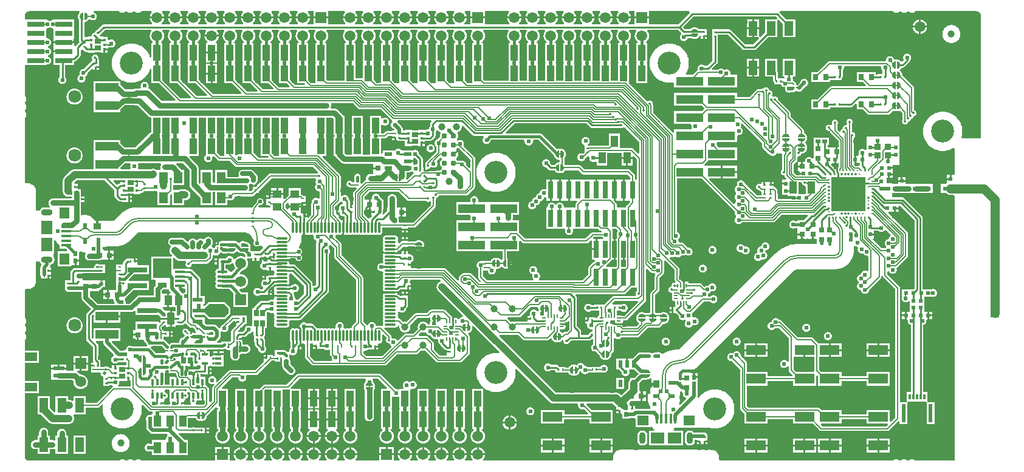
<source format=gtl>
G04*
G04 #@! TF.GenerationSoftware,Altium Limited,Altium Designer,19.0.15 (446)*
G04*
G04 Layer_Physical_Order=1*
G04 Layer_Color=255*
%FSLAX24Y24*%
%MOIN*%
G70*
G01*
G75*
%ADD10C,0.0098*%
%ADD11C,0.0100*%
%ADD13C,0.0059*%
%ADD14C,0.0118*%
%ADD15C,0.0060*%
%ADD16C,0.0200*%
%ADD18C,0.0079*%
%ADD22C,0.0080*%
%ADD23C,0.0090*%
%ADD43R,0.0315X0.0295*%
%ADD44R,0.0236X0.0197*%
%ADD45R,0.0256X0.0197*%
%ADD46R,0.0295X0.0315*%
%ADD47R,0.0197X0.0236*%
%ADD48R,0.0374X0.0335*%
%ADD49R,0.0118X0.0106*%
%ADD52C,0.0093*%
%ADD53O,0.0551X0.0157*%
%ADD55R,0.0472X0.0433*%
%ADD56R,0.0394X0.0709*%
%ADD57R,0.0138X0.0354*%
%ADD58R,0.0394X0.0236*%
%ADD59R,0.0236X0.0394*%
%ADD60R,0.0354X0.0138*%
%ADD65O,0.0118X0.0650*%
%ADD66O,0.0650X0.0118*%
%ADD67R,0.0394X0.0630*%
%ADD68R,0.0472X0.0630*%
%ADD69R,0.0472X0.0787*%
%ADD70R,0.1083X0.0551*%
%ADD71R,0.1252X0.0500*%
%ADD72R,0.0402X0.0862*%
%ADD73R,0.1500X0.0500*%
%ADD74R,0.0256X0.0335*%
%ADD75R,0.0300X0.0320*%
%ADD76R,0.0709X0.0472*%
%ADD77R,0.0610X0.0236*%
%ADD78R,0.0118X0.0315*%
%ADD79R,0.0236X0.1024*%
%ADD80R,0.0630X0.0551*%
%ADD81R,0.0748X0.0610*%
%ADD82R,0.0157X0.0531*%
%ADD83R,0.0551X0.0630*%
%ADD84R,0.0610X0.0748*%
%ADD85R,0.0531X0.0157*%
%ADD86R,0.0315X0.0295*%
%ADD87R,0.0228X0.0197*%
%ADD88R,0.0217X0.0236*%
%ADD89R,0.0236X0.0217*%
%ADD90R,0.0280X0.0362*%
%ADD91R,0.0165X0.0177*%
%ADD92R,0.0098X0.0157*%
%ADD93R,0.0276X0.0157*%
%ADD94R,0.0157X0.0098*%
%ADD95R,0.0157X0.0276*%
%ADD96R,0.0362X0.0280*%
%ADD97R,0.0177X0.0165*%
%ADD98R,0.0551X0.0236*%
%ADD99R,0.0669X0.0236*%
%ADD100R,0.1063X0.0315*%
%ADD101R,0.0197X0.0256*%
%ADD102R,0.0500X0.0300*%
%ADD103R,0.1000X0.1051*%
%ADD104R,0.0098X0.0142*%
%ADD105R,0.0394X0.0335*%
%ADD106R,0.0236X0.0335*%
%ADD107R,0.0335X0.0394*%
%ADD108R,0.0335X0.0236*%
%ADD109R,0.0106X0.0118*%
%ADD110R,0.0433X0.0551*%
%ADD111R,0.0299X0.0945*%
%ADD112R,0.0945X0.0299*%
%ADD113C,0.0394*%
%ADD201C,0.0065*%
%ADD202C,0.0065*%
%ADD203O,0.0087X0.0256*%
%ADD204O,0.0256X0.0087*%
%ADD205C,0.0108*%
%ADD206R,0.1909X0.1909*%
%ADD207R,0.0630X0.0984*%
%ADD208R,0.0177X0.0098*%
%ADD209R,0.0177X0.0187*%
%ADD210R,0.0177X0.0138*%
%ADD211R,0.0177X0.0098*%
%ADD212R,0.0354X0.0709*%
%ADD213C,0.0310*%
%ADD214C,0.0079*%
%ADD215C,0.0157*%
%ADD216C,0.0300*%
%ADD217C,0.0500*%
%ADD218C,0.0057*%
%ADD219C,0.0150*%
%ADD220C,0.0180*%
%ADD221C,0.0400*%
%ADD222C,0.0250*%
%ADD223C,0.0120*%
%ADD224C,0.0072*%
%ADD225R,0.0394X0.0630*%
%ADD226R,0.0150X0.0236*%
%ADD227R,0.1450X0.0420*%
%ADD228R,0.0620X0.1610*%
%ADD229C,0.0701*%
%ADD230C,0.0390*%
%ADD231O,0.0354X0.0630*%
%ADD232O,0.0630X0.0354*%
%ADD233C,0.0591*%
%ADD234R,0.0591X0.0591*%
%ADD235C,0.1260*%
%ADD236R,0.0591X0.0591*%
%ADD237C,0.0240*%
%ADD238C,0.0138*%
%ADD239C,0.0236*%
%ADD240C,0.0197*%
G36*
X52378Y12348D02*
X52406Y12344D01*
X52433Y12336D01*
X52458Y12325D01*
X52483Y12312D01*
X52506Y12295D01*
X52527Y12277D01*
X52545Y12256D01*
X52562Y12233D01*
X52575Y12208D01*
X52586Y12183D01*
X52594Y12156D01*
X52598Y12128D01*
X52600Y12103D01*
X52600Y12100D01*
Y5400D01*
X52581Y5380D01*
X51570D01*
X51532Y5450D01*
X51544Y5493D01*
X51558Y5556D01*
X51568Y5620D01*
X51573Y5685D01*
X51575Y5750D01*
X51573Y5815D01*
X51568Y5880D01*
X51558Y5944D01*
X51544Y6007D01*
X51527Y6070D01*
X51505Y6131D01*
X51481Y6191D01*
X51452Y6250D01*
X51420Y6306D01*
X51385Y6361D01*
X51347Y6413D01*
X51305Y6463D01*
X51260Y6510D01*
X51213Y6555D01*
X51163Y6597D01*
X51111Y6635D01*
X51056Y6670D01*
X51000Y6702D01*
X50941Y6731D01*
X50881Y6755D01*
X50820Y6777D01*
X50757Y6794D01*
X50694Y6808D01*
X50630Y6818D01*
X50565Y6823D01*
X50500Y6825D01*
X50435Y6823D01*
X50370Y6818D01*
X50306Y6808D01*
X50243Y6794D01*
X50180Y6777D01*
X50119Y6755D01*
X50059Y6731D01*
X50000Y6702D01*
X49944Y6670D01*
X49889Y6635D01*
X49837Y6597D01*
X49787Y6555D01*
X49740Y6510D01*
X49695Y6463D01*
X49653Y6413D01*
X49615Y6361D01*
X49580Y6306D01*
X49548Y6250D01*
X49519Y6191D01*
X49495Y6131D01*
X49473Y6070D01*
X49456Y6007D01*
X49442Y5944D01*
X49432Y5880D01*
X49427Y5815D01*
X49425Y5750D01*
X49427Y5685D01*
X49432Y5620D01*
X49442Y5556D01*
X49456Y5493D01*
X49473Y5430D01*
X49495Y5369D01*
X49519Y5309D01*
X49548Y5250D01*
X49580Y5194D01*
X49615Y5139D01*
X49653Y5087D01*
X49695Y5037D01*
X49740Y4990D01*
X49787Y4945D01*
X49837Y4903D01*
X49889Y4865D01*
X49944Y4830D01*
X50000Y4798D01*
X50059Y4769D01*
X50119Y4745D01*
X50180Y4723D01*
X50243Y4706D01*
X50306Y4692D01*
X50370Y4682D01*
X50435Y4677D01*
X50500Y4675D01*
X50565Y4677D01*
X50630Y4682D01*
X50694Y4692D01*
X50757Y4706D01*
X50820Y4723D01*
X50881Y4745D01*
X50941Y4769D01*
X51000Y4798D01*
X51056Y4830D01*
X51081Y4846D01*
X51151Y4810D01*
X51151Y3413D01*
X51135Y3350D01*
X50987D01*
Y3131D01*
X50937D01*
Y3081D01*
X50738D01*
Y2924D01*
X50698Y2871D01*
X50383D01*
Y2359D01*
X50698D01*
X50716Y2345D01*
X50718Y2344D01*
X50745Y2323D01*
X50775Y2306D01*
X50806Y2291D01*
X50838Y2279D01*
X50872Y2271D01*
X50906Y2266D01*
X50940Y2264D01*
X51102D01*
X51151Y2215D01*
X51150Y-12350D01*
X48998D01*
X48982Y-12332D01*
X48962Y-12314D01*
X48940Y-12298D01*
X48917Y-12285D01*
X48892Y-12275D01*
X48867Y-12268D01*
X48840Y-12263D01*
X48814Y-12262D01*
X48787Y-12263D01*
X48761Y-12268D01*
X48735Y-12275D01*
X48710Y-12285D01*
X48687Y-12298D01*
X48665Y-12314D01*
X48645Y-12332D01*
X48632Y-12346D01*
X48562D01*
X48549Y-12332D01*
X48529Y-12314D01*
X48507Y-12298D01*
X48484Y-12285D01*
X48459Y-12275D01*
X48434Y-12268D01*
X48407Y-12263D01*
X48381Y-12262D01*
X48354Y-12263D01*
X48328Y-12268D01*
X48302Y-12275D01*
X48277Y-12285D01*
X48254Y-12298D01*
X48232Y-12314D01*
X48212Y-12332D01*
X48199Y-12346D01*
X48129D01*
X48116Y-12332D01*
X48096Y-12314D01*
X48074Y-12298D01*
X48051Y-12285D01*
X48026Y-12275D01*
X48001Y-12268D01*
X47974Y-12263D01*
X47948Y-12262D01*
X47921Y-12263D01*
X47895Y-12268D01*
X47869Y-12275D01*
X47844Y-12285D01*
X47821Y-12298D01*
X47799Y-12314D01*
X47779Y-12332D01*
X47763Y-12350D01*
X38331D01*
X38328Y-12350D01*
X38311Y-12348D01*
X38292Y-12342D01*
X38275Y-12333D01*
X38260Y-12321D01*
X38247Y-12306D01*
X38238Y-12288D01*
X38232Y-12270D01*
X38231Y-12253D01*
X38231Y-12250D01*
Y-12150D01*
X38231D01*
X38229Y-12111D01*
X38223Y-12072D01*
X38214Y-12034D01*
X38201Y-11997D01*
X38184Y-11961D01*
X38164Y-11927D01*
X38140Y-11896D01*
X38114Y-11867D01*
X38085Y-11840D01*
X38053Y-11817D01*
X38019Y-11797D01*
X37984Y-11780D01*
X37947Y-11767D01*
X37909Y-11757D01*
X37870Y-11751D01*
X37831Y-11750D01*
Y-11750D01*
X32822D01*
Y-11750D01*
X32783Y-11751D01*
X32744Y-11757D01*
X32706Y-11767D01*
X32669Y-11780D01*
X32634Y-11797D01*
X32600Y-11817D01*
X32568Y-11840D01*
X32539Y-11867D01*
X32513Y-11896D01*
X32489Y-11927D01*
X32469Y-11961D01*
X32452Y-11997D01*
X32439Y-12034D01*
X32430Y-12072D01*
X32424Y-12111D01*
X32422Y-12150D01*
X32422D01*
Y-12250D01*
X32422Y-12253D01*
X32420Y-12270D01*
X32415Y-12288D01*
X32406Y-12306D01*
X32393Y-12321D01*
X32378Y-12333D01*
X32361Y-12342D01*
X32342Y-12348D01*
X32325Y-12350D01*
X32322Y-12350D01*
X25307D01*
X25280Y-12281D01*
X25280Y-12280D01*
X25306Y-12251D01*
X25329Y-12220D01*
X25349Y-12187D01*
X25366Y-12151D01*
X25379Y-12115D01*
X25388Y-12077D01*
X25392Y-12050D01*
X24608D01*
X24612Y-12077D01*
X24621Y-12115D01*
X24634Y-12151D01*
X24651Y-12187D01*
X24671Y-12220D01*
X24694Y-12251D01*
X24720Y-12280D01*
X24720Y-12281D01*
X24693Y-12350D01*
X24307D01*
X24280Y-12281D01*
X24280Y-12280D01*
X24306Y-12251D01*
X24329Y-12220D01*
X24349Y-12187D01*
X24366Y-12151D01*
X24379Y-12115D01*
X24388Y-12077D01*
X24392Y-12050D01*
X23608D01*
X23612Y-12077D01*
X23621Y-12115D01*
X23634Y-12151D01*
X23651Y-12187D01*
X23671Y-12220D01*
X23694Y-12251D01*
X23720Y-12280D01*
X23720Y-12281D01*
X23693Y-12350D01*
X23307D01*
X23280Y-12281D01*
X23280Y-12280D01*
X23306Y-12251D01*
X23329Y-12220D01*
X23349Y-12187D01*
X23366Y-12151D01*
X23379Y-12115D01*
X23388Y-12077D01*
X23392Y-12050D01*
X22608D01*
X22612Y-12077D01*
X22621Y-12115D01*
X22634Y-12151D01*
X22651Y-12187D01*
X22671Y-12220D01*
X22694Y-12251D01*
X22720Y-12280D01*
X22720Y-12281D01*
X22693Y-12350D01*
X22307D01*
X22280Y-12281D01*
X22280Y-12280D01*
X22306Y-12251D01*
X22329Y-12220D01*
X22349Y-12187D01*
X22366Y-12151D01*
X22379Y-12115D01*
X22388Y-12077D01*
X22392Y-12050D01*
X21608D01*
X21612Y-12077D01*
X21621Y-12115D01*
X21634Y-12151D01*
X21651Y-12187D01*
X21671Y-12220D01*
X21694Y-12251D01*
X21720Y-12280D01*
X21720Y-12281D01*
X21693Y-12350D01*
X21307D01*
X21280Y-12281D01*
X21280Y-12280D01*
X21306Y-12251D01*
X21329Y-12220D01*
X21349Y-12187D01*
X21366Y-12151D01*
X21379Y-12115D01*
X21388Y-12077D01*
X21392Y-12050D01*
X20608D01*
X20612Y-12077D01*
X20621Y-12115D01*
X20634Y-12151D01*
X20651Y-12187D01*
X20671Y-12220D01*
X20694Y-12251D01*
X20720Y-12280D01*
X20720Y-12281D01*
X20693Y-12350D01*
X20395D01*
Y-12050D01*
X19605D01*
Y-12350D01*
X18307D01*
X18280Y-12281D01*
X18280Y-12280D01*
X18306Y-12251D01*
X18329Y-12220D01*
X18349Y-12187D01*
X18366Y-12151D01*
X18379Y-12115D01*
X18388Y-12077D01*
X18392Y-12050D01*
X17608D01*
X17612Y-12077D01*
X17621Y-12115D01*
X17634Y-12151D01*
X17651Y-12187D01*
X17671Y-12220D01*
X17694Y-12251D01*
X17720Y-12280D01*
X17720Y-12281D01*
X17693Y-12350D01*
X17307D01*
X17280Y-12281D01*
X17280Y-12280D01*
X17306Y-12251D01*
X17329Y-12220D01*
X17349Y-12187D01*
X17366Y-12151D01*
X17379Y-12115D01*
X17388Y-12077D01*
X17392Y-12050D01*
X16608D01*
X16612Y-12077D01*
X16621Y-12115D01*
X16634Y-12151D01*
X16651Y-12187D01*
X16671Y-12220D01*
X16694Y-12251D01*
X16720Y-12280D01*
X16720Y-12281D01*
X16693Y-12350D01*
X16307D01*
X16280Y-12281D01*
X16280Y-12280D01*
X16306Y-12251D01*
X16329Y-12220D01*
X16349Y-12187D01*
X16366Y-12151D01*
X16379Y-12115D01*
X16388Y-12077D01*
X16392Y-12050D01*
X15608D01*
X15612Y-12077D01*
X15621Y-12115D01*
X15634Y-12151D01*
X15651Y-12187D01*
X15671Y-12220D01*
X15694Y-12251D01*
X15720Y-12280D01*
X15720Y-12281D01*
X15693Y-12350D01*
X15307D01*
X15280Y-12281D01*
X15280Y-12280D01*
X15306Y-12251D01*
X15329Y-12220D01*
X15349Y-12187D01*
X15366Y-12151D01*
X15379Y-12115D01*
X15388Y-12077D01*
X15392Y-12050D01*
X14608D01*
X14612Y-12077D01*
X14621Y-12115D01*
X14634Y-12151D01*
X14651Y-12187D01*
X14671Y-12220D01*
X14694Y-12251D01*
X14720Y-12280D01*
X14720Y-12281D01*
X14693Y-12350D01*
X14307D01*
X14280Y-12281D01*
X14280Y-12280D01*
X14306Y-12251D01*
X14329Y-12220D01*
X14349Y-12187D01*
X14366Y-12151D01*
X14379Y-12115D01*
X14388Y-12077D01*
X14392Y-12050D01*
X13608D01*
X13612Y-12077D01*
X13621Y-12115D01*
X13634Y-12151D01*
X13651Y-12187D01*
X13671Y-12220D01*
X13694Y-12251D01*
X13720Y-12280D01*
X13720Y-12281D01*
X13693Y-12350D01*
X13307D01*
X13280Y-12281D01*
X13280Y-12280D01*
X13306Y-12251D01*
X13329Y-12220D01*
X13349Y-12187D01*
X13366Y-12151D01*
X13379Y-12115D01*
X13388Y-12077D01*
X13392Y-12050D01*
X12608D01*
X12612Y-12077D01*
X12621Y-12115D01*
X12634Y-12151D01*
X12651Y-12187D01*
X12671Y-12220D01*
X12694Y-12251D01*
X12720Y-12280D01*
X12720Y-12281D01*
X12693Y-12350D01*
X12307D01*
X12280Y-12281D01*
X12280Y-12280D01*
X12306Y-12251D01*
X12329Y-12220D01*
X12349Y-12187D01*
X12366Y-12151D01*
X12379Y-12115D01*
X12388Y-12077D01*
X12392Y-12050D01*
X11608D01*
X11612Y-12077D01*
X11621Y-12115D01*
X11634Y-12151D01*
X11651Y-12187D01*
X11671Y-12220D01*
X11694Y-12251D01*
X11720Y-12280D01*
X11720Y-12281D01*
X11693Y-12350D01*
X11395D01*
Y-12050D01*
X10605D01*
Y-12350D01*
X6549D01*
X6533Y-12332D01*
X6513Y-12314D01*
X6492Y-12298D01*
X6468Y-12285D01*
X6444Y-12275D01*
X6418Y-12268D01*
X6392Y-12263D01*
X6365Y-12262D01*
X6338Y-12263D01*
X6312Y-12268D01*
X6286Y-12275D01*
X6262Y-12285D01*
X6238Y-12298D01*
X6216Y-12314D01*
X6197Y-12332D01*
X6184Y-12346D01*
X6113D01*
X6100Y-12332D01*
X6080Y-12314D01*
X6059Y-12298D01*
X6035Y-12285D01*
X6011Y-12275D01*
X5985Y-12268D01*
X5959Y-12263D01*
X5932Y-12262D01*
X5905Y-12263D01*
X5879Y-12268D01*
X5853Y-12275D01*
X5829Y-12285D01*
X5805Y-12298D01*
X5784Y-12314D01*
X5764Y-12332D01*
X5751Y-12346D01*
X5680D01*
X5667Y-12332D01*
X5647Y-12314D01*
X5626Y-12298D01*
X5602Y-12285D01*
X5578Y-12275D01*
X5552Y-12268D01*
X5526Y-12263D01*
X5499Y-12262D01*
X5472Y-12263D01*
X5446Y-12268D01*
X5420Y-12275D01*
X5396Y-12285D01*
X5372Y-12298D01*
X5350Y-12314D01*
X5331Y-12332D01*
X5315Y-12350D01*
X400D01*
X397Y-12350D01*
X372Y-12348D01*
X344Y-12344D01*
X317Y-12336D01*
X292Y-12325D01*
X267Y-12312D01*
X244Y-12295D01*
X223Y-12277D01*
X205Y-12256D01*
X188Y-12233D01*
X175Y-12208D01*
X164Y-12183D01*
X159Y-12166D01*
X150Y-12100D01*
X150Y-12100D01*
X150Y-12100D01*
Y-8633D01*
X939D01*
Y-7961D01*
X150D01*
Y-6979D01*
X939D01*
Y-6307D01*
X150D01*
Y-5714D01*
X168Y-5698D01*
X186Y-5678D01*
X202Y-5656D01*
X215Y-5633D01*
X225Y-5608D01*
X232Y-5583D01*
X237Y-5556D01*
X238Y-5530D01*
X237Y-5503D01*
X232Y-5477D01*
X225Y-5451D01*
X215Y-5426D01*
X202Y-5403D01*
X186Y-5381D01*
X168Y-5361D01*
X154Y-5348D01*
Y-5278D01*
X168Y-5265D01*
X186Y-5245D01*
X202Y-5223D01*
X215Y-5200D01*
X225Y-5175D01*
X232Y-5150D01*
X237Y-5123D01*
X238Y-5097D01*
X237Y-5070D01*
X232Y-5044D01*
X225Y-5018D01*
X215Y-4993D01*
X202Y-4970D01*
X186Y-4948D01*
X168Y-4928D01*
X154Y-4915D01*
Y-4845D01*
X168Y-4832D01*
X186Y-4812D01*
X202Y-4790D01*
X215Y-4767D01*
X225Y-4742D01*
X232Y-4717D01*
X237Y-4690D01*
X238Y-4664D01*
X237Y-4637D01*
X232Y-4611D01*
X225Y-4585D01*
X215Y-4560D01*
X202Y-4537D01*
X186Y-4515D01*
X168Y-4495D01*
X150Y-4479D01*
Y-3004D01*
X150Y-3002D01*
X152Y-2985D01*
X158Y-2966D01*
X167Y-2948D01*
X179Y-2933D01*
X194Y-2921D01*
X212Y-2912D01*
X230Y-2906D01*
X247Y-2904D01*
X250Y-2905D01*
X350D01*
Y-2905D01*
X389Y-2903D01*
X428Y-2897D01*
X466Y-2887D01*
X503Y-2874D01*
X539Y-2857D01*
X573Y-2837D01*
X604Y-2814D01*
X633Y-2787D01*
X660Y-2758D01*
X683Y-2727D01*
X703Y-2693D01*
X720Y-2657D01*
X733Y-2620D01*
X743Y-2582D01*
X749Y-2543D01*
X750Y-2504D01*
X750D01*
Y-1396D01*
X968Y-1396D01*
X977Y-1420D01*
X992Y-1447D01*
X1010Y-1472D01*
X1031Y-1496D01*
X1042Y-1505D01*
X1054Y-1541D01*
X1054Y-1591D01*
X1051Y-1598D01*
X1050Y-1599D01*
X1035Y-1621D01*
X1024Y-1645D01*
X1015Y-1669D01*
X1010Y-1695D01*
X1008Y-1721D01*
Y-2140D01*
X1010Y-2166D01*
X1015Y-2192D01*
X1024Y-2217D01*
X1035Y-2240D01*
X1050Y-2262D01*
X1063Y-2277D01*
Y-2349D01*
X1391D01*
Y-2223D01*
X1394Y-2217D01*
X1402Y-2192D01*
X1403Y-2190D01*
X1441D01*
Y-2140D01*
X1594D01*
Y-2069D01*
X1594D01*
Y-1960D01*
X1441D01*
Y-1860D01*
X1594D01*
Y-1751D01*
X1561D01*
X1533Y-1702D01*
X1528Y-1681D01*
X1539Y-1665D01*
X1550Y-1641D01*
X1559Y-1617D01*
X1564Y-1591D01*
X1565Y-1570D01*
X1595Y-1561D01*
X1624Y-1549D01*
X1651Y-1534D01*
X1676Y-1516D01*
X1699Y-1496D01*
X1720Y-1472D01*
X1738Y-1447D01*
X1753Y-1420D01*
X1765Y-1391D01*
X1774Y-1361D01*
X1779Y-1330D01*
X1781Y-1299D01*
X1779Y-1268D01*
X1774Y-1237D01*
X1765Y-1208D01*
X1753Y-1179D01*
X1738Y-1152D01*
X1720Y-1126D01*
X1711Y-1116D01*
X1711Y-996D01*
X1761Y-946D01*
X1770D01*
Y-246D01*
X1840Y-233D01*
X1842Y-239D01*
X1863Y-283D01*
X1887Y-326D01*
X1914Y-366D01*
X1944Y-405D01*
X1978Y-441D01*
X2013Y-474D01*
X2052Y-504D01*
X2053Y-505D01*
Y-691D01*
X2396D01*
X2485Y-780D01*
X2458Y-845D01*
X1954D01*
Y-1675D01*
X2705D01*
Y-1641D01*
X2737Y-1585D01*
X2886D01*
Y-1357D01*
X2936D01*
Y-1307D01*
X3134D01*
Y-1211D01*
Y-887D01*
X3204Y-845D01*
X3213Y-850D01*
X3259Y-867D01*
X3306Y-880D01*
X3354Y-889D01*
X3403Y-895D01*
X3452Y-897D01*
X3452Y-897D01*
X3461Y-905D01*
X3489Y-966D01*
X3488Y-967D01*
X3474Y-991D01*
X3464Y-1017D01*
X3456Y-1044D01*
X3451Y-1072D01*
X3450Y-1100D01*
X3451Y-1128D01*
X3456Y-1156D01*
X3464Y-1183D01*
X3474Y-1209D01*
X3488Y-1233D01*
X3504Y-1256D01*
X3523Y-1277D01*
X3544Y-1296D01*
X3567Y-1312D01*
X3591Y-1326D01*
X3617Y-1336D01*
X3644Y-1344D01*
X3672Y-1349D01*
X3700Y-1350D01*
X3728Y-1349D01*
X3756Y-1344D01*
X3760Y-1343D01*
X4200D01*
X4228Y-1341D01*
X4256Y-1337D01*
X4283Y-1329D01*
X4309Y-1318D01*
X4310Y-1317D01*
X4508D01*
Y-1317D01*
X4544D01*
Y-1317D01*
X4742D01*
Y-1060D01*
Y-803D01*
X4611D01*
Y-710D01*
X4458D01*
Y-610D01*
X4611D01*
Y-564D01*
X5176D01*
X5177Y-564D01*
X5238Y-562D01*
X5301Y-556D01*
X5362Y-547D01*
X5423Y-534D01*
X5484Y-517D01*
X5543Y-497D01*
X5600Y-473D01*
X5657Y-445D01*
X5711Y-415D01*
X5763Y-381D01*
X5814Y-344D01*
X5862Y-304D01*
X5906Y-262D01*
X5907Y-261D01*
X6361Y192D01*
X12208D01*
Y192D01*
X12250Y190D01*
X12333Y174D01*
X12410Y142D01*
X12480Y95D01*
X12512Y67D01*
X12708Y-211D01*
X12728Y-240D01*
X12730Y-243D01*
X12735Y-250D01*
X12746Y-265D01*
X12746Y-265D01*
X12733Y-280D01*
X12720Y-300D01*
X12720Y-300D01*
X12709Y-321D01*
X12702Y-343D01*
X12697Y-366D01*
X12696Y-390D01*
X12697Y-414D01*
X12702Y-437D01*
X12709Y-459D01*
X12720Y-480D01*
X12733Y-500D01*
X12749Y-518D01*
X12766Y-533D01*
X12786Y-546D01*
X12807Y-557D01*
X12829Y-564D01*
X12853Y-569D01*
X12876Y-570D01*
X12900Y-569D01*
X12923Y-564D01*
X12945Y-557D01*
X12966Y-546D01*
X12986Y-533D01*
X13004Y-518D01*
X13015Y-505D01*
X13050Y-524D01*
X13099Y-546D01*
X13150Y-565D01*
X13188Y-576D01*
X13189Y-577D01*
X13204Y-601D01*
X13215Y-649D01*
X13194Y-671D01*
X13192Y-672D01*
X13174Y-687D01*
X13023Y-838D01*
X12955Y-845D01*
X12955Y-845D01*
X12955Y-845D01*
X12637D01*
X12637Y-845D01*
Y-845D01*
X12637Y-845D01*
X12573Y-831D01*
X12570Y-829D01*
X12570Y-829D01*
X12542Y-809D01*
X12528Y-758D01*
X12536Y-733D01*
X12535Y-733D01*
X12538Y-721D01*
X12540Y-700D01*
X12538Y-680D01*
X12534Y-660D01*
X12526Y-641D01*
X12525Y-640D01*
X12526Y-639D01*
X12534Y-620D01*
X12538Y-600D01*
X12540Y-580D01*
X12538Y-559D01*
X12535Y-547D01*
X12536Y-547D01*
X12528Y-522D01*
X12515Y-491D01*
X12515Y-491D01*
X12512Y-484D01*
X12499Y-461D01*
X12479Y-433D01*
X12456Y-407D01*
X12430Y-384D01*
X12403Y-365D01*
X12373Y-348D01*
X12341Y-335D01*
X12308Y-325D01*
X12274Y-320D01*
X12248Y-318D01*
X12244Y-315D01*
X12220Y-299D01*
X12194Y-286D01*
X12167Y-277D01*
X12139Y-271D01*
X12110Y-270D01*
X12081Y-271D01*
X12053Y-277D01*
X12026Y-286D01*
X12000Y-299D01*
X11976Y-315D01*
X11954Y-334D01*
X11939Y-352D01*
X11933Y-356D01*
X11866Y-366D01*
X11850Y-362D01*
X11819Y-331D01*
X11801Y-315D01*
X11782Y-303D01*
X11762Y-292D01*
X11740Y-285D01*
X11717Y-281D01*
X11695Y-279D01*
X10940D01*
X10917Y-281D01*
X10895Y-285D01*
X10873Y-292D01*
X10852Y-303D01*
X10833Y-315D01*
X10816Y-331D01*
X10807Y-340D01*
X10791Y-334D01*
Y-362D01*
X10788Y-367D01*
X10778Y-387D01*
X10777Y-390D01*
X10768Y-405D01*
X10759Y-426D01*
X10754Y-448D01*
X10752Y-471D01*
X10741D01*
Y-482D01*
X10718Y-484D01*
X10696Y-489D01*
X10675Y-498D01*
X10655Y-510D01*
X10642Y-521D01*
X10604D01*
X10611Y-538D01*
X10618Y-550D01*
X10611Y-562D01*
X10602Y-583D01*
X10596Y-606D01*
X10595Y-629D01*
X10595Y-637D01*
X10593Y-637D01*
X10566Y-646D01*
X10540Y-659D01*
X10516Y-675D01*
X10471Y-649D01*
X10449Y-630D01*
X10428Y-616D01*
X10425Y-613D01*
X10409Y-571D01*
X10405Y-549D01*
X10408Y-530D01*
X10415Y-519D01*
X10428Y-492D01*
X10438Y-464D01*
X10444Y-435D01*
X10445Y-406D01*
Y-270D01*
X10444Y-241D01*
X10438Y-212D01*
X10428Y-184D01*
X10415Y-157D01*
X10399Y-133D01*
X10379Y-111D01*
X10357Y-91D01*
X10333Y-75D01*
X10306Y-62D01*
X10278Y-52D01*
X10249Y-46D01*
X10220Y-45D01*
X10191Y-46D01*
X10162Y-52D01*
X10134Y-62D01*
X10107Y-75D01*
X10083Y-91D01*
X10061Y-111D01*
X10041Y-133D01*
X10025Y-157D01*
X10021Y-165D01*
X10002Y-176D01*
X9973Y-183D01*
X9938Y-182D01*
X9937Y-181D01*
X9913Y-165D01*
X9886Y-152D01*
X9858Y-142D01*
X9829Y-136D01*
X9800Y-135D01*
X9771Y-136D01*
X9742Y-142D01*
X9714Y-152D01*
X9687Y-165D01*
X9663Y-181D01*
X9641Y-201D01*
X9623Y-218D01*
X9597Y-223D01*
X9530Y-212D01*
X9529Y-211D01*
X9529Y-211D01*
X9519Y-201D01*
X9497Y-181D01*
X9473Y-165D01*
X9446Y-152D01*
X9418Y-142D01*
X9389Y-136D01*
X9360Y-135D01*
X9331Y-136D01*
X9302Y-142D01*
X9274Y-152D01*
X9247Y-165D01*
X9223Y-181D01*
X9201Y-201D01*
X9181Y-223D01*
X9165Y-247D01*
X9152Y-274D01*
X9145Y-293D01*
X9120Y-306D01*
X9068Y-315D01*
X8914Y-161D01*
X8891Y-141D01*
X8867Y-125D01*
X8840Y-112D01*
X8812Y-102D01*
X8784Y-96D01*
X8754Y-95D01*
X8754Y-95D01*
X8240D01*
X8211Y-96D01*
X8182Y-102D01*
X8154Y-112D01*
X8127Y-125D01*
X8103Y-141D01*
X8081Y-161D01*
X8061Y-183D01*
X8045Y-207D01*
X8032Y-234D01*
X8022Y-262D01*
X8016Y-291D01*
X8015Y-320D01*
X8016Y-349D01*
X8022Y-378D01*
X8032Y-406D01*
X8045Y-433D01*
X8061Y-457D01*
X8081Y-479D01*
X8103Y-499D01*
X8127Y-515D01*
X8144Y-524D01*
X8156Y-546D01*
X8163Y-604D01*
X8155Y-613D01*
X8136Y-640D01*
X8119Y-670D01*
X8106Y-701D01*
X8097Y-733D01*
X8091Y-766D01*
X8090Y-800D01*
X8091Y-834D01*
X8097Y-867D01*
X8106Y-899D01*
X8119Y-930D01*
X8136Y-960D01*
X8155Y-987D01*
X8178Y-1012D01*
X8234Y-1069D01*
X8205Y-1139D01*
X7080D01*
Y-2390D01*
X7281D01*
X7330Y-2440D01*
Y-2721D01*
X7291Y-2760D01*
X7271Y-2782D01*
X7255Y-2807D01*
X7242Y-2833D01*
X7232Y-2861D01*
X7226Y-2890D01*
X7225Y-2920D01*
X7225Y-2920D01*
Y-3265D01*
X6450D01*
X6450Y-3265D01*
X6421Y-3266D01*
X6392Y-3272D01*
X6364Y-3282D01*
X6337Y-3295D01*
X6313Y-3311D01*
X6291Y-3331D01*
X6291Y-3331D01*
X5897Y-3725D01*
X5731D01*
X5708Y-3706D01*
X5677Y-3655D01*
X5679Y-3649D01*
X5680Y-3620D01*
X5679Y-3591D01*
X5673Y-3563D01*
X5664Y-3536D01*
X5651Y-3510D01*
X5635Y-3486D01*
X5634Y-3485D01*
X5633Y-3461D01*
X5644Y-3422D01*
X5655Y-3406D01*
X5657Y-3405D01*
X5680Y-3394D01*
X5702Y-3379D01*
X5722Y-3362D01*
X6103Y-2981D01*
X6971D01*
Y-2466D01*
X5875D01*
X5848Y-2401D01*
X6135Y-2114D01*
X6971D01*
Y-1599D01*
X6389D01*
X6335Y-1559D01*
Y-1450D01*
X6182D01*
Y-1400D01*
X6132D01*
Y-1241D01*
X5805D01*
Y-1250D01*
X5782D01*
X5758Y-1251D01*
X5735Y-1257D01*
X5713Y-1266D01*
X5693Y-1278D01*
X5675Y-1294D01*
X5574Y-1395D01*
X5558Y-1413D01*
X5546Y-1433D01*
X5537Y-1455D01*
X5531Y-1478D01*
X5530Y-1502D01*
Y-1558D01*
X5171D01*
Y-1568D01*
X4910D01*
Y-2160D01*
Y-2752D01*
X5160D01*
Y-2963D01*
X4960Y-2963D01*
X4908Y-2963D01*
X4744D01*
Y-3220D01*
Y-3477D01*
X4908D01*
X4942Y-3477D01*
X4987Y-3477D01*
X5025Y-3516D01*
X5027Y-3542D01*
X5032Y-3568D01*
X5041Y-3592D01*
X5052Y-3616D01*
X5067Y-3638D01*
X5081Y-3655D01*
X5079Y-3678D01*
X5060Y-3725D01*
X4153D01*
X3725Y-3297D01*
Y-3023D01*
X4227D01*
Y-2974D01*
X4249Y-2969D01*
X4274Y-2961D01*
X4297Y-2949D01*
X4319Y-2935D01*
X4339Y-2917D01*
X4450Y-2806D01*
X4549D01*
Y-2752D01*
X4810D01*
Y-2160D01*
Y-1568D01*
X4549D01*
Y-1558D01*
X4232D01*
X4225Y-1553D01*
X4205Y-1544D01*
X4184Y-1537D01*
X4162Y-1532D01*
X4140Y-1531D01*
X4118Y-1532D01*
X4096Y-1537D01*
X4075Y-1544D01*
X4055Y-1553D01*
X4037Y-1566D01*
X4020Y-1580D01*
X4006Y-1597D01*
X3993Y-1615D01*
X3984Y-1635D01*
X3977Y-1656D01*
X3972Y-1678D01*
X3971Y-1700D01*
X3924Y-1745D01*
X3907Y-1754D01*
X2906D01*
X2882Y-1755D01*
X2859Y-1761D01*
X2838Y-1770D01*
X2817Y-1782D01*
X2800Y-1798D01*
X2694Y-1904D01*
X2678Y-1922D01*
X2666Y-1942D01*
X2657Y-1963D01*
X2651Y-1986D01*
X2650Y-2010D01*
Y-2445D01*
X2361D01*
Y-2800D01*
X2356Y-2813D01*
X2351Y-2839D01*
X2350Y-2865D01*
X2351Y-2891D01*
X2356Y-2917D01*
X2361Y-2930D01*
Y-2975D01*
X2383D01*
X2391Y-2987D01*
X2408Y-3007D01*
X2428Y-3024D01*
X2450Y-3039D01*
X2473Y-3050D01*
X2498Y-3059D01*
X2524Y-3064D01*
X2550Y-3065D01*
X3275D01*
Y-3390D01*
X3275Y-3390D01*
X3276Y-3419D01*
X3282Y-3448D01*
X3292Y-3476D01*
X3305Y-3503D01*
X3321Y-3527D01*
X3341Y-3549D01*
X3794Y-4003D01*
X3554Y-4244D01*
X3538Y-4262D01*
X3526Y-4282D01*
X3517Y-4304D01*
X3511Y-4326D01*
X3510Y-4350D01*
Y-5650D01*
X3511Y-5674D01*
X3517Y-5696D01*
X3526Y-5718D01*
X3538Y-5738D01*
X3554Y-5756D01*
X3882Y-6085D01*
Y-6794D01*
X3884Y-6818D01*
X3890Y-6841D01*
X3895Y-6854D01*
X3896Y-6855D01*
X3905Y-6877D01*
X3915Y-6895D01*
X3913Y-6907D01*
X3887Y-6965D01*
X3780D01*
Y-7068D01*
X3939D01*
Y-7168D01*
X3780D01*
Y-7271D01*
Y-7495D01*
X4245D01*
X4253Y-7497D01*
X4311Y-7540D01*
X4313Y-7563D01*
X4313Y-7566D01*
X4318Y-7591D01*
X4326Y-7616D01*
X4338Y-7639D01*
X4352Y-7661D01*
X4369Y-7681D01*
X4389Y-7698D01*
X4411Y-7712D01*
X4434Y-7724D01*
X4459Y-7732D01*
X4471Y-7735D01*
Y-8021D01*
Y-8245D01*
X4789D01*
Y-8190D01*
X4941D01*
X4954Y-8206D01*
X4972Y-8222D01*
X4977Y-8258D01*
X4971Y-8297D01*
X4968Y-8302D01*
X4964Y-8305D01*
X4948Y-8318D01*
X4089Y-9177D01*
X3497D01*
Y-8814D01*
X2824D01*
Y-9021D01*
X2815Y-9031D01*
X2754Y-9057D01*
X2749Y-9053D01*
X2719Y-9037D01*
X2688Y-9024D01*
X2656Y-9014D01*
X2623Y-9009D01*
X2589Y-9007D01*
X2512D01*
Y-8814D01*
X1840D01*
Y-9660D01*
X1770Y-9689D01*
X1528Y-9447D01*
Y-8814D01*
X856D01*
Y-9801D01*
X1032D01*
X1464Y-10232D01*
X1489Y-10255D01*
X1516Y-10274D01*
X1546Y-10291D01*
X1577Y-10304D01*
X1609Y-10313D01*
X1643Y-10319D01*
X1676Y-10320D01*
X2566D01*
X2600Y-10319D01*
X2633Y-10313D01*
X2666Y-10304D01*
X2697Y-10291D01*
X2726Y-10274D01*
X2754Y-10255D01*
X2779Y-10232D01*
X2801Y-10207D01*
X2821Y-10180D01*
X2837Y-10150D01*
X2850Y-10119D01*
X2859Y-10087D01*
X2865Y-10054D01*
X2867Y-10020D01*
X2865Y-9986D01*
X2859Y-9953D01*
X2850Y-9921D01*
X2837Y-9890D01*
X2827Y-9871D01*
X2838Y-9836D01*
X2865Y-9801D01*
X3497D01*
Y-9437D01*
X4143D01*
X4163Y-9436D01*
X4183Y-9431D01*
X4202Y-9423D01*
X4219Y-9412D01*
X4235Y-9399D01*
X4382Y-9251D01*
X4447Y-9286D01*
X4442Y-9306D01*
X4432Y-9370D01*
X4427Y-9435D01*
X4425Y-9500D01*
X4427Y-9565D01*
X4432Y-9630D01*
X4442Y-9694D01*
X4456Y-9757D01*
X4473Y-9820D01*
X4495Y-9881D01*
X4519Y-9941D01*
X4548Y-10000D01*
X4580Y-10056D01*
X4615Y-10111D01*
X4653Y-10163D01*
X4695Y-10213D01*
X4740Y-10260D01*
X4787Y-10305D01*
X4837Y-10347D01*
X4889Y-10385D01*
X4944Y-10420D01*
X5000Y-10452D01*
X5059Y-10481D01*
X5119Y-10505D01*
X5180Y-10527D01*
X5243Y-10544D01*
X5306Y-10558D01*
X5370Y-10568D01*
X5435Y-10573D01*
X5500Y-10575D01*
X5565Y-10573D01*
X5630Y-10568D01*
X5694Y-10558D01*
X5757Y-10544D01*
X5820Y-10527D01*
X5881Y-10505D01*
X5941Y-10481D01*
X6000Y-10452D01*
X6056Y-10420D01*
X6111Y-10385D01*
X6163Y-10347D01*
X6213Y-10305D01*
X6260Y-10260D01*
X6305Y-10213D01*
X6347Y-10163D01*
X6385Y-10111D01*
X6420Y-10056D01*
X6452Y-10000D01*
X6481Y-9941D01*
X6505Y-9881D01*
X6527Y-9820D01*
X6544Y-9757D01*
X6558Y-9694D01*
X6568Y-9630D01*
X6573Y-9565D01*
X6575Y-9500D01*
X6573Y-9435D01*
X6568Y-9370D01*
X6559Y-9311D01*
X6564Y-9304D01*
X6628Y-9282D01*
X6958Y-9612D01*
X6974Y-9625D01*
X6991Y-9636D01*
X7010Y-9644D01*
X7030Y-9648D01*
X7050Y-9650D01*
X7135D01*
X7178Y-9710D01*
X7151Y-9757D01*
X7134D01*
Y-9773D01*
X7132Y-9779D01*
X7103Y-9804D01*
X7064Y-9824D01*
X7049Y-9821D01*
X7020Y-9820D01*
X6991Y-9821D01*
X6963Y-9827D01*
X6936Y-9836D01*
X6910Y-9849D01*
X6886Y-9865D01*
X6864Y-9884D01*
X6845Y-9906D01*
X6829Y-9930D01*
X6816Y-9956D01*
X6807Y-9983D01*
X6801Y-10011D01*
X6800Y-10040D01*
X6801Y-10069D01*
X6807Y-10097D01*
X6816Y-10124D01*
X6820Y-10131D01*
Y-10530D01*
X6821Y-10556D01*
X6826Y-10582D01*
X6835Y-10607D01*
X6846Y-10630D01*
X6861Y-10652D01*
X6878Y-10672D01*
X7028Y-10822D01*
X7048Y-10839D01*
X7070Y-10854D01*
X7093Y-10865D01*
X7118Y-10874D01*
X7144Y-10879D01*
X7170Y-10880D01*
X7949D01*
X7972Y-10904D01*
X7976Y-10923D01*
X7967Y-10991D01*
X7964Y-10994D01*
X7945Y-11016D01*
X7929Y-11040D01*
X7916Y-11066D01*
X7907Y-11093D01*
X7901Y-11121D01*
X7900Y-11150D01*
X7854Y-11204D01*
X7837Y-11213D01*
X7823D01*
Y-11215D01*
X7728D01*
Y-11213D01*
X7134D01*
Y-11428D01*
X7058D01*
X7034Y-11416D01*
X7007Y-11407D01*
X6979Y-11401D01*
X6950Y-11400D01*
X6921Y-11401D01*
X6893Y-11407D01*
X6866Y-11416D01*
X6840Y-11429D01*
X6816Y-11445D01*
X6794Y-11464D01*
X6775Y-11486D01*
X6759Y-11510D01*
X6746Y-11536D01*
X6737Y-11563D01*
X6731Y-11591D01*
X6730Y-11620D01*
X6731Y-11649D01*
X6737Y-11677D01*
X6746Y-11704D01*
X6759Y-11730D01*
X6775Y-11754D01*
X6794Y-11776D01*
X6816Y-11795D01*
X6840Y-11811D01*
X6866Y-11824D01*
X6893Y-11833D01*
X6921Y-11839D01*
X6950Y-11840D01*
X6979Y-11839D01*
X7007Y-11833D01*
X7019Y-11829D01*
X7134D01*
Y-12043D01*
X7460D01*
Y-12050D01*
X7960D01*
Y-12043D01*
X8417D01*
Y-12040D01*
X8512D01*
Y-12043D01*
X9106D01*
Y-11213D01*
X8917D01*
X8594Y-10890D01*
X8623Y-10820D01*
X9306D01*
X9315Y-10827D01*
X9335Y-10836D01*
X9356Y-10843D01*
X9378Y-10848D01*
X9400Y-10849D01*
X9422Y-10848D01*
X9444Y-10843D01*
X9465Y-10836D01*
X9485Y-10827D01*
X9494Y-10820D01*
X9715D01*
Y-10839D01*
X10042D01*
Y-10680D01*
Y-10521D01*
X9715D01*
Y-10540D01*
X9494D01*
X9485Y-10533D01*
X9465Y-10524D01*
X9444Y-10517D01*
X9422Y-10512D01*
X9400Y-10511D01*
X9378Y-10512D01*
X9356Y-10517D01*
X9335Y-10524D01*
X9315Y-10533D01*
X9306Y-10540D01*
X9106D01*
Y-10003D01*
X9108Y-10000D01*
X9512D01*
X9525Y-10023D01*
X9544Y-10050D01*
X9567Y-10076D01*
X9593Y-10099D01*
X9621Y-10119D01*
X9644Y-10132D01*
X9651Y-10135D01*
X9651Y-10135D01*
X9682Y-10148D01*
X9707Y-10156D01*
X9707Y-10155D01*
X9719Y-10158D01*
X9740Y-10160D01*
X9760Y-10158D01*
X9780Y-10154D01*
X9799Y-10146D01*
X9810Y-10139D01*
X9821Y-10146D01*
X9840Y-10154D01*
X9860Y-10158D01*
X9880Y-10160D01*
X9901Y-10158D01*
X9913Y-10155D01*
X9913Y-10156D01*
X9938Y-10148D01*
X9969Y-10135D01*
X9969Y-10135D01*
X9976Y-10132D01*
X9999Y-10119D01*
X10027Y-10099D01*
X10053Y-10076D01*
X10076Y-10050D01*
X10095Y-10023D01*
X10112Y-9993D01*
X10125Y-9961D01*
X10135Y-9928D01*
X10139Y-9902D01*
X10635Y-9407D01*
X10699Y-9433D01*
Y-9454D01*
X10750D01*
Y-9546D01*
X10699D01*
Y-10608D01*
X10750D01*
Y-10694D01*
X10749Y-10694D01*
X10720Y-10720D01*
X10694Y-10749D01*
X10671Y-10780D01*
X10651Y-10813D01*
X10634Y-10849D01*
X10621Y-10885D01*
X10612Y-10923D01*
X10606Y-10961D01*
X10604Y-11000D01*
X10606Y-11039D01*
X10612Y-11077D01*
X10621Y-11115D01*
X10634Y-11151D01*
X10651Y-11187D01*
X10671Y-11220D01*
X10694Y-11251D01*
X10720Y-11280D01*
X10749Y-11306D01*
X10780Y-11329D01*
X10813Y-11349D01*
X10849Y-11366D01*
X10885Y-11379D01*
X10923Y-11388D01*
X10961Y-11394D01*
X11000Y-11396D01*
X11039Y-11394D01*
X11077Y-11388D01*
X11115Y-11379D01*
X11151Y-11366D01*
X11187Y-11349D01*
X11220Y-11329D01*
X11251Y-11306D01*
X11280Y-11280D01*
X11306Y-11251D01*
X11329Y-11220D01*
X11349Y-11187D01*
X11366Y-11151D01*
X11379Y-11115D01*
X11388Y-11077D01*
X11394Y-11039D01*
X11396Y-11000D01*
X11394Y-10961D01*
X11388Y-10923D01*
X11379Y-10885D01*
X11366Y-10849D01*
X11349Y-10813D01*
X11329Y-10780D01*
X11306Y-10749D01*
X11280Y-10720D01*
X11251Y-10694D01*
X11250Y-10694D01*
Y-10608D01*
X11301D01*
Y-9546D01*
X11250D01*
Y-9454D01*
X11301D01*
Y-8392D01*
X11000D01*
X10974Y-8327D01*
X11522Y-7779D01*
X11859D01*
X11860Y-7780D01*
X11861Y-7809D01*
X11867Y-7837D01*
X11876Y-7864D01*
X11889Y-7890D01*
X11905Y-7914D01*
X11924Y-7936D01*
X11946Y-7955D01*
X11970Y-7971D01*
X11996Y-7984D01*
X12023Y-7993D01*
X12051Y-7999D01*
X12080Y-8000D01*
X12109Y-7999D01*
X12137Y-7993D01*
X12164Y-7984D01*
X12190Y-7971D01*
X12214Y-7955D01*
X12236Y-7936D01*
X12255Y-7914D01*
X12271Y-7890D01*
X12284Y-7864D01*
X12293Y-7837D01*
X12299Y-7809D01*
X12300Y-7780D01*
X12299Y-7751D01*
X12293Y-7723D01*
X12289Y-7710D01*
X12307Y-7670D01*
X12334Y-7640D01*
X12836D01*
X12856Y-7638D01*
X12876Y-7634D01*
X12895Y-7626D01*
X12913Y-7615D01*
X12928Y-7602D01*
X13681Y-6849D01*
X13775D01*
Y-6848D01*
X13872D01*
Y-6897D01*
X14171D01*
Y-6718D01*
X14249D01*
Y-6897D01*
X14275D01*
Y-7140D01*
X14275Y-7140D01*
X14276Y-7169D01*
X14282Y-7198D01*
X14292Y-7226D01*
X14305Y-7253D01*
X14321Y-7277D01*
X14341Y-7299D01*
X14601Y-7559D01*
X14623Y-7579D01*
X14647Y-7595D01*
X14674Y-7608D01*
X14702Y-7618D01*
X14731Y-7624D01*
X14760Y-7625D01*
X14789Y-7624D01*
X14818Y-7618D01*
X14846Y-7608D01*
X14873Y-7595D01*
X14897Y-7579D01*
X14919Y-7559D01*
X14939Y-7537D01*
X14955Y-7513D01*
X14968Y-7486D01*
X14978Y-7458D01*
X14984Y-7429D01*
X14985Y-7400D01*
X14984Y-7371D01*
X14978Y-7342D01*
X14968Y-7314D01*
X14955Y-7287D01*
X14939Y-7263D01*
X14919Y-7241D01*
X14725Y-7047D01*
Y-6887D01*
X14724Y-6857D01*
X14718Y-6828D01*
X14708Y-6801D01*
X14695Y-6774D01*
X14679Y-6750D01*
X14659Y-6727D01*
X14659Y-6727D01*
Y-6651D01*
X14662Y-6645D01*
X14669Y-6623D01*
X14674Y-6601D01*
X14675Y-6578D01*
X14674Y-6555D01*
X14673Y-6550D01*
X14717Y-6517D01*
X14736Y-6511D01*
X14754Y-6523D01*
X14780Y-6536D01*
X14807Y-6545D01*
X14836Y-6551D01*
X14864Y-6553D01*
X14893Y-6551D01*
X14921Y-6545D01*
X14949Y-6536D01*
X14975Y-6523D01*
X14999Y-6507D01*
X15020Y-6488D01*
X15039Y-6467D01*
X15055Y-6443D01*
X15068Y-6417D01*
X15077Y-6389D01*
X15083Y-6361D01*
X15085Y-6332D01*
X15083Y-6304D01*
X15080Y-6289D01*
X15102Y-6249D01*
X15118Y-6231D01*
Y-6060D01*
X15168D01*
Y-6010D01*
X15321D01*
Y-5933D01*
X15364Y-5903D01*
X15388Y-5893D01*
X15405Y-5900D01*
X15429Y-5906D01*
X15454Y-5908D01*
X15507Y-5947D01*
X15521Y-5967D01*
Y-6651D01*
X15523Y-6672D01*
X15528Y-6691D01*
X15535Y-6710D01*
X15546Y-6728D01*
X15559Y-6743D01*
X15894Y-7078D01*
X15910Y-7091D01*
X15927Y-7102D01*
X15946Y-7110D01*
X15966Y-7114D01*
X15986Y-7116D01*
X19903D01*
X19924Y-7114D01*
X19944Y-7110D01*
X19962Y-7102D01*
X19980Y-7091D01*
X19995Y-7078D01*
X20583Y-6490D01*
X21640D01*
X21660Y-6488D01*
X21680Y-6484D01*
X21699Y-6476D01*
X21716Y-6465D01*
X21732Y-6452D01*
X21903Y-6281D01*
X21934Y-6290D01*
X21967Y-6295D01*
X22000Y-6297D01*
X22033Y-6295D01*
X22066Y-6290D01*
X22097Y-6281D01*
X22728Y-6912D01*
X22744Y-6925D01*
X22761Y-6936D01*
X22780Y-6944D01*
X22800Y-6948D01*
X22820Y-6950D01*
X24040D01*
X24060Y-6948D01*
X24080Y-6944D01*
X24099Y-6936D01*
X24116Y-6925D01*
X24132Y-6912D01*
X24512Y-6532D01*
X24525Y-6516D01*
X24536Y-6499D01*
X24544Y-6480D01*
X24548Y-6460D01*
X24550Y-6440D01*
Y-5540D01*
X24548Y-5520D01*
X24544Y-5500D01*
X24536Y-5481D01*
X24525Y-5464D01*
X24512Y-5448D01*
X24462Y-5398D01*
X24462Y-5373D01*
X24463Y-5365D01*
X24485Y-5322D01*
X24498Y-5318D01*
X24529Y-5305D01*
X24529Y-5305D01*
X24536Y-5302D01*
X24559Y-5289D01*
X24587Y-5269D01*
X24613Y-5246D01*
X24636Y-5220D01*
X24655Y-5193D01*
X24672Y-5163D01*
X24685Y-5131D01*
X24695Y-5098D01*
X24700Y-5064D01*
X24702Y-5030D01*
X24700Y-4996D01*
X24695Y-4965D01*
X24699Y-4960D01*
X24758Y-4929D01*
X26202Y-6373D01*
X26168Y-6438D01*
X26130Y-6432D01*
X26065Y-6427D01*
X26000Y-6425D01*
X25935Y-6427D01*
X25870Y-6432D01*
X25806Y-6442D01*
X25743Y-6456D01*
X25680Y-6473D01*
X25619Y-6495D01*
X25559Y-6519D01*
X25500Y-6548D01*
X25444Y-6580D01*
X25389Y-6615D01*
X25337Y-6653D01*
X25287Y-6695D01*
X25240Y-6740D01*
X25195Y-6787D01*
X25153Y-6837D01*
X25115Y-6889D01*
X25080Y-6944D01*
X25048Y-7000D01*
X25019Y-7059D01*
X24995Y-7119D01*
X24973Y-7180D01*
X24956Y-7243D01*
X24942Y-7306D01*
X24932Y-7370D01*
X24927Y-7435D01*
X24925Y-7500D01*
X24927Y-7565D01*
X24932Y-7630D01*
X24942Y-7694D01*
X24956Y-7757D01*
X24973Y-7820D01*
X24995Y-7881D01*
X25019Y-7941D01*
X25048Y-8000D01*
X25080Y-8056D01*
X25115Y-8111D01*
X25153Y-8163D01*
X25195Y-8213D01*
X25240Y-8260D01*
X25287Y-8305D01*
X25314Y-8328D01*
X25282Y-8392D01*
X25237Y-8392D01*
X24699D01*
Y-9454D01*
X24718D01*
X24732Y-9465D01*
X24732Y-9482D01*
X24699Y-9546D01*
X24699D01*
Y-10608D01*
X24749D01*
X24769Y-10647D01*
X24771Y-10678D01*
X24749Y-10694D01*
X24720Y-10720D01*
X24694Y-10749D01*
X24671Y-10780D01*
X24651Y-10813D01*
X24634Y-10849D01*
X24621Y-10885D01*
X24612Y-10923D01*
X24606Y-10961D01*
X24604Y-11000D01*
X24606Y-11039D01*
X24612Y-11077D01*
X24621Y-11115D01*
X24634Y-11151D01*
X24651Y-11187D01*
X24671Y-11220D01*
X24694Y-11251D01*
X24720Y-11280D01*
X24749Y-11306D01*
X24780Y-11329D01*
X24813Y-11349D01*
X24849Y-11366D01*
X24885Y-11379D01*
X24923Y-11388D01*
X24961Y-11394D01*
X25000Y-11396D01*
X25039Y-11394D01*
X25077Y-11388D01*
X25115Y-11379D01*
X25151Y-11366D01*
X25187Y-11349D01*
X25220Y-11329D01*
X25251Y-11306D01*
X25280Y-11280D01*
X25306Y-11251D01*
X25329Y-11220D01*
X25349Y-11187D01*
X25366Y-11151D01*
X25379Y-11115D01*
X25388Y-11077D01*
X25394Y-11039D01*
X25396Y-11000D01*
X25394Y-10961D01*
X25388Y-10923D01*
X25379Y-10885D01*
X25366Y-10849D01*
X25349Y-10813D01*
X25329Y-10780D01*
X25306Y-10749D01*
X25280Y-10720D01*
X25251Y-10694D01*
X25229Y-10678D01*
X25231Y-10647D01*
X25251Y-10608D01*
X25301D01*
Y-9546D01*
X25301D01*
X25268Y-9482D01*
X25268Y-9465D01*
X25282Y-9454D01*
X25301D01*
Y-8458D01*
X25301Y-8407D01*
X25359Y-8362D01*
X25389Y-8385D01*
X25444Y-8420D01*
X25500Y-8452D01*
X25559Y-8481D01*
X25619Y-8505D01*
X25680Y-8527D01*
X25743Y-8544D01*
X25806Y-8558D01*
X25870Y-8568D01*
X25935Y-8573D01*
X26000Y-8575D01*
X26065Y-8573D01*
X26130Y-8568D01*
X26194Y-8558D01*
X26257Y-8544D01*
X26320Y-8527D01*
X26381Y-8505D01*
X26441Y-8481D01*
X26500Y-8452D01*
X26556Y-8420D01*
X26611Y-8385D01*
X26663Y-8347D01*
X26713Y-8305D01*
X26760Y-8260D01*
X26805Y-8213D01*
X26847Y-8163D01*
X26885Y-8111D01*
X26920Y-8056D01*
X26952Y-8000D01*
X26981Y-7941D01*
X27005Y-7881D01*
X27027Y-7820D01*
X27044Y-7757D01*
X27058Y-7694D01*
X27068Y-7630D01*
X27073Y-7565D01*
X27075Y-7500D01*
X27073Y-7435D01*
X27068Y-7370D01*
X27062Y-7332D01*
X27127Y-7298D01*
X28951Y-9122D01*
X28977Y-9145D01*
X29004Y-9164D01*
X29034Y-9181D01*
X29065Y-9194D01*
X29097Y-9203D01*
X29130Y-9209D01*
X29164Y-9210D01*
X30444D01*
X30456Y-9217D01*
X30496Y-9265D01*
X30501Y-9280D01*
X30500Y-9300D01*
X30501Y-9329D01*
X30507Y-9357D01*
X30516Y-9384D01*
X30529Y-9410D01*
X30545Y-9434D01*
X30564Y-9456D01*
X30586Y-9475D01*
X30610Y-9491D01*
X30636Y-9504D01*
X30663Y-9513D01*
X30691Y-9519D01*
X30720Y-9520D01*
X30749Y-9519D01*
X30777Y-9513D01*
X30804Y-9504D01*
X30817Y-9497D01*
X31060Y-9740D01*
X31031Y-9810D01*
X29743D01*
Y-9565D01*
X28460D01*
Y-10316D01*
X29743D01*
Y-10070D01*
X31117D01*
Y-10316D01*
X32400D01*
Y-9565D01*
X31252D01*
X30968Y-9280D01*
X30997Y-9210D01*
X32408D01*
X32553Y-9355D01*
X32578Y-9377D01*
X32605Y-9397D01*
X32606Y-9397D01*
Y-9537D01*
X32765D01*
Y-9587D01*
X32815D01*
Y-9740D01*
X32856D01*
X32858Y-9741D01*
X32912Y-9797D01*
X32914Y-9823D01*
X32914Y-9824D01*
Y-10025D01*
X33311D01*
Y-9997D01*
X33553D01*
X33579Y-9995D01*
X33582Y-9995D01*
X33583Y-9995D01*
X33633Y-10025D01*
X33652Y-10048D01*
Y-10511D01*
X34482D01*
Y-10504D01*
X34497Y-10495D01*
X34552Y-10484D01*
X34569Y-10510D01*
X34599Y-10549D01*
X34632Y-10585D01*
X34668Y-10618D01*
X34677Y-10625D01*
X34653Y-10695D01*
X34380D01*
Y-11505D01*
X36273D01*
Y-10695D01*
X35750D01*
X35726Y-10625D01*
X35733Y-10619D01*
X35769Y-10586D01*
X35802Y-10550D01*
X35818Y-10530D01*
X37692Y-10530D01*
X37743Y-10544D01*
X37806Y-10558D01*
X37870Y-10568D01*
X37935Y-10573D01*
X38000Y-10575D01*
X38065Y-10573D01*
X38130Y-10568D01*
X38194Y-10558D01*
X38257Y-10544D01*
X38320Y-10527D01*
X38381Y-10505D01*
X38441Y-10481D01*
X38500Y-10452D01*
X38556Y-10420D01*
X38611Y-10385D01*
X38663Y-10347D01*
X38713Y-10305D01*
X38760Y-10260D01*
X38805Y-10213D01*
X38847Y-10163D01*
X38885Y-10111D01*
X38920Y-10056D01*
X38952Y-10000D01*
X38981Y-9941D01*
X39005Y-9881D01*
X39027Y-9820D01*
X39044Y-9757D01*
X39058Y-9694D01*
X39068Y-9630D01*
X39073Y-9565D01*
X39075Y-9500D01*
X39073Y-9435D01*
X39068Y-9370D01*
X39058Y-9306D01*
X39044Y-9243D01*
X39027Y-9180D01*
X39005Y-9119D01*
X38981Y-9059D01*
X38952Y-9000D01*
X38920Y-8944D01*
X38885Y-8889D01*
X38847Y-8837D01*
X38805Y-8787D01*
X38760Y-8740D01*
X38713Y-8695D01*
X38663Y-8653D01*
X38611Y-8615D01*
X38556Y-8580D01*
X38500Y-8548D01*
X38441Y-8519D01*
X38381Y-8495D01*
X38320Y-8473D01*
X38257Y-8456D01*
X38194Y-8442D01*
X38130Y-8432D01*
X38065Y-8427D01*
X38000Y-8425D01*
X37935Y-8427D01*
X37870Y-8432D01*
X37806Y-8442D01*
X37743Y-8456D01*
X37680Y-8473D01*
X37619Y-8495D01*
X37559Y-8519D01*
X37500Y-8548D01*
X37444Y-8580D01*
X37389Y-8615D01*
X37337Y-8653D01*
X37287Y-8695D01*
X37240Y-8740D01*
X37195Y-8787D01*
X37153Y-8837D01*
X37115Y-8889D01*
X37109Y-8899D01*
X37045Y-8868D01*
X37049Y-8856D01*
X37054Y-8830D01*
X37056Y-8804D01*
X37056Y-8804D01*
Y-8137D01*
X37054Y-8111D01*
X37054Y-8109D01*
Y-7813D01*
X36856D01*
Y-7763D01*
X36806D01*
Y-7535D01*
X36657D01*
X36657Y-7535D01*
X36690Y-7445D01*
X36708Y-7436D01*
X36776Y-7398D01*
X36842Y-7356D01*
X36906Y-7311D01*
X36967Y-7263D01*
X37026Y-7212D01*
X37082Y-7159D01*
X37082Y-7159D01*
X42307Y-1934D01*
X42311Y-1930D01*
X42334Y-1909D01*
X42364Y-1887D01*
X42396Y-1868D01*
X42429Y-1852D01*
X42464Y-1839D01*
X42500Y-1830D01*
X42536Y-1825D01*
X42568Y-1823D01*
X42573Y-1824D01*
X44601D01*
X44604Y-1824D01*
Y-1824D01*
X44666Y-1822D01*
X44727Y-1816D01*
X44787Y-1807D01*
X44847Y-1794D01*
X44906Y-1778D01*
X44964Y-1758D01*
X45021Y-1734D01*
X45076Y-1708D01*
X45129Y-1677D01*
X45180Y-1644D01*
X45230Y-1608D01*
X45277Y-1569D01*
X45321Y-1527D01*
X45363Y-1482D01*
X45402Y-1435D01*
X45439Y-1386D01*
X45472Y-1334D01*
X45502Y-1281D01*
X45529Y-1226D01*
X45552Y-1169D01*
X45572Y-1112D01*
X45589Y-1053D01*
X45602Y-993D01*
X45611Y-932D01*
X45616Y-871D01*
X45618Y-812D01*
X45618Y-810D01*
Y-557D01*
X45672Y-532D01*
X45688Y-529D01*
X45706Y-545D01*
X45730Y-561D01*
X45756Y-574D01*
X45783Y-583D01*
X45811Y-589D01*
X45812Y-589D01*
X45821Y-595D01*
X45854Y-647D01*
X45856Y-656D01*
X45847Y-683D01*
X45841Y-711D01*
X45840Y-740D01*
X45841Y-769D01*
X45847Y-797D01*
X45856Y-824D01*
X45869Y-850D01*
X45885Y-874D01*
X45904Y-896D01*
X45926Y-915D01*
X45950Y-931D01*
X45976Y-944D01*
X46003Y-953D01*
X46031Y-959D01*
X46060Y-960D01*
X46089Y-959D01*
X46117Y-953D01*
X46137Y-946D01*
X46149Y-970D01*
X46165Y-994D01*
X46184Y-1016D01*
X46206Y-1035D01*
X46230Y-1051D01*
X46256Y-1064D01*
X46283Y-1073D01*
X46311Y-1079D01*
X46340Y-1080D01*
X46354Y-1080D01*
X46389Y-1098D01*
X46424Y-1133D01*
Y-1896D01*
X46411Y-1909D01*
X46354Y-1932D01*
X46350Y-1929D01*
X46324Y-1916D01*
X46297Y-1907D01*
X46269Y-1901D01*
X46240Y-1900D01*
X46211Y-1901D01*
X46183Y-1907D01*
X46156Y-1916D01*
X46130Y-1929D01*
X46106Y-1945D01*
X46084Y-1964D01*
X46065Y-1986D01*
X46049Y-2010D01*
X46036Y-2036D01*
X46027Y-2063D01*
X46021Y-2091D01*
X46020Y-2110D01*
X46020Y-2110D01*
X45991Y-2111D01*
X45963Y-2117D01*
X45936Y-2126D01*
X45910Y-2139D01*
X45886Y-2155D01*
X45864Y-2174D01*
X45845Y-2196D01*
X45829Y-2220D01*
X45816Y-2246D01*
X45807Y-2273D01*
X45801Y-2301D01*
X45800Y-2330D01*
X45801Y-2359D01*
X45807Y-2387D01*
X45816Y-2414D01*
X45829Y-2440D01*
X45845Y-2464D01*
X45864Y-2486D01*
X45878Y-2498D01*
X45880Y-2501D01*
X45884Y-2540D01*
X45880Y-2579D01*
X45878Y-2582D01*
X45864Y-2594D01*
X45845Y-2616D01*
X45829Y-2640D01*
X45816Y-2666D01*
X45807Y-2693D01*
X45801Y-2721D01*
X45800Y-2750D01*
X45801Y-2779D01*
X45807Y-2807D01*
X45816Y-2834D01*
X45829Y-2860D01*
X45845Y-2884D01*
X45864Y-2906D01*
X45886Y-2925D01*
X45910Y-2941D01*
X45936Y-2954D01*
X45963Y-2963D01*
X45991Y-2969D01*
X46020Y-2970D01*
X46020Y-2970D01*
X46021Y-2989D01*
X46027Y-3017D01*
X46036Y-3044D01*
X46049Y-3070D01*
X46065Y-3094D01*
X46084Y-3116D01*
X46106Y-3135D01*
X46130Y-3151D01*
X46156Y-3164D01*
X46183Y-3173D01*
X46211Y-3179D01*
X46240Y-3180D01*
X46269Y-3179D01*
X46297Y-3173D01*
X46324Y-3164D01*
X46350Y-3151D01*
X46374Y-3135D01*
X46396Y-3116D01*
X46415Y-3094D01*
X46431Y-3070D01*
X46444Y-3044D01*
X46453Y-3017D01*
X46459Y-2989D01*
X46460Y-2966D01*
X47104Y-2322D01*
X47117Y-2306D01*
X47128Y-2289D01*
X47136Y-2270D01*
X47140Y-2250D01*
X47142Y-2230D01*
Y-2217D01*
X47207Y-2197D01*
X47215Y-2216D01*
X47226Y-2233D01*
X47239Y-2248D01*
X47898Y-2907D01*
Y-9964D01*
X47670Y-10191D01*
X47606Y-10164D01*
Y-9565D01*
X46323D01*
Y-9810D01*
X44948D01*
Y-9565D01*
X43843D01*
X43762Y-9483D01*
X43746Y-9470D01*
X43729Y-9459D01*
X43710Y-9451D01*
X43690Y-9446D01*
X43670Y-9445D01*
X39853D01*
X39766Y-9357D01*
Y-8218D01*
X40908D01*
Y-7973D01*
X42283D01*
Y-8218D01*
X43566D01*
Y-7693D01*
X43636Y-7658D01*
X43666Y-7681D01*
Y-8218D01*
X44948D01*
Y-7973D01*
X46323D01*
Y-8218D01*
X47606D01*
Y-7467D01*
X46323D01*
Y-7713D01*
X44948D01*
Y-7467D01*
X43840D01*
X43730Y-7357D01*
Y-6643D01*
X44257D01*
Y-6268D01*
Y-5892D01*
X43676D01*
X43391Y-5608D01*
X43376Y-5595D01*
X43359Y-5584D01*
X43340Y-5576D01*
X43320Y-5572D01*
X43300Y-5570D01*
X42572D01*
X41640Y-4638D01*
X41624Y-4625D01*
X41607Y-4614D01*
X41588Y-4606D01*
X41568Y-4602D01*
X41548Y-4600D01*
X41518D01*
X41515Y-4596D01*
X41496Y-4574D01*
X41474Y-4555D01*
X41450Y-4539D01*
X41424Y-4526D01*
X41397Y-4517D01*
X41369Y-4511D01*
X41340Y-4510D01*
X41311Y-4511D01*
X41283Y-4517D01*
X41256Y-4526D01*
X41230Y-4539D01*
X41206Y-4555D01*
X41184Y-4574D01*
X41165Y-4596D01*
X41149Y-4620D01*
X41136Y-4646D01*
X41127Y-4673D01*
X41121Y-4701D01*
X41120Y-4720D01*
X41120Y-4720D01*
X41091Y-4721D01*
X41063Y-4727D01*
X41036Y-4736D01*
X41010Y-4749D01*
X40986Y-4765D01*
X40964Y-4784D01*
X40945Y-4806D01*
X40929Y-4830D01*
X40916Y-4856D01*
X40907Y-4883D01*
X40901Y-4911D01*
X40900Y-4940D01*
X40901Y-4969D01*
X40907Y-4997D01*
X40916Y-5024D01*
X40929Y-5050D01*
X40945Y-5074D01*
X40964Y-5096D01*
X40986Y-5115D01*
X41010Y-5131D01*
X41036Y-5144D01*
X41063Y-5153D01*
X41091Y-5159D01*
X41120Y-5160D01*
X41149Y-5159D01*
X41177Y-5153D01*
X41204Y-5144D01*
X41230Y-5131D01*
X41254Y-5115D01*
X41276Y-5096D01*
X41295Y-5074D01*
X41298Y-5070D01*
X41534D01*
X42050Y-5586D01*
Y-6886D01*
X41980Y-6904D01*
X41975Y-6896D01*
X41956Y-6874D01*
X41934Y-6855D01*
X41910Y-6839D01*
X41884Y-6826D01*
X41857Y-6817D01*
X41829Y-6811D01*
X41800Y-6810D01*
X41771Y-6811D01*
X41743Y-6817D01*
X41716Y-6826D01*
X41690Y-6839D01*
X41666Y-6855D01*
X41644Y-6874D01*
X41625Y-6896D01*
X41609Y-6920D01*
X41596Y-6946D01*
X41587Y-6973D01*
X41581Y-7001D01*
X41580Y-7030D01*
X41581Y-7059D01*
X41587Y-7087D01*
X41596Y-7114D01*
X41609Y-7140D01*
X41625Y-7164D01*
X41644Y-7186D01*
X41666Y-7205D01*
X41690Y-7221D01*
X41716Y-7234D01*
X41743Y-7243D01*
X41771Y-7249D01*
X41800Y-7250D01*
X41829Y-7249D01*
X41857Y-7243D01*
X41884Y-7234D01*
X41910Y-7221D01*
X41934Y-7205D01*
X41956Y-7186D01*
X41975Y-7164D01*
X41980Y-7156D01*
X42050Y-7174D01*
Y-7373D01*
X42052Y-7393D01*
X42056Y-7413D01*
X42064Y-7432D01*
X42075Y-7449D01*
X42088Y-7464D01*
X42266Y-7643D01*
X42243Y-7713D01*
X40908D01*
Y-7467D01*
X39766D01*
Y-6986D01*
X39764Y-6965D01*
X39759Y-6946D01*
X39751Y-6927D01*
X39741Y-6909D01*
X39728Y-6894D01*
X39418Y-6584D01*
X39419Y-6579D01*
X39420Y-6550D01*
X39419Y-6521D01*
X39413Y-6493D01*
X39404Y-6466D01*
X39391Y-6440D01*
X39375Y-6416D01*
X39356Y-6394D01*
X39334Y-6375D01*
X39310Y-6359D01*
X39284Y-6346D01*
X39257Y-6337D01*
X39229Y-6331D01*
X39200Y-6330D01*
X39171Y-6331D01*
X39143Y-6337D01*
X39116Y-6346D01*
X39090Y-6359D01*
X39066Y-6375D01*
X39044Y-6394D01*
X39025Y-6416D01*
X39009Y-6440D01*
X39002Y-6455D01*
X38984Y-6446D01*
X38957Y-6437D01*
X38929Y-6431D01*
X38900Y-6430D01*
X38871Y-6431D01*
X38843Y-6437D01*
X38816Y-6446D01*
X38790Y-6459D01*
X38766Y-6475D01*
X38744Y-6494D01*
X38725Y-6516D01*
X38709Y-6540D01*
X38696Y-6566D01*
X38687Y-6593D01*
X38681Y-6621D01*
X38680Y-6650D01*
X38681Y-6679D01*
X38687Y-6707D01*
X38696Y-6734D01*
X38709Y-6760D01*
X38725Y-6784D01*
X38744Y-6806D01*
X38766Y-6825D01*
X38790Y-6841D01*
X38816Y-6854D01*
X38843Y-6863D01*
X38871Y-6869D01*
X38900Y-6870D01*
X38929Y-6869D01*
X38934Y-6868D01*
X39386Y-7319D01*
Y-9461D01*
X39387Y-9481D01*
X39392Y-9501D01*
X39400Y-9520D01*
X39411Y-9537D01*
X39424Y-9553D01*
X39626Y-9754D01*
Y-10316D01*
X40908D01*
Y-10070D01*
X42283D01*
Y-10316D01*
X43377D01*
X43738Y-10677D01*
X43754Y-10690D01*
X43771Y-10701D01*
X43790Y-10709D01*
X43810Y-10713D01*
X43830Y-10715D01*
X47460D01*
X47480Y-10713D01*
X47500Y-10709D01*
X47519Y-10701D01*
X47536Y-10690D01*
X47552Y-10677D01*
X48057Y-10171D01*
X48127Y-10200D01*
Y-10345D01*
X48564D01*
Y-9146D01*
X48564Y-9121D01*
X48619Y-9085D01*
X49569D01*
X49624Y-9121D01*
X49624Y-9154D01*
Y-10345D01*
X50060D01*
Y-9121D01*
X49701D01*
X49646Y-9085D01*
X49646Y-9052D01*
Y-8570D01*
X49440D01*
Y-4884D01*
X49441Y-4884D01*
X49469Y-4875D01*
X49494Y-4862D01*
X49518Y-4846D01*
X49540Y-4827D01*
X49559Y-4805D01*
X49575Y-4782D01*
X49588Y-4756D01*
X49597Y-4728D01*
X49603Y-4700D01*
X49605Y-4671D01*
X49603Y-4642D01*
X49601Y-4631D01*
X49625Y-4587D01*
X49647Y-4566D01*
Y-4363D01*
Y-4164D01*
X49498D01*
Y-3771D01*
Y-3338D01*
X49901D01*
X49915Y-3343D01*
X49943Y-3349D01*
X49972Y-3350D01*
X50000Y-3349D01*
X50029Y-3343D01*
X50056Y-3334D01*
X50082Y-3321D01*
X50106Y-3305D01*
X50127Y-3286D01*
X50146Y-3264D01*
X50163Y-3240D01*
X50175Y-3214D01*
X50185Y-3187D01*
X50190Y-3159D01*
X50192Y-3130D01*
X50190Y-3101D01*
X50185Y-3073D01*
X50175Y-3046D01*
X50163Y-3020D01*
X50146Y-2996D01*
X50127Y-2974D01*
X50106Y-2955D01*
X50082Y-2939D01*
X50056Y-2926D01*
X50029Y-2917D01*
X50000Y-2911D01*
X49972Y-2910D01*
X49943Y-2911D01*
X49915Y-2917D01*
X49901Y-2922D01*
X49402D01*
Y720D01*
X49402Y720D01*
X49400Y743D01*
X49399Y748D01*
Y1000D01*
X49397Y1024D01*
X49392Y1047D01*
X49383Y1068D01*
X49371Y1088D01*
X49355Y1106D01*
X48626Y1836D01*
X48626Y1836D01*
X48626Y1836D01*
X48382Y2079D01*
X48365Y2094D01*
X48344Y2107D01*
X48323Y2116D01*
X48300Y2121D01*
X48277Y2123D01*
X47758D01*
X47732Y2182D01*
Y2360D01*
X47906D01*
X47906Y2360D01*
X48410D01*
X49181Y2360D01*
Y2360D01*
X49635D01*
Y2359D01*
X49950D01*
Y2871D01*
X49635D01*
Y2860D01*
X49030D01*
X49030Y2860D01*
X48610Y2860D01*
X48454D01*
Y2977D01*
X48058D01*
Y2860D01*
X47732Y2860D01*
Y2910D01*
X47417D01*
Y3184D01*
X47495D01*
Y3383D01*
X47545D01*
Y3433D01*
X47763D01*
Y3539D01*
X47763D01*
Y3687D01*
X47545D01*
Y3787D01*
X47763D01*
Y3885D01*
X48117D01*
X48117Y5461D01*
X46316Y5461D01*
X46316Y4755D01*
X46276Y4732D01*
X46246Y4727D01*
X46232Y4739D01*
X46208Y4755D01*
X46182Y4768D01*
X46155Y4777D01*
X46127Y4783D01*
X46098Y4784D01*
X46069Y4783D01*
X46041Y4777D01*
X46013Y4768D01*
X45988Y4755D01*
X45964Y4739D01*
X45942Y4720D01*
X45923Y4698D01*
X45907Y4674D01*
X45894Y4648D01*
X45885Y4621D01*
X45879Y4593D01*
X45877Y4564D01*
X45879Y4535D01*
X45885Y4507D01*
X45894Y4480D01*
X45895Y4478D01*
X45866Y4419D01*
X45853Y4408D01*
X45754D01*
Y4210D01*
Y4011D01*
X45948D01*
Y3921D01*
X45937Y3902D01*
X45891Y3861D01*
X45879Y3860D01*
X45716D01*
X45635Y3941D01*
X45649Y4011D01*
X45654D01*
Y4210D01*
Y4408D01*
X45625D01*
Y5394D01*
X45643Y5406D01*
X45660Y5420D01*
X45674Y5437D01*
X45687Y5455D01*
X45696Y5475D01*
X45703Y5496D01*
X45708Y5518D01*
X45709Y5540D01*
X45708Y5562D01*
X45703Y5584D01*
X45696Y5605D01*
X45687Y5625D01*
X45674Y5643D01*
X45660Y5660D01*
X45643Y5674D01*
X45625Y5687D01*
X45605Y5696D01*
X45584Y5703D01*
X45562Y5708D01*
X45540Y5709D01*
X45509Y5776D01*
Y6160D01*
X45510Y6160D01*
X45524Y6177D01*
X45537Y6195D01*
X45546Y6215D01*
X45553Y6236D01*
X45558Y6258D01*
X45559Y6280D01*
X45558Y6302D01*
X45553Y6324D01*
X45546Y6345D01*
X45537Y6365D01*
X45524Y6383D01*
X45510Y6400D01*
X45493Y6414D01*
X45475Y6427D01*
X45455Y6436D01*
X45434Y6443D01*
X45412Y6448D01*
X45390Y6449D01*
X45368Y6448D01*
X45346Y6443D01*
X45325Y6436D01*
X45305Y6427D01*
X45287Y6414D01*
X45270Y6400D01*
X45256Y6383D01*
X45243Y6365D01*
X45234Y6345D01*
X45227Y6324D01*
X45222Y6302D01*
X45221Y6280D01*
X45222Y6258D01*
X45227Y6236D01*
X45234Y6215D01*
X45243Y6195D01*
X45249Y6186D01*
Y6151D01*
X45238Y6131D01*
X45190Y6089D01*
X45168Y6088D01*
X45146Y6083D01*
X45125Y6076D01*
X45105Y6067D01*
X45087Y6054D01*
X45070Y6040D01*
X45056Y6023D01*
X45043Y6005D01*
X45034Y5985D01*
X45027Y5964D01*
X45022Y5942D01*
X45021Y5920D01*
X45022Y5902D01*
X45005Y5896D01*
X44985Y5887D01*
X44967Y5874D01*
X44950Y5860D01*
X44936Y5843D01*
X44923Y5825D01*
X44914Y5805D01*
X44907Y5784D01*
X44902Y5762D01*
X44901Y5747D01*
X44885Y5735D01*
X44832Y5717D01*
X44710Y5839D01*
Y6112D01*
X44714Y6117D01*
X44727Y6135D01*
X44736Y6155D01*
X44743Y6176D01*
X44748Y6198D01*
X44749Y6220D01*
X44748Y6242D01*
X44743Y6264D01*
X44736Y6285D01*
X44727Y6305D01*
X44714Y6323D01*
X44700Y6340D01*
X44683Y6354D01*
X44665Y6367D01*
X44645Y6376D01*
X44624Y6383D01*
X44602Y6388D01*
X44580Y6389D01*
X44558Y6388D01*
X44536Y6383D01*
X44515Y6376D01*
X44495Y6367D01*
X44477Y6354D01*
X44460Y6340D01*
X44446Y6323D01*
X44433Y6305D01*
X44424Y6285D01*
X44417Y6264D01*
X44412Y6242D01*
X44411Y6220D01*
X44412Y6198D01*
X44417Y6176D01*
X44424Y6155D01*
X44429Y6145D01*
X44427Y6117D01*
X44426Y6112D01*
X44414Y6103D01*
X44385Y6094D01*
X44345Y6089D01*
X44335Y6097D01*
X44315Y6106D01*
X44294Y6113D01*
X44272Y6118D01*
X44250Y6119D01*
X44228Y6118D01*
X44206Y6113D01*
X44185Y6106D01*
X44165Y6097D01*
X44147Y6084D01*
X44130Y6070D01*
X44116Y6053D01*
X44103Y6035D01*
X44094Y6015D01*
X44087Y5994D01*
X44082Y5972D01*
X44081Y5950D01*
X44082Y5928D01*
X44087Y5906D01*
X44094Y5885D01*
X44103Y5865D01*
X44116Y5847D01*
X44130Y5830D01*
X44147Y5816D01*
X44165Y5803D01*
X44185Y5794D01*
X44206Y5787D01*
X44228Y5782D01*
X44230Y5782D01*
X44785Y5227D01*
Y4876D01*
X44731D01*
Y4619D01*
X44631D01*
Y4876D01*
X44433D01*
Y4876D01*
X44397D01*
Y4876D01*
X44190D01*
Y5015D01*
X44269D01*
Y5412D01*
X43439D01*
Y5048D01*
X43409D01*
Y4553D01*
X43409D01*
Y4516D01*
X43409D01*
Y4277D01*
X43341Y4256D01*
X43339Y4256D01*
X43321Y4277D01*
X43299Y4296D01*
X43275Y4312D01*
X43249Y4325D01*
X43222Y4334D01*
X43194Y4340D01*
X43165Y4341D01*
X43136Y4340D01*
X43108Y4334D01*
X43080Y4325D01*
X43055Y4312D01*
X43031Y4296D01*
X43009Y4277D01*
X42990Y4255D01*
X42974Y4231D01*
X42961Y4205D01*
X42952Y4178D01*
X42946Y4150D01*
X42944Y4121D01*
X42883Y4074D01*
X42841D01*
Y3817D01*
X42791D01*
Y3767D01*
X42543D01*
Y3559D01*
X42626D01*
Y3477D01*
X42844D01*
Y3377D01*
X42626D01*
Y3362D01*
X42462D01*
X42333Y3491D01*
Y3946D01*
X42482Y4095D01*
X42543Y4057D01*
Y3867D01*
X42741D01*
Y4074D01*
X42558D01*
X42536Y4096D01*
X42513Y4131D01*
X42519Y4141D01*
X42527Y4160D01*
X42531Y4180D01*
X42533Y4200D01*
Y4323D01*
X42538Y4335D01*
X42580Y4388D01*
X42602Y4389D01*
X42624Y4394D01*
X42645Y4401D01*
X42665Y4410D01*
X42683Y4423D01*
X42700Y4437D01*
X42714Y4454D01*
X42727Y4472D01*
X42736Y4492D01*
X42743Y4513D01*
X42746Y4528D01*
X42750Y4528D01*
X42784Y4530D01*
X42818Y4535D01*
X42851Y4545D01*
X42883Y4558D01*
X42913Y4575D01*
X42940Y4594D01*
X42966Y4617D01*
X42989Y4643D01*
X43009Y4671D01*
X43022Y4694D01*
X43025Y4701D01*
X43025Y4701D01*
X43038Y4732D01*
X43046Y4757D01*
X43045Y4757D01*
X43048Y4769D01*
X43050Y4790D01*
X43048Y4810D01*
X43044Y4830D01*
X43036Y4849D01*
X43029Y4860D01*
X43036Y4871D01*
X43044Y4890D01*
X43048Y4910D01*
X43050Y4930D01*
X43048Y4951D01*
X43045Y4963D01*
X43046Y4963D01*
X43038Y4988D01*
X43025Y5019D01*
X43025Y5019D01*
X43022Y5026D01*
X43009Y5049D01*
X42989Y5077D01*
X42980Y5087D01*
X42966Y5107D01*
X42966Y5163D01*
X42980Y5183D01*
X42989Y5193D01*
X43009Y5221D01*
X43022Y5244D01*
X43025Y5251D01*
X43025Y5251D01*
X43038Y5282D01*
X43046Y5307D01*
X43045Y5307D01*
X43048Y5319D01*
X43050Y5340D01*
X43048Y5360D01*
X43044Y5380D01*
X43036Y5399D01*
X43035Y5400D01*
X43036Y5401D01*
X43044Y5420D01*
X43048Y5440D01*
X43050Y5460D01*
X43048Y5481D01*
X43045Y5493D01*
X43046Y5493D01*
X43038Y5518D01*
X43025Y5549D01*
X43025Y5549D01*
X43022Y5556D01*
X43009Y5579D01*
X42989Y5607D01*
X42966Y5633D01*
X42940Y5656D01*
X42913Y5675D01*
X42883Y5692D01*
X42880Y5693D01*
Y5790D01*
X42878Y5810D01*
X42874Y5830D01*
X42866Y5849D01*
X42855Y5866D01*
X42842Y5882D01*
X42147Y6577D01*
Y6753D01*
X42145Y6773D01*
X42141Y6793D01*
X42133Y6812D01*
X42122Y6829D01*
X42109Y6845D01*
X41468Y7485D01*
X41469Y7500D01*
X41468Y7522D01*
X41463Y7544D01*
X41456Y7565D01*
X41447Y7585D01*
X41434Y7603D01*
X41420Y7620D01*
X41403Y7634D01*
X41385Y7647D01*
X41365Y7656D01*
X41344Y7663D01*
X41322Y7668D01*
X41300Y7669D01*
X41278Y7668D01*
X41256Y7663D01*
X41235Y7656D01*
X41217Y7648D01*
X41195Y7655D01*
X41152Y7673D01*
X41132Y7739D01*
X41137Y7745D01*
X41146Y7765D01*
X41153Y7786D01*
X41158Y7808D01*
X41159Y7830D01*
X41158Y7852D01*
X41153Y7874D01*
X41146Y7895D01*
X41137Y7915D01*
X41124Y7933D01*
X41110Y7950D01*
X41093Y7964D01*
X41075Y7977D01*
X41055Y7986D01*
X41034Y7993D01*
X41012Y7998D01*
X40987Y8007D01*
X40978Y8032D01*
X40973Y8054D01*
X40966Y8075D01*
X40957Y8095D01*
X40944Y8113D01*
X40930Y8130D01*
X40913Y8144D01*
X40895Y8157D01*
X40875Y8166D01*
X40854Y8173D01*
X40832Y8178D01*
X40810Y8179D01*
X40788Y8178D01*
X40766Y8173D01*
X40745Y8166D01*
X40725Y8157D01*
X40707Y8144D01*
X40690Y8130D01*
X40676Y8113D01*
X40663Y8095D01*
X40662Y8091D01*
X40654Y8093D01*
X40632Y8098D01*
X40610Y8099D01*
X40588Y8098D01*
X40566Y8093D01*
X40545Y8086D01*
X40525Y8077D01*
X40507Y8064D01*
X40502Y8060D01*
X40375D01*
X40355Y8058D01*
X40335Y8054D01*
X40316Y8046D01*
X40299Y8035D01*
X40283Y8022D01*
X39891Y7630D01*
X39225D01*
Y7850D01*
X37525D01*
X37525Y7850D01*
X37475D01*
Y7850D01*
X37455Y7850D01*
X35775D01*
Y7150D01*
X37286D01*
X37436Y7000D01*
X37286Y6850D01*
X35775D01*
Y6150D01*
X36671D01*
X36688Y6136D01*
X36718Y6080D01*
X36717Y6077D01*
X36711Y6049D01*
X36710Y6020D01*
X36711Y5991D01*
X36717Y5963D01*
X36726Y5936D01*
X36734Y5920D01*
X36722Y5887D01*
X36695Y5850D01*
X35775D01*
Y5709D01*
X35705Y5681D01*
X34610Y6775D01*
Y7184D01*
X34608Y7205D01*
X34604Y7224D01*
X34601Y7230D01*
X34603Y7236D01*
X34608Y7258D01*
X34609Y7280D01*
X34608Y7302D01*
X34603Y7324D01*
X34596Y7345D01*
X34587Y7365D01*
X34574Y7383D01*
X34560Y7400D01*
X34543Y7414D01*
X34525Y7427D01*
X34505Y7436D01*
X34484Y7443D01*
X34462Y7448D01*
X34440Y7449D01*
X34418Y7448D01*
X34396Y7443D01*
X34375Y7436D01*
X34355Y7427D01*
X34337Y7414D01*
X34320Y7400D01*
X34253Y7429D01*
X33341Y8341D01*
X33301Y8392D01*
X33301D01*
X33301Y8392D01*
Y9454D01*
X33301D01*
X33268Y9518D01*
X33268Y9535D01*
X33282Y9546D01*
X33301D01*
Y10608D01*
X33251D01*
X33231Y10647D01*
X33229Y10678D01*
X33251Y10694D01*
X33280Y10720D01*
X33306Y10749D01*
X33329Y10780D01*
X33349Y10813D01*
X33366Y10849D01*
X33379Y10885D01*
X33388Y10923D01*
X33394Y10961D01*
X33396Y11000D01*
X33394Y11039D01*
X33388Y11077D01*
X33379Y11115D01*
X33366Y11151D01*
X33349Y11187D01*
X33329Y11220D01*
X33306Y11251D01*
X33298Y11260D01*
X33325Y11326D01*
X33328Y11330D01*
X33672D01*
X33675Y11326D01*
X33702Y11260D01*
X33694Y11251D01*
X33671Y11220D01*
X33651Y11187D01*
X33634Y11151D01*
X33621Y11115D01*
X33612Y11077D01*
X33606Y11039D01*
X33604Y11000D01*
X33606Y10961D01*
X33612Y10923D01*
X33621Y10885D01*
X33634Y10849D01*
X33651Y10813D01*
X33671Y10780D01*
X33694Y10749D01*
X33720Y10720D01*
X33749Y10694D01*
X33771Y10678D01*
X33769Y10647D01*
X33749Y10608D01*
X33699D01*
Y9546D01*
X33718D01*
X33732Y9535D01*
X33732Y9518D01*
X33699Y9454D01*
X33699D01*
Y8392D01*
X34301D01*
Y9454D01*
X34301D01*
X34268Y9518D01*
X34268Y9535D01*
X34282Y9546D01*
X34301D01*
Y10608D01*
X34251D01*
X34231Y10647D01*
X34229Y10678D01*
X34251Y10694D01*
X34280Y10720D01*
X34306Y10749D01*
X34329Y10780D01*
X34349Y10813D01*
X34366Y10849D01*
X34379Y10885D01*
X34388Y10923D01*
X34394Y10961D01*
X34396Y11000D01*
X34394Y11039D01*
X34388Y11077D01*
X34379Y11115D01*
X34366Y11151D01*
X34349Y11187D01*
X34329Y11220D01*
X34306Y11251D01*
X34298Y11260D01*
X34325Y11326D01*
X34328Y11330D01*
X35988D01*
X36143Y11174D01*
X36149Y11157D01*
X36144Y11086D01*
X36125Y11064D01*
X36109Y11040D01*
X36096Y11014D01*
X36087Y10987D01*
X36081Y10959D01*
X36080Y10930D01*
X36081Y10901D01*
X36087Y10873D01*
X36096Y10846D01*
X36109Y10820D01*
X36125Y10796D01*
X36144Y10774D01*
X36166Y10755D01*
X36190Y10739D01*
X36216Y10726D01*
X36243Y10717D01*
X36271Y10711D01*
X36300Y10710D01*
X36329Y10711D01*
X36357Y10717D01*
X36384Y10726D01*
X36410Y10739D01*
X36434Y10755D01*
X36456Y10774D01*
X36475Y10796D01*
X36491Y10820D01*
X36504Y10846D01*
X36513Y10873D01*
X36514Y10877D01*
X36725D01*
X36727Y10875D01*
X36757Y10858D01*
X36789Y10845D01*
X36822Y10835D01*
X36856Y10830D01*
X36890Y10828D01*
X36924Y10830D01*
X36958Y10835D01*
X36991Y10845D01*
X37023Y10858D01*
X37053Y10875D01*
X37080Y10894D01*
X37106Y10917D01*
X37129Y10943D01*
X37149Y10971D01*
X37162Y10994D01*
X37165Y11001D01*
X37165Y11001D01*
X37171Y11015D01*
X37241Y11001D01*
Y10825D01*
X37350D01*
Y10978D01*
X37400D01*
Y11028D01*
X37559D01*
Y11049D01*
Y11355D01*
X37465D01*
X37463Y11356D01*
X37441Y11365D01*
X37418Y11371D01*
X37395Y11373D01*
X37115D01*
X37106Y11383D01*
X37080Y11406D01*
X37053Y11425D01*
X37023Y11442D01*
X36991Y11455D01*
X36958Y11465D01*
X36924Y11470D01*
X36890Y11472D01*
X36856Y11470D01*
X36822Y11465D01*
X36789Y11455D01*
X36757Y11442D01*
X36727Y11425D01*
X36700Y11406D01*
X36674Y11383D01*
X36665Y11373D01*
X36370D01*
X36263Y11480D01*
X36832Y12050D01*
X41358D01*
X41434Y11973D01*
X41402Y11906D01*
X41366Y11906D01*
X40754D01*
Y11189D01*
X40512Y10947D01*
X40442Y10976D01*
Y11363D01*
X40156D01*
Y10919D01*
X40385D01*
X40414Y10849D01*
X40085Y10520D01*
X39672D01*
X38884Y11309D01*
X38866Y11324D01*
X38846Y11336D01*
X38824Y11345D01*
X38801Y11351D01*
X38778Y11353D01*
X38169D01*
Y11355D01*
X37851D01*
Y11049D01*
Y10825D01*
X37860D01*
Y9632D01*
X37578Y9350D01*
X37431D01*
X37426Y9356D01*
X37408Y9372D01*
X37406Y9373D01*
X37404Y9375D01*
X37380Y9391D01*
X37354Y9404D01*
X37327Y9413D01*
X37299Y9419D01*
X37270Y9420D01*
X37241Y9419D01*
X37213Y9413D01*
X37186Y9404D01*
X37160Y9391D01*
X37136Y9375D01*
X37114Y9356D01*
X37095Y9334D01*
X37079Y9310D01*
X37066Y9284D01*
X37057Y9257D01*
X37051Y9229D01*
X37050Y9200D01*
X37051Y9171D01*
X37057Y9143D01*
X37066Y9116D01*
X37064Y9109D01*
X37056Y9106D01*
X37039Y9095D01*
X37023Y9082D01*
X36791Y8850D01*
X36442D01*
X36405Y8920D01*
X36420Y8944D01*
X36452Y9000D01*
X36481Y9059D01*
X36505Y9119D01*
X36527Y9180D01*
X36544Y9243D01*
X36558Y9306D01*
X36568Y9370D01*
X36573Y9435D01*
X36575Y9500D01*
X36573Y9565D01*
X36568Y9630D01*
X36558Y9694D01*
X36544Y9757D01*
X36527Y9820D01*
X36505Y9881D01*
X36481Y9941D01*
X36452Y10000D01*
X36420Y10056D01*
X36385Y10111D01*
X36347Y10163D01*
X36305Y10213D01*
X36260Y10260D01*
X36213Y10305D01*
X36163Y10347D01*
X36111Y10385D01*
X36056Y10420D01*
X36000Y10452D01*
X35941Y10481D01*
X35881Y10505D01*
X35820Y10527D01*
X35757Y10544D01*
X35694Y10558D01*
X35630Y10568D01*
X35565Y10573D01*
X35500Y10575D01*
X35435Y10573D01*
X35370Y10568D01*
X35306Y10558D01*
X35243Y10544D01*
X35180Y10527D01*
X35119Y10505D01*
X35059Y10481D01*
X35000Y10452D01*
X34944Y10420D01*
X34889Y10385D01*
X34837Y10347D01*
X34787Y10305D01*
X34740Y10260D01*
X34695Y10213D01*
X34653Y10163D01*
X34615Y10111D01*
X34580Y10056D01*
X34548Y10000D01*
X34519Y9941D01*
X34495Y9881D01*
X34473Y9820D01*
X34456Y9757D01*
X34442Y9694D01*
X34432Y9630D01*
X34427Y9565D01*
X34425Y9500D01*
X34427Y9435D01*
X34432Y9370D01*
X34442Y9306D01*
X34456Y9243D01*
X34473Y9180D01*
X34495Y9119D01*
X34519Y9059D01*
X34548Y9000D01*
X34580Y8944D01*
X34615Y8889D01*
X34653Y8837D01*
X34695Y8787D01*
X34740Y8740D01*
X34787Y8695D01*
X34837Y8653D01*
X34889Y8615D01*
X34944Y8580D01*
X35000Y8548D01*
X35059Y8519D01*
X35119Y8495D01*
X35180Y8473D01*
X35243Y8456D01*
X35306Y8442D01*
X35370Y8432D01*
X35435Y8427D01*
X35500Y8425D01*
X35565Y8427D01*
X35630Y8432D01*
X35694Y8442D01*
X35705Y8445D01*
X35775Y8389D01*
Y8150D01*
X37475D01*
Y8150D01*
X37525D01*
Y8150D01*
X39225D01*
Y8850D01*
X38916D01*
X38903Y8856D01*
X38863Y8905D01*
X38859Y8920D01*
X38860Y8940D01*
X38859Y8969D01*
X38853Y8997D01*
X38844Y9024D01*
X38831Y9050D01*
X38815Y9074D01*
X38796Y9096D01*
X38774Y9115D01*
X38750Y9131D01*
X38724Y9144D01*
X38697Y9153D01*
X38669Y9159D01*
X38640Y9160D01*
X38611Y9159D01*
X38583Y9153D01*
X38556Y9144D01*
X38530Y9131D01*
X38516Y9122D01*
X38515Y9124D01*
X38496Y9146D01*
X38474Y9165D01*
X38450Y9181D01*
X38424Y9194D01*
X38397Y9203D01*
X38369Y9209D01*
X38340Y9210D01*
X38311Y9209D01*
X38283Y9203D01*
X38256Y9194D01*
X38230Y9181D01*
X38206Y9165D01*
X38184Y9146D01*
X38165Y9124D01*
X38162Y9120D01*
X37864D01*
X37837Y9185D01*
X38116Y9464D01*
X38132Y9482D01*
X38144Y9502D01*
X38153Y9524D01*
X38159Y9546D01*
X38160Y9570D01*
Y10825D01*
X38169D01*
Y11052D01*
X38715D01*
X39504Y10264D01*
X39522Y10248D01*
X39542Y10236D01*
X39564Y10227D01*
X39586Y10221D01*
X39610Y10220D01*
X40147D01*
X40171Y10221D01*
X40194Y10227D01*
X40216Y10236D01*
X40236Y10248D01*
X40254Y10264D01*
X40909Y10919D01*
X41426D01*
Y11841D01*
X41426Y11882D01*
X41493Y11914D01*
X41738Y11669D01*
Y10919D01*
X42410D01*
Y11906D01*
X41926D01*
X41553Y12280D01*
X41582Y12350D01*
X47763D01*
X47779Y12332D01*
X47799Y12314D01*
X47821Y12298D01*
X47844Y12285D01*
X47869Y12275D01*
X47895Y12268D01*
X47921Y12263D01*
X47948Y12262D01*
X47974Y12263D01*
X48001Y12268D01*
X48026Y12275D01*
X48051Y12285D01*
X48074Y12298D01*
X48096Y12314D01*
X48116Y12332D01*
X48129Y12346D01*
X48199D01*
X48212Y12332D01*
X48232Y12314D01*
X48254Y12298D01*
X48277Y12285D01*
X48302Y12275D01*
X48328Y12268D01*
X48354Y12263D01*
X48381Y12262D01*
X48407Y12263D01*
X48434Y12268D01*
X48459Y12275D01*
X48484Y12285D01*
X48507Y12298D01*
X48529Y12314D01*
X48549Y12332D01*
X48562Y12346D01*
X48632D01*
X48645Y12332D01*
X48665Y12314D01*
X48687Y12298D01*
X48710Y12285D01*
X48735Y12275D01*
X48761Y12268D01*
X48787Y12263D01*
X48814Y12262D01*
X48840Y12263D01*
X48867Y12268D01*
X48892Y12275D01*
X48917Y12285D01*
X48940Y12298D01*
X48962Y12314D01*
X48982Y12332D01*
X48998Y12350D01*
X52350D01*
X52353Y12350D01*
X52378Y12348D01*
D02*
G37*
G36*
X36637Y12280D02*
X35988Y11630D01*
X34395D01*
Y11950D01*
X34000D01*
X33605D01*
Y11630D01*
X33283D01*
X33261Y11675D01*
X33258Y11700D01*
X33280Y11720D01*
X33306Y11749D01*
X33329Y11780D01*
X33349Y11813D01*
X33366Y11849D01*
X33379Y11885D01*
X33388Y11923D01*
X33392Y11950D01*
X33000D01*
X32608D01*
X32612Y11923D01*
X32621Y11885D01*
X32634Y11849D01*
X32651Y11813D01*
X32671Y11780D01*
X32694Y11749D01*
X32720Y11720D01*
X32742Y11700D01*
X32739Y11675D01*
X32717Y11630D01*
X32283D01*
X32261Y11675D01*
X32258Y11700D01*
X32280Y11720D01*
X32306Y11749D01*
X32329Y11780D01*
X32349Y11813D01*
X32366Y11849D01*
X32379Y11885D01*
X32388Y11923D01*
X32392Y11950D01*
X32000D01*
X31608D01*
X31612Y11923D01*
X31621Y11885D01*
X31634Y11849D01*
X31651Y11813D01*
X31671Y11780D01*
X31694Y11749D01*
X31720Y11720D01*
X31742Y11700D01*
X31739Y11675D01*
X31717Y11630D01*
X31283D01*
X31261Y11675D01*
X31258Y11700D01*
X31280Y11720D01*
X31306Y11749D01*
X31329Y11780D01*
X31349Y11813D01*
X31366Y11849D01*
X31379Y11885D01*
X31388Y11923D01*
X31392Y11950D01*
X31000D01*
X30608D01*
X30612Y11923D01*
X30621Y11885D01*
X30634Y11849D01*
X30651Y11813D01*
X30671Y11780D01*
X30694Y11749D01*
X30720Y11720D01*
X30742Y11700D01*
X30739Y11675D01*
X30717Y11630D01*
X30283D01*
X30261Y11675D01*
X30258Y11700D01*
X30280Y11720D01*
X30306Y11749D01*
X30329Y11780D01*
X30349Y11813D01*
X30366Y11849D01*
X30379Y11885D01*
X30388Y11923D01*
X30392Y11950D01*
X30000D01*
X29608D01*
X29612Y11923D01*
X29621Y11885D01*
X29634Y11849D01*
X29651Y11813D01*
X29671Y11780D01*
X29694Y11749D01*
X29720Y11720D01*
X29742Y11700D01*
X29739Y11675D01*
X29717Y11630D01*
X29283D01*
X29261Y11675D01*
X29258Y11700D01*
X29280Y11720D01*
X29306Y11749D01*
X29329Y11780D01*
X29349Y11813D01*
X29366Y11849D01*
X29379Y11885D01*
X29388Y11923D01*
X29392Y11950D01*
X29000D01*
X28608D01*
X28612Y11923D01*
X28621Y11885D01*
X28634Y11849D01*
X28651Y11813D01*
X28671Y11780D01*
X28694Y11749D01*
X28720Y11720D01*
X28742Y11700D01*
X28739Y11675D01*
X28717Y11630D01*
X28283D01*
X28261Y11675D01*
X28258Y11700D01*
X28280Y11720D01*
X28306Y11749D01*
X28329Y11780D01*
X28349Y11813D01*
X28366Y11849D01*
X28379Y11885D01*
X28388Y11923D01*
X28392Y11950D01*
X28000D01*
X27608D01*
X27612Y11923D01*
X27621Y11885D01*
X27634Y11849D01*
X27651Y11813D01*
X27671Y11780D01*
X27694Y11749D01*
X27720Y11720D01*
X27742Y11700D01*
X27739Y11675D01*
X27717Y11630D01*
X27283D01*
X27261Y11675D01*
X27258Y11700D01*
X27280Y11720D01*
X27306Y11749D01*
X27329Y11780D01*
X27349Y11813D01*
X27366Y11849D01*
X27379Y11885D01*
X27388Y11923D01*
X27392Y11950D01*
X27000D01*
X26608D01*
X26612Y11923D01*
X26621Y11885D01*
X26634Y11849D01*
X26651Y11813D01*
X26671Y11780D01*
X26694Y11749D01*
X26720Y11720D01*
X26742Y11700D01*
X26739Y11675D01*
X26717Y11630D01*
X25395D01*
Y11950D01*
X25000D01*
X24605D01*
Y11630D01*
X24283D01*
X24261Y11675D01*
X24258Y11700D01*
X24280Y11720D01*
X24306Y11749D01*
X24329Y11780D01*
X24349Y11813D01*
X24366Y11849D01*
X24379Y11885D01*
X24388Y11923D01*
X24392Y11950D01*
X24000D01*
X23608D01*
X23612Y11923D01*
X23621Y11885D01*
X23634Y11849D01*
X23651Y11813D01*
X23671Y11780D01*
X23694Y11749D01*
X23720Y11720D01*
X23742Y11700D01*
X23739Y11675D01*
X23717Y11630D01*
X23283D01*
X23261Y11675D01*
X23258Y11700D01*
X23280Y11720D01*
X23306Y11749D01*
X23329Y11780D01*
X23349Y11813D01*
X23366Y11849D01*
X23379Y11885D01*
X23388Y11923D01*
X23392Y11950D01*
X23000D01*
X22608D01*
X22612Y11923D01*
X22621Y11885D01*
X22634Y11849D01*
X22651Y11813D01*
X22671Y11780D01*
X22694Y11749D01*
X22720Y11720D01*
X22742Y11700D01*
X22739Y11675D01*
X22717Y11630D01*
X22283D01*
X22261Y11675D01*
X22258Y11700D01*
X22280Y11720D01*
X22306Y11749D01*
X22329Y11780D01*
X22349Y11813D01*
X22366Y11849D01*
X22379Y11885D01*
X22388Y11923D01*
X22392Y11950D01*
X22000D01*
X21608D01*
X21612Y11923D01*
X21621Y11885D01*
X21634Y11849D01*
X21651Y11813D01*
X21671Y11780D01*
X21694Y11749D01*
X21720Y11720D01*
X21742Y11700D01*
X21739Y11675D01*
X21717Y11630D01*
X21283D01*
X21261Y11675D01*
X21258Y11700D01*
X21280Y11720D01*
X21306Y11749D01*
X21329Y11780D01*
X21349Y11813D01*
X21366Y11849D01*
X21379Y11885D01*
X21388Y11923D01*
X21392Y11950D01*
X21000D01*
X20608D01*
X20612Y11923D01*
X20621Y11885D01*
X20634Y11849D01*
X20651Y11813D01*
X20671Y11780D01*
X20694Y11749D01*
X20720Y11720D01*
X20742Y11700D01*
X20739Y11675D01*
X20717Y11630D01*
X20283D01*
X20261Y11675D01*
X20258Y11700D01*
X20280Y11720D01*
X20306Y11749D01*
X20329Y11780D01*
X20349Y11813D01*
X20366Y11849D01*
X20379Y11885D01*
X20388Y11923D01*
X20392Y11950D01*
X20000D01*
X19608D01*
X19612Y11923D01*
X19621Y11885D01*
X19634Y11849D01*
X19651Y11813D01*
X19671Y11780D01*
X19694Y11749D01*
X19720Y11720D01*
X19742Y11700D01*
X19739Y11675D01*
X19717Y11630D01*
X19283D01*
X19261Y11675D01*
X19258Y11700D01*
X19280Y11720D01*
X19306Y11749D01*
X19329Y11780D01*
X19349Y11813D01*
X19366Y11849D01*
X19379Y11885D01*
X19388Y11923D01*
X19392Y11950D01*
X19000D01*
X18608D01*
X18612Y11923D01*
X18621Y11885D01*
X18634Y11849D01*
X18651Y11813D01*
X18671Y11780D01*
X18694Y11749D01*
X18720Y11720D01*
X18742Y11700D01*
X18739Y11675D01*
X18717Y11630D01*
X18283D01*
X18261Y11675D01*
X18258Y11700D01*
X18280Y11720D01*
X18306Y11749D01*
X18329Y11780D01*
X18349Y11813D01*
X18366Y11849D01*
X18379Y11885D01*
X18388Y11923D01*
X18392Y11950D01*
X18000D01*
X17608D01*
X17612Y11923D01*
X17621Y11885D01*
X17634Y11849D01*
X17651Y11813D01*
X17671Y11780D01*
X17694Y11749D01*
X17720Y11720D01*
X17742Y11700D01*
X17739Y11675D01*
X17717Y11630D01*
X16795D01*
Y11950D01*
X16400D01*
X16005D01*
Y11630D01*
X15683D01*
X15661Y11675D01*
X15658Y11700D01*
X15680Y11720D01*
X15706Y11749D01*
X15729Y11780D01*
X15749Y11813D01*
X15766Y11849D01*
X15779Y11885D01*
X15788Y11923D01*
X15792Y11950D01*
X15400D01*
X15008D01*
X15012Y11923D01*
X15021Y11885D01*
X15034Y11849D01*
X15051Y11813D01*
X15071Y11780D01*
X15094Y11749D01*
X15120Y11720D01*
X15142Y11700D01*
X15139Y11675D01*
X15117Y11630D01*
X14683D01*
X14661Y11675D01*
X14658Y11700D01*
X14680Y11720D01*
X14706Y11749D01*
X14729Y11780D01*
X14749Y11813D01*
X14766Y11849D01*
X14779Y11885D01*
X14788Y11923D01*
X14792Y11950D01*
X14400D01*
X14008D01*
X14012Y11923D01*
X14021Y11885D01*
X14034Y11849D01*
X14051Y11813D01*
X14071Y11780D01*
X14094Y11749D01*
X14120Y11720D01*
X14142Y11700D01*
X14139Y11675D01*
X14117Y11630D01*
X13683D01*
X13661Y11675D01*
X13658Y11700D01*
X13680Y11720D01*
X13706Y11749D01*
X13729Y11780D01*
X13749Y11813D01*
X13766Y11849D01*
X13779Y11885D01*
X13788Y11923D01*
X13792Y11950D01*
X13400D01*
X13008D01*
X13012Y11923D01*
X13021Y11885D01*
X13034Y11849D01*
X13051Y11813D01*
X13071Y11780D01*
X13094Y11749D01*
X13120Y11720D01*
X13142Y11700D01*
X13139Y11675D01*
X13117Y11630D01*
X12683D01*
X12661Y11675D01*
X12658Y11700D01*
X12680Y11720D01*
X12706Y11749D01*
X12729Y11780D01*
X12749Y11813D01*
X12766Y11849D01*
X12779Y11885D01*
X12788Y11923D01*
X12792Y11950D01*
X12400D01*
X12008D01*
X12012Y11923D01*
X12021Y11885D01*
X12034Y11849D01*
X12051Y11813D01*
X12071Y11780D01*
X12094Y11749D01*
X12120Y11720D01*
X12142Y11700D01*
X12139Y11675D01*
X12117Y11630D01*
X11683D01*
X11661Y11675D01*
X11658Y11700D01*
X11680Y11720D01*
X11706Y11749D01*
X11729Y11780D01*
X11749Y11813D01*
X11766Y11849D01*
X11779Y11885D01*
X11788Y11923D01*
X11792Y11950D01*
X11400D01*
X11008D01*
X11012Y11923D01*
X11021Y11885D01*
X11034Y11849D01*
X11051Y11813D01*
X11071Y11780D01*
X11094Y11749D01*
X11120Y11720D01*
X11142Y11700D01*
X11139Y11675D01*
X11117Y11630D01*
X10683D01*
X10661Y11675D01*
X10658Y11700D01*
X10680Y11720D01*
X10706Y11749D01*
X10729Y11780D01*
X10749Y11813D01*
X10766Y11849D01*
X10779Y11885D01*
X10788Y11923D01*
X10792Y11950D01*
X10400D01*
X10008D01*
X10012Y11923D01*
X10021Y11885D01*
X10034Y11849D01*
X10051Y11813D01*
X10071Y11780D01*
X10094Y11749D01*
X10120Y11720D01*
X10142Y11700D01*
X10139Y11675D01*
X10117Y11630D01*
X9683D01*
X9661Y11675D01*
X9658Y11700D01*
X9680Y11720D01*
X9706Y11749D01*
X9729Y11780D01*
X9749Y11813D01*
X9766Y11849D01*
X9779Y11885D01*
X9788Y11923D01*
X9792Y11950D01*
X9400D01*
X9008D01*
X9012Y11923D01*
X9021Y11885D01*
X9034Y11849D01*
X9051Y11813D01*
X9071Y11780D01*
X9094Y11749D01*
X9120Y11720D01*
X9142Y11700D01*
X9139Y11675D01*
X9117Y11630D01*
X8683D01*
X8661Y11675D01*
X8658Y11700D01*
X8680Y11720D01*
X8706Y11749D01*
X8729Y11780D01*
X8749Y11813D01*
X8766Y11849D01*
X8779Y11885D01*
X8788Y11923D01*
X8792Y11950D01*
X8400D01*
X8008D01*
X8012Y11923D01*
X8021Y11885D01*
X8034Y11849D01*
X8051Y11813D01*
X8071Y11780D01*
X8094Y11749D01*
X8120Y11720D01*
X8142Y11700D01*
X8139Y11675D01*
X8117Y11630D01*
X7683D01*
X7661Y11675D01*
X7658Y11700D01*
X7680Y11720D01*
X7706Y11749D01*
X7729Y11780D01*
X7749Y11813D01*
X7766Y11849D01*
X7779Y11885D01*
X7788Y11923D01*
X7792Y11950D01*
X7400D01*
X7008D01*
X7012Y11923D01*
X7021Y11885D01*
X7034Y11849D01*
X7051Y11813D01*
X7071Y11780D01*
X7094Y11749D01*
X7120Y11720D01*
X7142Y11700D01*
X7139Y11675D01*
X7117Y11630D01*
X4490D01*
X4466Y11629D01*
X4444Y11623D01*
X4422Y11614D01*
X4402Y11602D01*
X4384Y11586D01*
X4108Y11311D01*
X4095Y11306D01*
X4075Y11297D01*
X4057Y11284D01*
X4040Y11270D01*
X4026Y11253D01*
X4013Y11235D01*
X4004Y11215D01*
X3997Y11194D01*
X3992Y11172D01*
X3992Y11169D01*
X3990Y11169D01*
X3968Y11168D01*
X3946Y11163D01*
X3925Y11156D01*
X3905Y11147D01*
X3887Y11134D01*
X3870Y11120D01*
X3856Y11103D01*
X3843Y11085D01*
X3834Y11065D01*
X3827Y11044D01*
X3822Y11022D01*
X3821Y11000D01*
X3772Y10955D01*
X3757Y10949D01*
X3615D01*
Y10916D01*
X3469D01*
X3423Y10967D01*
X3417Y10980D01*
Y11705D01*
X3447Y11763D01*
X3483Y11774D01*
X3508Y11782D01*
X3539Y11795D01*
X3539Y11795D01*
X3546Y11798D01*
X3569Y11811D01*
X3597Y11831D01*
X3623Y11854D01*
X3646Y11880D01*
X3655Y11892D01*
X3686Y11902D01*
X3702Y11904D01*
X3740Y11900D01*
X3746Y11895D01*
X3770Y11879D01*
X3796Y11866D01*
X3823Y11857D01*
X3851Y11851D01*
X3880Y11850D01*
X3909Y11851D01*
X3937Y11857D01*
X3964Y11866D01*
X3990Y11879D01*
X4014Y11895D01*
X4036Y11914D01*
X4055Y11936D01*
X4071Y11960D01*
X4084Y11986D01*
X4093Y12013D01*
X4099Y12041D01*
X4100Y12070D01*
X4099Y12099D01*
X4093Y12127D01*
X4084Y12154D01*
X4071Y12180D01*
X4055Y12204D01*
X4036Y12226D01*
X4014Y12245D01*
X3990Y12261D01*
X3964Y12274D01*
X3937Y12283D01*
X3954Y12350D01*
X5315D01*
X5331Y12332D01*
X5350Y12314D01*
X5372Y12298D01*
X5396Y12285D01*
X5420Y12275D01*
X5446Y12268D01*
X5472Y12263D01*
X5499Y12262D01*
X5526Y12263D01*
X5552Y12268D01*
X5578Y12275D01*
X5602Y12285D01*
X5626Y12298D01*
X5647Y12314D01*
X5667Y12332D01*
X5680Y12346D01*
X5751D01*
X5764Y12332D01*
X5784Y12314D01*
X5805Y12298D01*
X5829Y12285D01*
X5853Y12275D01*
X5879Y12268D01*
X5905Y12263D01*
X5932Y12262D01*
X5959Y12263D01*
X5985Y12268D01*
X6011Y12275D01*
X6035Y12285D01*
X6059Y12298D01*
X6080Y12314D01*
X6100Y12332D01*
X6113Y12346D01*
X6184D01*
X6197Y12332D01*
X6216Y12314D01*
X6238Y12298D01*
X6262Y12285D01*
X6286Y12275D01*
X6312Y12268D01*
X6338Y12263D01*
X6365Y12262D01*
X6392Y12263D01*
X6418Y12268D01*
X6444Y12275D01*
X6468Y12285D01*
X6492Y12298D01*
X6513Y12314D01*
X6533Y12332D01*
X6549Y12350D01*
X7093D01*
X7120Y12281D01*
X7120Y12280D01*
X7094Y12251D01*
X7071Y12220D01*
X7051Y12187D01*
X7034Y12151D01*
X7021Y12115D01*
X7012Y12077D01*
X7008Y12050D01*
X7400D01*
X7792D01*
X7788Y12077D01*
X7779Y12115D01*
X7766Y12151D01*
X7749Y12187D01*
X7729Y12220D01*
X7706Y12251D01*
X7680Y12280D01*
X7680Y12281D01*
X7707Y12350D01*
X8093D01*
X8120Y12281D01*
X8120Y12280D01*
X8094Y12251D01*
X8071Y12220D01*
X8051Y12187D01*
X8034Y12151D01*
X8021Y12115D01*
X8012Y12077D01*
X8008Y12050D01*
X8400D01*
X8792D01*
X8788Y12077D01*
X8779Y12115D01*
X8766Y12151D01*
X8749Y12187D01*
X8729Y12220D01*
X8706Y12251D01*
X8680Y12280D01*
X8680Y12281D01*
X8707Y12350D01*
X9093D01*
X9120Y12281D01*
X9120Y12280D01*
X9094Y12251D01*
X9071Y12220D01*
X9051Y12187D01*
X9034Y12151D01*
X9021Y12115D01*
X9012Y12077D01*
X9008Y12050D01*
X9400D01*
X9792D01*
X9788Y12077D01*
X9779Y12115D01*
X9766Y12151D01*
X9749Y12187D01*
X9729Y12220D01*
X9706Y12251D01*
X9680Y12280D01*
X9680Y12281D01*
X9707Y12350D01*
X10093D01*
X10120Y12281D01*
X10120Y12280D01*
X10094Y12251D01*
X10071Y12220D01*
X10051Y12187D01*
X10034Y12151D01*
X10021Y12115D01*
X10012Y12077D01*
X10008Y12050D01*
X10400D01*
X10792D01*
X10788Y12077D01*
X10779Y12115D01*
X10766Y12151D01*
X10749Y12187D01*
X10729Y12220D01*
X10706Y12251D01*
X10680Y12280D01*
X10680Y12281D01*
X10707Y12350D01*
X11093D01*
X11120Y12281D01*
X11120Y12280D01*
X11094Y12251D01*
X11071Y12220D01*
X11051Y12187D01*
X11034Y12151D01*
X11021Y12115D01*
X11012Y12077D01*
X11008Y12050D01*
X11400D01*
X11792D01*
X11788Y12077D01*
X11779Y12115D01*
X11766Y12151D01*
X11749Y12187D01*
X11729Y12220D01*
X11706Y12251D01*
X11680Y12280D01*
X11680Y12281D01*
X11707Y12350D01*
X12093D01*
X12120Y12281D01*
X12120Y12280D01*
X12094Y12251D01*
X12071Y12220D01*
X12051Y12187D01*
X12034Y12151D01*
X12021Y12115D01*
X12012Y12077D01*
X12008Y12050D01*
X12400D01*
X12792D01*
X12788Y12077D01*
X12779Y12115D01*
X12766Y12151D01*
X12749Y12187D01*
X12729Y12220D01*
X12706Y12251D01*
X12680Y12280D01*
X12680Y12281D01*
X12707Y12350D01*
X13093D01*
X13120Y12281D01*
X13120Y12280D01*
X13094Y12251D01*
X13071Y12220D01*
X13051Y12187D01*
X13034Y12151D01*
X13021Y12115D01*
X13012Y12077D01*
X13008Y12050D01*
X13400D01*
X13792D01*
X13788Y12077D01*
X13779Y12115D01*
X13766Y12151D01*
X13749Y12187D01*
X13729Y12220D01*
X13706Y12251D01*
X13680Y12280D01*
X13680Y12281D01*
X13707Y12350D01*
X14093D01*
X14120Y12281D01*
X14120Y12280D01*
X14094Y12251D01*
X14071Y12220D01*
X14051Y12187D01*
X14034Y12151D01*
X14021Y12115D01*
X14012Y12077D01*
X14008Y12050D01*
X14400D01*
X14792D01*
X14788Y12077D01*
X14779Y12115D01*
X14766Y12151D01*
X14749Y12187D01*
X14729Y12220D01*
X14706Y12251D01*
X14680Y12280D01*
X14680Y12281D01*
X14707Y12350D01*
X15093D01*
X15120Y12281D01*
X15120Y12280D01*
X15094Y12251D01*
X15071Y12220D01*
X15051Y12187D01*
X15034Y12151D01*
X15021Y12115D01*
X15012Y12077D01*
X15008Y12050D01*
X15400D01*
X15792D01*
X15788Y12077D01*
X15779Y12115D01*
X15766Y12151D01*
X15749Y12187D01*
X15729Y12220D01*
X15706Y12251D01*
X15680Y12280D01*
X15680Y12281D01*
X15707Y12350D01*
X16005D01*
Y12050D01*
X16400D01*
X16795D01*
Y12350D01*
X17693D01*
X17720Y12281D01*
X17720Y12280D01*
X17694Y12251D01*
X17671Y12220D01*
X17651Y12187D01*
X17634Y12151D01*
X17621Y12115D01*
X17612Y12077D01*
X17608Y12050D01*
X18000D01*
X18392D01*
X18388Y12077D01*
X18379Y12115D01*
X18366Y12151D01*
X18349Y12187D01*
X18329Y12220D01*
X18306Y12251D01*
X18280Y12280D01*
X18280Y12281D01*
X18307Y12350D01*
X18693D01*
X18720Y12281D01*
X18720Y12280D01*
X18694Y12251D01*
X18671Y12220D01*
X18651Y12187D01*
X18634Y12151D01*
X18621Y12115D01*
X18612Y12077D01*
X18608Y12050D01*
X19000D01*
X19392D01*
X19388Y12077D01*
X19379Y12115D01*
X19366Y12151D01*
X19349Y12187D01*
X19329Y12220D01*
X19306Y12251D01*
X19280Y12280D01*
X19280Y12281D01*
X19307Y12350D01*
X19693D01*
X19720Y12281D01*
X19720Y12280D01*
X19694Y12251D01*
X19671Y12220D01*
X19651Y12187D01*
X19634Y12151D01*
X19621Y12115D01*
X19612Y12077D01*
X19608Y12050D01*
X20000D01*
X20392D01*
X20388Y12077D01*
X20379Y12115D01*
X20366Y12151D01*
X20349Y12187D01*
X20329Y12220D01*
X20306Y12251D01*
X20280Y12280D01*
X20280Y12281D01*
X20307Y12350D01*
X20693D01*
X20720Y12281D01*
X20720Y12280D01*
X20694Y12251D01*
X20671Y12220D01*
X20651Y12187D01*
X20634Y12151D01*
X20621Y12115D01*
X20612Y12077D01*
X20608Y12050D01*
X21000D01*
X21392D01*
X21388Y12077D01*
X21379Y12115D01*
X21366Y12151D01*
X21349Y12187D01*
X21329Y12220D01*
X21306Y12251D01*
X21280Y12280D01*
X21280Y12281D01*
X21307Y12350D01*
X21693D01*
X21720Y12281D01*
X21720Y12280D01*
X21694Y12251D01*
X21671Y12220D01*
X21651Y12187D01*
X21634Y12151D01*
X21621Y12115D01*
X21612Y12077D01*
X21608Y12050D01*
X22000D01*
X22392D01*
X22388Y12077D01*
X22379Y12115D01*
X22366Y12151D01*
X22349Y12187D01*
X22329Y12220D01*
X22306Y12251D01*
X22280Y12280D01*
X22280Y12281D01*
X22307Y12350D01*
X22693D01*
X22720Y12281D01*
X22720Y12280D01*
X22694Y12251D01*
X22671Y12220D01*
X22651Y12187D01*
X22634Y12151D01*
X22621Y12115D01*
X22612Y12077D01*
X22608Y12050D01*
X23000D01*
X23392D01*
X23388Y12077D01*
X23379Y12115D01*
X23366Y12151D01*
X23349Y12187D01*
X23329Y12220D01*
X23306Y12251D01*
X23280Y12280D01*
X23280Y12281D01*
X23307Y12350D01*
X23693D01*
X23720Y12281D01*
X23720Y12280D01*
X23694Y12251D01*
X23671Y12220D01*
X23651Y12187D01*
X23634Y12151D01*
X23621Y12115D01*
X23612Y12077D01*
X23608Y12050D01*
X24000D01*
X24392D01*
X24388Y12077D01*
X24379Y12115D01*
X24366Y12151D01*
X24349Y12187D01*
X24329Y12220D01*
X24306Y12251D01*
X24280Y12280D01*
X24280Y12281D01*
X24307Y12350D01*
X24605D01*
Y12050D01*
X25000D01*
X25395D01*
Y12350D01*
X26693D01*
X26720Y12281D01*
X26720Y12280D01*
X26694Y12251D01*
X26671Y12220D01*
X26651Y12187D01*
X26634Y12151D01*
X26621Y12115D01*
X26612Y12077D01*
X26608Y12050D01*
X27000D01*
X27392D01*
X27388Y12077D01*
X27379Y12115D01*
X27366Y12151D01*
X27349Y12187D01*
X27329Y12220D01*
X27306Y12251D01*
X27280Y12280D01*
X27280Y12281D01*
X27307Y12350D01*
X27693D01*
X27720Y12281D01*
X27720Y12280D01*
X27694Y12251D01*
X27671Y12220D01*
X27651Y12187D01*
X27634Y12151D01*
X27621Y12115D01*
X27612Y12077D01*
X27608Y12050D01*
X28000D01*
X28392D01*
X28388Y12077D01*
X28379Y12115D01*
X28366Y12151D01*
X28349Y12187D01*
X28329Y12220D01*
X28306Y12251D01*
X28280Y12280D01*
X28280Y12281D01*
X28307Y12350D01*
X28693D01*
X28720Y12281D01*
X28720Y12280D01*
X28694Y12251D01*
X28671Y12220D01*
X28651Y12187D01*
X28634Y12151D01*
X28621Y12115D01*
X28612Y12077D01*
X28608Y12050D01*
X29000D01*
X29392D01*
X29388Y12077D01*
X29379Y12115D01*
X29366Y12151D01*
X29349Y12187D01*
X29329Y12220D01*
X29306Y12251D01*
X29280Y12280D01*
X29280Y12281D01*
X29307Y12350D01*
X29693D01*
X29720Y12281D01*
X29720Y12280D01*
X29694Y12251D01*
X29671Y12220D01*
X29651Y12187D01*
X29634Y12151D01*
X29621Y12115D01*
X29612Y12077D01*
X29608Y12050D01*
X30000D01*
X30392D01*
X30388Y12077D01*
X30379Y12115D01*
X30366Y12151D01*
X30349Y12187D01*
X30329Y12220D01*
X30306Y12251D01*
X30280Y12280D01*
X30280Y12281D01*
X30307Y12350D01*
X30693D01*
X30720Y12281D01*
X30720Y12280D01*
X30694Y12251D01*
X30671Y12220D01*
X30651Y12187D01*
X30634Y12151D01*
X30621Y12115D01*
X30612Y12077D01*
X30608Y12050D01*
X31000D01*
X31392D01*
X31388Y12077D01*
X31379Y12115D01*
X31366Y12151D01*
X31349Y12187D01*
X31329Y12220D01*
X31306Y12251D01*
X31280Y12280D01*
X31280Y12281D01*
X31307Y12350D01*
X31693D01*
X31720Y12281D01*
X31720Y12280D01*
X31694Y12251D01*
X31671Y12220D01*
X31651Y12187D01*
X31634Y12151D01*
X31621Y12115D01*
X31612Y12077D01*
X31608Y12050D01*
X32000D01*
X32392D01*
X32388Y12077D01*
X32379Y12115D01*
X32366Y12151D01*
X32349Y12187D01*
X32329Y12220D01*
X32306Y12251D01*
X32280Y12280D01*
X32280Y12281D01*
X32307Y12350D01*
X32693D01*
X32720Y12281D01*
X32720Y12280D01*
X32694Y12251D01*
X32671Y12220D01*
X32651Y12187D01*
X32634Y12151D01*
X32621Y12115D01*
X32612Y12077D01*
X32608Y12050D01*
X33000D01*
X33392D01*
X33388Y12077D01*
X33379Y12115D01*
X33366Y12151D01*
X33349Y12187D01*
X33329Y12220D01*
X33306Y12251D01*
X33280Y12280D01*
X33280Y12281D01*
X33307Y12350D01*
X33605D01*
Y12050D01*
X34000D01*
X34395D01*
Y12350D01*
X36608D01*
X36637Y12280D01*
D02*
G37*
G36*
X3497Y12254D02*
X3522Y12237D01*
X3551Y12208D01*
X3572Y12185D01*
X3595Y12146D01*
X3606Y12109D01*
X3604Y12022D01*
X3594Y11994D01*
X3561Y11940D01*
X3528Y11908D01*
X3492Y11885D01*
X3452Y11873D01*
X3432Y11880D01*
X3420Y11901D01*
Y12240D01*
X3450Y12269D01*
X3497Y12254D01*
D02*
G37*
G36*
X3348Y12260D02*
X3360Y12239D01*
Y11900D01*
X3330Y11871D01*
X3283Y11886D01*
X3258Y11903D01*
X3229Y11932D01*
X3208Y11955D01*
X3185Y11994D01*
X3174Y12031D01*
X3176Y12118D01*
X3186Y12146D01*
X3219Y12200D01*
X3252Y12232D01*
X3288Y12255D01*
X3328Y12267D01*
X3348Y12260D01*
D02*
G37*
G36*
X36938Y11364D02*
X36966Y11354D01*
X37020Y11321D01*
X37052Y11288D01*
X37075Y11252D01*
X37087Y11212D01*
X37080Y11192D01*
X37059Y11180D01*
X36720D01*
X36691Y11210D01*
X36706Y11257D01*
X36723Y11282D01*
X36752Y11311D01*
X36775Y11332D01*
X36814Y11355D01*
X36851Y11366D01*
X36938Y11364D01*
D02*
G37*
G36*
X11075Y11326D02*
X11102Y11260D01*
X11094Y11251D01*
X11071Y11220D01*
X11051Y11187D01*
X11034Y11151D01*
X11021Y11115D01*
X11012Y11077D01*
X11006Y11039D01*
X11004Y11000D01*
X11006Y10961D01*
X11012Y10923D01*
X11021Y10885D01*
X11034Y10849D01*
X11051Y10813D01*
X11071Y10780D01*
X11094Y10749D01*
X11120Y10720D01*
X11149Y10694D01*
X11171Y10678D01*
X11169Y10647D01*
X11149Y10608D01*
X11099D01*
Y9546D01*
X11118D01*
X11132Y9535D01*
X11132Y9518D01*
X11099Y9454D01*
X11099D01*
Y8392D01*
X11514D01*
X12032Y7875D01*
X12005Y7810D01*
X10474D01*
X9701Y8583D01*
Y9454D01*
X9701D01*
X9668Y9518D01*
X9668Y9535D01*
X9682Y9546D01*
X9701D01*
Y10608D01*
X9651D01*
X9631Y10647D01*
X9629Y10678D01*
X9651Y10694D01*
X9680Y10720D01*
X9706Y10749D01*
X9729Y10780D01*
X9749Y10813D01*
X9766Y10849D01*
X9779Y10885D01*
X9788Y10923D01*
X9794Y10961D01*
X9796Y11000D01*
X9794Y11039D01*
X9788Y11077D01*
X9779Y11115D01*
X9766Y11151D01*
X9749Y11187D01*
X9729Y11220D01*
X9706Y11251D01*
X9698Y11260D01*
X9725Y11326D01*
X9728Y11330D01*
X10072D01*
X10075Y11326D01*
X10102Y11260D01*
X10094Y11251D01*
X10071Y11220D01*
X10051Y11187D01*
X10034Y11151D01*
X10021Y11115D01*
X10012Y11077D01*
X10008Y11050D01*
X10400D01*
X10792D01*
X10788Y11077D01*
X10779Y11115D01*
X10766Y11151D01*
X10749Y11187D01*
X10729Y11220D01*
X10706Y11251D01*
X10698Y11260D01*
X10725Y11326D01*
X10728Y11330D01*
X11072D01*
X11075Y11326D01*
D02*
G37*
G36*
X37089Y11090D02*
X37074Y11043D01*
X37057Y11018D01*
X37028Y10989D01*
X37005Y10968D01*
X36966Y10945D01*
X36929Y10934D01*
X36842Y10936D01*
X36814Y10946D01*
X36760Y10979D01*
X36728Y11012D01*
X36705Y11048D01*
X36693Y11088D01*
X36700Y11108D01*
X36721Y11120D01*
X37060D01*
X37089Y11090D01*
D02*
G37*
G36*
X400Y12350D02*
X3123D01*
X3147Y12304D01*
X3151Y12280D01*
X3134Y12260D01*
X3115Y12233D01*
X3098Y12203D01*
X3085Y12171D01*
X3075Y12138D01*
X3070Y12104D01*
X3068Y12070D01*
X3070Y12036D01*
X3075Y12002D01*
X3085Y11969D01*
X3098Y11937D01*
X3115Y11907D01*
X3117Y11905D01*
Y10765D01*
X3118Y10742D01*
X3124Y10719D01*
X3133Y10697D01*
X3145Y10677D01*
X3155Y10665D01*
X2954Y10463D01*
X2940Y10447D01*
X2932Y10447D01*
X2870Y10468D01*
Y10590D01*
X2298D01*
X1725D01*
Y10460D01*
X1725Y10390D01*
X1725Y10320D01*
Y10190D01*
X2298D01*
Y10090D01*
X1725D01*
Y9890D01*
X1725Y9890D01*
Y9890D01*
X1725D01*
X1725Y9820D01*
Y9390D01*
X2060D01*
Y8741D01*
X2054Y8736D01*
X2035Y8714D01*
X2019Y8690D01*
X2006Y8664D01*
X1997Y8637D01*
X1991Y8609D01*
X1990Y8580D01*
X1991Y8551D01*
X1997Y8523D01*
X2006Y8496D01*
X2019Y8470D01*
X2035Y8446D01*
X2054Y8424D01*
X2076Y8405D01*
X2100Y8389D01*
X2126Y8376D01*
X2153Y8367D01*
X2181Y8361D01*
X2210Y8360D01*
X2239Y8361D01*
X2267Y8367D01*
X2294Y8376D01*
X2320Y8389D01*
X2344Y8405D01*
X2366Y8424D01*
X2385Y8446D01*
X2401Y8470D01*
X2414Y8496D01*
X2423Y8523D01*
X2429Y8551D01*
X2430Y8580D01*
X2429Y8609D01*
X2423Y8637D01*
X2414Y8664D01*
X2401Y8690D01*
X2385Y8714D01*
X2366Y8736D01*
X2360Y8741D01*
Y9390D01*
X2870D01*
Y9590D01*
X2883Y9591D01*
X2906Y9597D01*
X2928Y9606D01*
X2948Y9618D01*
X2966Y9634D01*
X3166Y9834D01*
X3182Y9852D01*
X3194Y9872D01*
X3203Y9894D01*
X3209Y9916D01*
X3210Y9940D01*
Y10191D01*
X3251Y10245D01*
X3350D01*
X3447Y10148D01*
X3465Y10132D01*
X3485Y10120D01*
X3507Y10111D01*
X3530Y10105D01*
X3554Y10104D01*
X3615D01*
Y10071D01*
X3992D01*
Y10083D01*
X4328D01*
Y10071D01*
X4466D01*
Y10254D01*
X4516D01*
Y10304D01*
X4710D01*
X4740Y10360D01*
X4830D01*
X4854Y10361D01*
X4862Y10363D01*
X4871Y10361D01*
X4900Y10360D01*
X4929Y10361D01*
X4957Y10367D01*
X4984Y10376D01*
X5010Y10389D01*
X5034Y10405D01*
X5056Y10424D01*
X5075Y10446D01*
X5091Y10470D01*
X5104Y10496D01*
X5113Y10523D01*
X5119Y10551D01*
X5120Y10580D01*
X5119Y10609D01*
X5113Y10637D01*
X5104Y10664D01*
X5091Y10690D01*
X5075Y10714D01*
X5056Y10736D01*
X5034Y10755D01*
X5010Y10771D01*
X4984Y10784D01*
X4957Y10793D01*
X4929Y10799D01*
X4900Y10800D01*
X4871Y10799D01*
X4843Y10793D01*
X4816Y10784D01*
X4790Y10771D01*
X4775Y10761D01*
X4743Y10770D01*
X4705Y10795D01*
Y10949D01*
X4332D01*
X4325Y10950D01*
X4321Y10951D01*
X4273Y11016D01*
X4275Y11026D01*
X4280Y11030D01*
X4294Y11047D01*
X4307Y11065D01*
X4316Y11085D01*
X4321Y11098D01*
X4552Y11330D01*
X7072D01*
X7075Y11326D01*
X7102Y11260D01*
X7094Y11251D01*
X7071Y11220D01*
X7051Y11187D01*
X7034Y11151D01*
X7021Y11115D01*
X7012Y11077D01*
X7006Y11039D01*
X7004Y11000D01*
X7006Y10961D01*
X7012Y10923D01*
X7021Y10885D01*
X7034Y10849D01*
X7051Y10813D01*
X7071Y10780D01*
X7094Y10749D01*
X7120Y10720D01*
X7149Y10694D01*
X7171Y10678D01*
X7169Y10647D01*
X7149Y10608D01*
X7099D01*
Y9820D01*
X7029Y9811D01*
X7027Y9820D01*
X7005Y9881D01*
X6981Y9941D01*
X6952Y10000D01*
X6920Y10056D01*
X6885Y10111D01*
X6847Y10163D01*
X6805Y10213D01*
X6760Y10260D01*
X6713Y10305D01*
X6663Y10347D01*
X6611Y10385D01*
X6556Y10420D01*
X6500Y10452D01*
X6441Y10481D01*
X6381Y10505D01*
X6320Y10527D01*
X6257Y10544D01*
X6194Y10558D01*
X6130Y10568D01*
X6065Y10573D01*
X6000Y10575D01*
X5935Y10573D01*
X5870Y10568D01*
X5806Y10558D01*
X5743Y10544D01*
X5680Y10527D01*
X5619Y10505D01*
X5559Y10481D01*
X5500Y10452D01*
X5444Y10420D01*
X5389Y10385D01*
X5337Y10347D01*
X5287Y10305D01*
X5240Y10260D01*
X5195Y10213D01*
X5153Y10163D01*
X5115Y10111D01*
X5080Y10056D01*
X5048Y10000D01*
X5019Y9941D01*
X4995Y9881D01*
X4973Y9820D01*
X4956Y9757D01*
X4942Y9694D01*
X4932Y9630D01*
X4927Y9565D01*
X4925Y9500D01*
X4927Y9435D01*
X4932Y9370D01*
X4942Y9306D01*
X4956Y9243D01*
X4973Y9180D01*
X4995Y9119D01*
X5019Y9059D01*
X5048Y9000D01*
X5080Y8944D01*
X5115Y8889D01*
X5153Y8837D01*
X5195Y8787D01*
X5240Y8740D01*
X5287Y8695D01*
X5337Y8653D01*
X5389Y8615D01*
X5444Y8580D01*
X5500Y8548D01*
X5559Y8519D01*
X5619Y8495D01*
X5680Y8473D01*
X5743Y8456D01*
X5806Y8442D01*
X5870Y8432D01*
X5935Y8427D01*
X6000Y8425D01*
X6065Y8427D01*
X6130Y8432D01*
X6194Y8442D01*
X6257Y8456D01*
X6320Y8473D01*
X6381Y8495D01*
X6441Y8519D01*
X6500Y8548D01*
X6556Y8580D01*
X6611Y8615D01*
X6663Y8653D01*
X6713Y8695D01*
X6760Y8740D01*
X6805Y8787D01*
X6847Y8837D01*
X6885Y8889D01*
X6920Y8944D01*
X6952Y9000D01*
X6981Y9059D01*
X7005Y9119D01*
X7027Y9180D01*
X7029Y9189D01*
X7099Y9180D01*
Y8392D01*
X7514D01*
X8411Y7495D01*
X8384Y7430D01*
X7654D01*
X7047Y8037D01*
X7026Y8056D01*
X7003Y8072D01*
X6979Y8086D01*
X6967Y8090D01*
X6956Y8102D01*
X6942Y8130D01*
X6931Y8164D01*
X6932Y8174D01*
X6939Y8195D01*
X6945Y8223D01*
X6946Y8252D01*
X6945Y8281D01*
X6939Y8309D01*
X6930Y8336D01*
X6917Y8362D01*
X6901Y8386D01*
X6882Y8408D01*
X6860Y8427D01*
X6836Y8443D01*
X6810Y8456D01*
X6783Y8465D01*
X6755Y8471D01*
X6726Y8472D01*
X6697Y8471D01*
X6669Y8465D01*
X6642Y8456D01*
X6616Y8443D01*
X6592Y8427D01*
X6570Y8408D01*
X6551Y8386D01*
X6535Y8362D01*
X6522Y8336D01*
X6513Y8309D01*
X6507Y8281D01*
X6506Y8252D01*
X6507Y8223D01*
X6513Y8195D01*
X6518Y8180D01*
X6501Y8143D01*
X6473Y8110D01*
X6260D01*
X6232Y8109D01*
X6204Y8104D01*
X6177Y8096D01*
X6151Y8086D01*
X6127Y8072D01*
X6115Y8063D01*
X5651D01*
X5407Y8307D01*
X5386Y8326D01*
X5376Y8333D01*
Y8507D01*
X3924D01*
Y7807D01*
X3930D01*
Y7507D01*
X3924D01*
Y6807D01*
X5376D01*
Y6927D01*
X5386Y6934D01*
X5407Y6953D01*
X5651Y7197D01*
X6165D01*
X6181Y7190D01*
X6208Y7182D01*
X6236Y7178D01*
X6264Y7176D01*
X6333D01*
X6926Y6583D01*
X6947Y6564D01*
X6970Y6548D01*
X6994Y6534D01*
X7020Y6524D01*
X7047Y6516D01*
X7075Y6511D01*
X7099Y6510D01*
Y5729D01*
X7091Y5726D01*
X7067Y5712D01*
X7044Y5696D01*
X7023Y5677D01*
X6833Y5487D01*
X6833Y5487D01*
X6218Y4873D01*
X5641D01*
X5407Y5106D01*
X5386Y5125D01*
X5376Y5132D01*
Y5279D01*
X3924D01*
Y4579D01*
X3930D01*
Y4279D01*
X3924D01*
Y3678D01*
X2888D01*
X2854Y3676D01*
X2821Y3671D01*
X2788Y3661D01*
X2757Y3648D01*
X2728Y3632D01*
X2700Y3613D01*
X2675Y3590D01*
X2326Y3240D01*
X2303Y3215D01*
X2284Y3188D01*
X2267Y3158D01*
X2254Y3127D01*
X2245Y3095D01*
X2239Y3062D01*
X2238Y3028D01*
Y2465D01*
X2239Y2431D01*
X2245Y2398D01*
X2254Y2366D01*
X2267Y2335D01*
X2284Y2305D01*
X2303Y2278D01*
X2326Y2253D01*
X2351Y2230D01*
X2378Y2211D01*
X2384Y2207D01*
Y2158D01*
X2736D01*
Y2070D01*
X1700D01*
X1672Y2069D01*
X1644Y2064D01*
X1617Y2056D01*
X1591Y2046D01*
X1567Y2032D01*
X1544Y2016D01*
X1523Y1997D01*
X1504Y1976D01*
X1488Y1953D01*
X1474Y1929D01*
X1464Y1903D01*
X1456Y1876D01*
X1451Y1848D01*
X1450Y1820D01*
X1451Y1792D01*
X1456Y1764D01*
X1464Y1737D01*
X1474Y1711D01*
X1488Y1687D01*
X1504Y1664D01*
X1520Y1646D01*
X1518Y1627D01*
X1512Y1605D01*
X1492Y1577D01*
X1227D01*
X1196Y1575D01*
X1166Y1570D01*
X1136Y1561D01*
X1107Y1549D01*
X1080Y1534D01*
X1054Y1516D01*
X1031Y1496D01*
X1010Y1472D01*
X992Y1447D01*
X977Y1420D01*
X965Y1391D01*
X965Y1390D01*
X750Y1390D01*
Y2504D01*
X750D01*
X749Y2543D01*
X743Y2582D01*
X733Y2620D01*
X720Y2657D01*
X703Y2693D01*
X683Y2727D01*
X660Y2758D01*
X633Y2787D01*
X604Y2814D01*
X573Y2837D01*
X539Y2857D01*
X503Y2874D01*
X466Y2887D01*
X428Y2897D01*
X389Y2903D01*
X350Y2905D01*
Y2905D01*
X250D01*
X247Y2904D01*
X230Y2906D01*
X212Y2912D01*
X194Y2921D01*
X179Y2933D01*
X167Y2948D01*
X158Y2966D01*
X152Y2985D01*
X150Y3002D01*
X150Y3004D01*
Y6486D01*
X168Y6502D01*
X186Y6521D01*
X202Y6543D01*
X215Y6567D01*
X225Y6591D01*
X232Y6617D01*
X237Y6643D01*
X238Y6670D01*
X237Y6697D01*
X232Y6723D01*
X225Y6749D01*
X215Y6773D01*
X202Y6797D01*
X186Y6818D01*
X168Y6838D01*
X154Y6851D01*
Y6922D01*
X168Y6935D01*
X186Y6954D01*
X202Y6976D01*
X215Y7000D01*
X225Y7024D01*
X232Y7050D01*
X237Y7076D01*
X238Y7103D01*
X237Y7130D01*
X232Y7156D01*
X225Y7182D01*
X215Y7206D01*
X202Y7230D01*
X186Y7251D01*
X168Y7271D01*
X154Y7284D01*
Y7355D01*
X168Y7368D01*
X186Y7387D01*
X202Y7409D01*
X215Y7433D01*
X225Y7457D01*
X232Y7483D01*
X237Y7509D01*
X238Y7536D01*
X237Y7563D01*
X232Y7589D01*
X225Y7615D01*
X215Y7639D01*
X202Y7663D01*
X186Y7684D01*
X168Y7704D01*
X150Y7720D01*
Y9337D01*
X190Y9390D01*
X220Y9390D01*
X1335D01*
Y9390D01*
X1392Y9420D01*
X1409Y9421D01*
X1437Y9427D01*
X1464Y9436D01*
X1490Y9449D01*
X1514Y9465D01*
X1536Y9484D01*
X1555Y9506D01*
X1571Y9530D01*
X1584Y9556D01*
X1593Y9583D01*
X1598Y9611D01*
X1600Y9640D01*
X1598Y9669D01*
X1593Y9697D01*
X1584Y9724D01*
X1571Y9750D01*
X1555Y9774D01*
X1536Y9796D01*
X1514Y9815D01*
X1490Y9831D01*
X1464Y9844D01*
X1437Y9853D01*
X1430Y9854D01*
Y9926D01*
X1437Y9927D01*
X1464Y9936D01*
X1490Y9949D01*
X1514Y9965D01*
X1536Y9984D01*
X1555Y10006D01*
X1571Y10030D01*
X1584Y10056D01*
X1593Y10083D01*
X1598Y10111D01*
X1600Y10140D01*
X1598Y10169D01*
X1593Y10197D01*
X1584Y10224D01*
X1571Y10250D01*
X1555Y10274D01*
X1536Y10296D01*
X1514Y10315D01*
X1490Y10331D01*
X1464Y10344D01*
X1437Y10353D01*
X1430Y10354D01*
Y10426D01*
X1437Y10427D01*
X1464Y10436D01*
X1490Y10449D01*
X1514Y10465D01*
X1536Y10484D01*
X1555Y10506D01*
X1571Y10530D01*
X1584Y10556D01*
X1593Y10583D01*
X1598Y10611D01*
X1600Y10640D01*
X1598Y10669D01*
X1593Y10697D01*
X1584Y10724D01*
X1571Y10750D01*
X1555Y10774D01*
X1536Y10796D01*
X1514Y10815D01*
X1490Y10831D01*
X1464Y10844D01*
X1437Y10853D01*
X1409Y10859D01*
X1392Y10860D01*
X1373Y10870D01*
X1336Y10921D01*
X1335Y10927D01*
X1335Y10960D01*
X1335Y11353D01*
X1336Y11359D01*
X1373Y11410D01*
X1392Y11420D01*
X1409Y11421D01*
X1437Y11427D01*
X1464Y11436D01*
X1490Y11449D01*
X1514Y11465D01*
X1530Y11479D01*
X1546Y11465D01*
X1570Y11449D01*
X1596Y11436D01*
X1623Y11427D01*
X1651Y11421D01*
X1668Y11420D01*
X1687Y11410D01*
X1724Y11359D01*
X1725Y11353D01*
X1725Y11320D01*
Y10960D01*
X1725Y10890D01*
X1725Y10820D01*
Y10690D01*
X2298D01*
X2870D01*
Y10820D01*
X2870Y10890D01*
X2870Y10960D01*
Y11320D01*
X2870Y11390D01*
X2870Y11460D01*
Y11890D01*
X1725D01*
Y11890D01*
X1668Y11860D01*
X1651Y11859D01*
X1623Y11853D01*
X1596Y11844D01*
X1570Y11831D01*
X1546Y11815D01*
X1530Y11801D01*
X1514Y11815D01*
X1490Y11831D01*
X1464Y11844D01*
X1437Y11853D01*
X1409Y11859D01*
X1392Y11860D01*
X1335Y11890D01*
X1335Y11890D01*
X1335Y11890D01*
X220D01*
X190Y11890D01*
X150Y11943D01*
Y12100D01*
X150Y12103D01*
X152Y12128D01*
X156Y12156D01*
X164Y12183D01*
X175Y12208D01*
X188Y12233D01*
X205Y12256D01*
X223Y12277D01*
X244Y12295D01*
X267Y12312D01*
X292Y12325D01*
X317Y12336D01*
X344Y12344D01*
X372Y12348D01*
X397Y12350D01*
X400Y12350D01*
D02*
G37*
G36*
X18675Y11326D02*
X18702Y11260D01*
X18694Y11251D01*
X18671Y11220D01*
X18651Y11187D01*
X18634Y11151D01*
X18621Y11115D01*
X18612Y11077D01*
X18606Y11039D01*
X18604Y11000D01*
X18606Y10961D01*
X18612Y10923D01*
X18621Y10885D01*
X18634Y10849D01*
X18651Y10813D01*
X18671Y10780D01*
X18694Y10749D01*
X18720Y10720D01*
X18749Y10694D01*
X18771Y10678D01*
X18769Y10647D01*
X18749Y10608D01*
X18699D01*
Y9546D01*
X18718D01*
X18732Y9535D01*
X18732Y9518D01*
X18699Y9454D01*
X18699D01*
Y8708D01*
X18699Y8707D01*
X18686Y8689D01*
X18637Y8650D01*
X18301D01*
Y9454D01*
X18301D01*
X18268Y9518D01*
X18268Y9535D01*
X18282Y9546D01*
X18301D01*
Y10608D01*
X18251D01*
X18231Y10647D01*
X18229Y10678D01*
X18251Y10694D01*
X18280Y10720D01*
X18306Y10749D01*
X18329Y10780D01*
X18349Y10813D01*
X18366Y10849D01*
X18379Y10885D01*
X18388Y10923D01*
X18394Y10961D01*
X18396Y11000D01*
X18394Y11039D01*
X18388Y11077D01*
X18379Y11115D01*
X18366Y11151D01*
X18349Y11187D01*
X18329Y11220D01*
X18306Y11251D01*
X18298Y11260D01*
X18325Y11326D01*
X18328Y11330D01*
X18672D01*
X18675Y11326D01*
D02*
G37*
G36*
X32675D02*
X32702Y11260D01*
X32694Y11251D01*
X32671Y11220D01*
X32651Y11187D01*
X32634Y11151D01*
X32621Y11115D01*
X32612Y11077D01*
X32606Y11039D01*
X32604Y11000D01*
X32606Y10961D01*
X32612Y10923D01*
X32621Y10885D01*
X32634Y10849D01*
X32651Y10813D01*
X32671Y10780D01*
X32694Y10749D01*
X32720Y10720D01*
X32749Y10694D01*
X32771Y10678D01*
X32769Y10647D01*
X32749Y10608D01*
X32699D01*
Y9546D01*
X32718D01*
X32732Y9535D01*
X32732Y9518D01*
X32699Y9454D01*
X32699D01*
Y8530D01*
X32301D01*
Y9454D01*
X32301D01*
X32268Y9518D01*
X32268Y9535D01*
X32282Y9546D01*
X32301D01*
Y10608D01*
X32251D01*
X32231Y10647D01*
X32229Y10678D01*
X32251Y10694D01*
X32280Y10720D01*
X32306Y10749D01*
X32329Y10780D01*
X32349Y10813D01*
X32366Y10849D01*
X32379Y10885D01*
X32388Y10923D01*
X32394Y10961D01*
X32396Y11000D01*
X32394Y11039D01*
X32388Y11077D01*
X32379Y11115D01*
X32366Y11151D01*
X32349Y11187D01*
X32329Y11220D01*
X32306Y11251D01*
X32298Y11260D01*
X32325Y11326D01*
X32328Y11330D01*
X32672D01*
X32675Y11326D01*
D02*
G37*
G36*
X31675D02*
X31702Y11260D01*
X31694Y11251D01*
X31671Y11220D01*
X31651Y11187D01*
X31634Y11151D01*
X31621Y11115D01*
X31612Y11077D01*
X31606Y11039D01*
X31604Y11000D01*
X31606Y10961D01*
X31612Y10923D01*
X31621Y10885D01*
X31634Y10849D01*
X31651Y10813D01*
X31671Y10780D01*
X31694Y10749D01*
X31720Y10720D01*
X31749Y10694D01*
X31771Y10678D01*
X31769Y10647D01*
X31749Y10608D01*
X31699D01*
Y9546D01*
X31718D01*
X31732Y9535D01*
X31732Y9518D01*
X31699Y9454D01*
X31699D01*
Y8530D01*
X31301D01*
Y9454D01*
X31301D01*
X31268Y9518D01*
X31268Y9535D01*
X31282Y9546D01*
X31301D01*
Y10608D01*
X31251D01*
X31231Y10647D01*
X31229Y10678D01*
X31251Y10694D01*
X31280Y10720D01*
X31306Y10749D01*
X31329Y10780D01*
X31349Y10813D01*
X31366Y10849D01*
X31379Y10885D01*
X31388Y10923D01*
X31394Y10961D01*
X31396Y11000D01*
X31394Y11039D01*
X31388Y11077D01*
X31379Y11115D01*
X31366Y11151D01*
X31349Y11187D01*
X31329Y11220D01*
X31306Y11251D01*
X31298Y11260D01*
X31325Y11326D01*
X31328Y11330D01*
X31672D01*
X31675Y11326D01*
D02*
G37*
G36*
X30675D02*
X30702Y11260D01*
X30694Y11251D01*
X30671Y11220D01*
X30651Y11187D01*
X30634Y11151D01*
X30621Y11115D01*
X30612Y11077D01*
X30606Y11039D01*
X30604Y11000D01*
X30606Y10961D01*
X30612Y10923D01*
X30621Y10885D01*
X30634Y10849D01*
X30651Y10813D01*
X30671Y10780D01*
X30694Y10749D01*
X30720Y10720D01*
X30749Y10694D01*
X30771Y10678D01*
X30769Y10647D01*
X30749Y10608D01*
X30699D01*
Y9546D01*
X30718D01*
X30732Y9535D01*
X30732Y9518D01*
X30699Y9454D01*
X30699D01*
Y8530D01*
X30301D01*
Y9454D01*
X30301D01*
X30268Y9518D01*
X30268Y9535D01*
X30282Y9546D01*
X30301D01*
Y10608D01*
X30251D01*
X30231Y10647D01*
X30229Y10678D01*
X30251Y10694D01*
X30280Y10720D01*
X30306Y10749D01*
X30329Y10780D01*
X30349Y10813D01*
X30366Y10849D01*
X30379Y10885D01*
X30388Y10923D01*
X30394Y10961D01*
X30396Y11000D01*
X30394Y11039D01*
X30388Y11077D01*
X30379Y11115D01*
X30366Y11151D01*
X30349Y11187D01*
X30329Y11220D01*
X30306Y11251D01*
X30298Y11260D01*
X30325Y11326D01*
X30328Y11330D01*
X30672D01*
X30675Y11326D01*
D02*
G37*
G36*
X29675D02*
X29702Y11260D01*
X29694Y11251D01*
X29671Y11220D01*
X29651Y11187D01*
X29634Y11151D01*
X29621Y11115D01*
X29612Y11077D01*
X29606Y11039D01*
X29604Y11000D01*
X29606Y10961D01*
X29612Y10923D01*
X29621Y10885D01*
X29634Y10849D01*
X29651Y10813D01*
X29671Y10780D01*
X29694Y10749D01*
X29720Y10720D01*
X29749Y10694D01*
X29771Y10678D01*
X29769Y10647D01*
X29749Y10608D01*
X29699D01*
Y9546D01*
X29718D01*
X29732Y9535D01*
X29732Y9518D01*
X29699Y9454D01*
X29699D01*
Y8530D01*
X29301D01*
Y9454D01*
X29301D01*
X29268Y9518D01*
X29268Y9535D01*
X29282Y9546D01*
X29301D01*
Y10608D01*
X29251D01*
X29231Y10647D01*
X29229Y10678D01*
X29251Y10694D01*
X29280Y10720D01*
X29306Y10749D01*
X29329Y10780D01*
X29349Y10813D01*
X29366Y10849D01*
X29379Y10885D01*
X29388Y10923D01*
X29394Y10961D01*
X29396Y11000D01*
X29394Y11039D01*
X29388Y11077D01*
X29379Y11115D01*
X29366Y11151D01*
X29349Y11187D01*
X29329Y11220D01*
X29306Y11251D01*
X29298Y11260D01*
X29325Y11326D01*
X29328Y11330D01*
X29672D01*
X29675Y11326D01*
D02*
G37*
G36*
X28675D02*
X28702Y11260D01*
X28694Y11251D01*
X28671Y11220D01*
X28651Y11187D01*
X28634Y11151D01*
X28621Y11115D01*
X28612Y11077D01*
X28606Y11039D01*
X28604Y11000D01*
X28606Y10961D01*
X28612Y10923D01*
X28621Y10885D01*
X28634Y10849D01*
X28651Y10813D01*
X28671Y10780D01*
X28694Y10749D01*
X28720Y10720D01*
X28749Y10694D01*
X28771Y10678D01*
X28769Y10647D01*
X28749Y10608D01*
X28699D01*
Y9546D01*
X28718D01*
X28732Y9535D01*
X28732Y9518D01*
X28699Y9454D01*
X28699D01*
Y8530D01*
X28301D01*
Y9454D01*
X28301D01*
X28268Y9518D01*
X28268Y9535D01*
X28282Y9546D01*
X28301D01*
Y10608D01*
X28251D01*
X28231Y10647D01*
X28229Y10678D01*
X28251Y10694D01*
X28280Y10720D01*
X28306Y10749D01*
X28329Y10780D01*
X28349Y10813D01*
X28366Y10849D01*
X28379Y10885D01*
X28388Y10923D01*
X28394Y10961D01*
X28396Y11000D01*
X28394Y11039D01*
X28388Y11077D01*
X28379Y11115D01*
X28366Y11151D01*
X28349Y11187D01*
X28329Y11220D01*
X28306Y11251D01*
X28298Y11260D01*
X28325Y11326D01*
X28328Y11330D01*
X28672D01*
X28675Y11326D01*
D02*
G37*
G36*
X27675D02*
X27702Y11260D01*
X27694Y11251D01*
X27671Y11220D01*
X27651Y11187D01*
X27634Y11151D01*
X27621Y11115D01*
X27612Y11077D01*
X27606Y11039D01*
X27604Y11000D01*
X27606Y10961D01*
X27612Y10923D01*
X27621Y10885D01*
X27634Y10849D01*
X27651Y10813D01*
X27671Y10780D01*
X27694Y10749D01*
X27720Y10720D01*
X27749Y10694D01*
X27771Y10678D01*
X27769Y10647D01*
X27749Y10608D01*
X27699D01*
Y9546D01*
X27718D01*
X27732Y9535D01*
X27732Y9518D01*
X27699Y9454D01*
X27699D01*
Y8530D01*
X27301D01*
Y9454D01*
X27301D01*
X27268Y9518D01*
X27268Y9535D01*
X27282Y9546D01*
X27301D01*
Y10608D01*
X27251D01*
X27231Y10647D01*
X27229Y10678D01*
X27251Y10694D01*
X27280Y10720D01*
X27306Y10749D01*
X27329Y10780D01*
X27349Y10813D01*
X27366Y10849D01*
X27379Y10885D01*
X27388Y10923D01*
X27394Y10961D01*
X27396Y11000D01*
X27394Y11039D01*
X27388Y11077D01*
X27379Y11115D01*
X27366Y11151D01*
X27349Y11187D01*
X27329Y11220D01*
X27306Y11251D01*
X27298Y11260D01*
X27325Y11326D01*
X27328Y11330D01*
X27672D01*
X27675Y11326D01*
D02*
G37*
G36*
X26675D02*
X26702Y11260D01*
X26694Y11251D01*
X26671Y11220D01*
X26651Y11187D01*
X26634Y11151D01*
X26621Y11115D01*
X26612Y11077D01*
X26606Y11039D01*
X26604Y11000D01*
X26606Y10961D01*
X26612Y10923D01*
X26621Y10885D01*
X26634Y10849D01*
X26651Y10813D01*
X26671Y10780D01*
X26694Y10749D01*
X26720Y10720D01*
X26749Y10694D01*
X26771Y10678D01*
X26769Y10647D01*
X26749Y10608D01*
X26699D01*
Y9546D01*
X26718D01*
X26732Y9535D01*
X26732Y9518D01*
X26699Y9454D01*
X26699D01*
Y8530D01*
X25374D01*
X25301Y8603D01*
Y9454D01*
X25301D01*
X25268Y9518D01*
X25268Y9535D01*
X25282Y9546D01*
X25301D01*
Y10608D01*
X25251D01*
X25231Y10647D01*
X25229Y10678D01*
X25251Y10694D01*
X25280Y10720D01*
X25306Y10749D01*
X25329Y10780D01*
X25349Y10813D01*
X25366Y10849D01*
X25379Y10885D01*
X25388Y10923D01*
X25394Y10961D01*
X25396Y11000D01*
X25394Y11039D01*
X25388Y11077D01*
X25379Y11115D01*
X25366Y11151D01*
X25349Y11187D01*
X25329Y11220D01*
X25306Y11251D01*
X25298Y11260D01*
X25325Y11326D01*
X25328Y11330D01*
X26672D01*
X26675Y11326D01*
D02*
G37*
G36*
X17675D02*
X17702Y11260D01*
X17694Y11251D01*
X17671Y11220D01*
X17651Y11187D01*
X17634Y11151D01*
X17621Y11115D01*
X17612Y11077D01*
X17606Y11039D01*
X17604Y11000D01*
X17606Y10961D01*
X17612Y10923D01*
X17621Y10885D01*
X17634Y10849D01*
X17651Y10813D01*
X17671Y10780D01*
X17694Y10749D01*
X17720Y10720D01*
X17749Y10694D01*
X17771Y10678D01*
X17769Y10647D01*
X17749Y10608D01*
X17699D01*
Y9546D01*
X17718D01*
X17732Y9535D01*
X17732Y9518D01*
X17699Y9454D01*
X17699D01*
Y8530D01*
X16744D01*
X16701Y8573D01*
Y9454D01*
X16701D01*
X16668Y9518D01*
X16668Y9535D01*
X16682Y9546D01*
X16701D01*
Y10608D01*
X16651D01*
X16631Y10647D01*
X16629Y10678D01*
X16651Y10694D01*
X16680Y10720D01*
X16706Y10749D01*
X16729Y10780D01*
X16749Y10813D01*
X16766Y10849D01*
X16779Y10885D01*
X16788Y10923D01*
X16794Y10961D01*
X16796Y11000D01*
X16794Y11039D01*
X16788Y11077D01*
X16779Y11115D01*
X16766Y11151D01*
X16749Y11187D01*
X16729Y11220D01*
X16706Y11251D01*
X16698Y11260D01*
X16725Y11326D01*
X16728Y11330D01*
X17672D01*
X17675Y11326D01*
D02*
G37*
G36*
X19675D02*
X19702Y11260D01*
X19694Y11251D01*
X19671Y11220D01*
X19651Y11187D01*
X19634Y11151D01*
X19621Y11115D01*
X19612Y11077D01*
X19606Y11039D01*
X19604Y11000D01*
X19606Y10961D01*
X19612Y10923D01*
X19621Y10885D01*
X19634Y10849D01*
X19651Y10813D01*
X19671Y10780D01*
X19694Y10749D01*
X19720Y10720D01*
X19749Y10694D01*
X19771Y10678D01*
X19769Y10647D01*
X19749Y10608D01*
X19699D01*
Y9546D01*
X19718D01*
X19732Y9535D01*
X19732Y9518D01*
X19699Y9454D01*
X19699D01*
Y8420D01*
X19454D01*
X19301Y8573D01*
Y9454D01*
X19301D01*
X19268Y9518D01*
X19268Y9535D01*
X19282Y9546D01*
X19301D01*
Y10608D01*
X19251D01*
X19231Y10647D01*
X19229Y10678D01*
X19251Y10694D01*
X19280Y10720D01*
X19306Y10749D01*
X19329Y10780D01*
X19349Y10813D01*
X19366Y10849D01*
X19379Y10885D01*
X19388Y10923D01*
X19394Y10961D01*
X19396Y11000D01*
X19394Y11039D01*
X19388Y11077D01*
X19379Y11115D01*
X19366Y11151D01*
X19349Y11187D01*
X19329Y11220D01*
X19306Y11251D01*
X19298Y11260D01*
X19325Y11326D01*
X19328Y11330D01*
X19672D01*
X19675Y11326D01*
D02*
G37*
G36*
X24675D02*
X24702Y11260D01*
X24694Y11251D01*
X24671Y11220D01*
X24651Y11187D01*
X24634Y11151D01*
X24621Y11115D01*
X24612Y11077D01*
X24606Y11039D01*
X24604Y11000D01*
X24606Y10961D01*
X24612Y10923D01*
X24621Y10885D01*
X24634Y10849D01*
X24651Y10813D01*
X24671Y10780D01*
X24694Y10749D01*
X24720Y10720D01*
X24749Y10694D01*
X24771Y10678D01*
X24769Y10647D01*
X24749Y10608D01*
X24699D01*
Y9546D01*
X24718D01*
X24732Y9535D01*
X24732Y9518D01*
X24699Y9454D01*
X24699D01*
Y8410D01*
X24454D01*
X24301Y8563D01*
Y9454D01*
X24301D01*
X24268Y9518D01*
X24268Y9535D01*
X24282Y9546D01*
X24301D01*
Y10608D01*
X24251D01*
X24231Y10647D01*
X24229Y10678D01*
X24251Y10694D01*
X24280Y10720D01*
X24306Y10749D01*
X24329Y10780D01*
X24349Y10813D01*
X24366Y10849D01*
X24379Y10885D01*
X24388Y10923D01*
X24394Y10961D01*
X24396Y11000D01*
X24394Y11039D01*
X24388Y11077D01*
X24379Y11115D01*
X24366Y11151D01*
X24349Y11187D01*
X24329Y11220D01*
X24306Y11251D01*
X24298Y11260D01*
X24325Y11326D01*
X24328Y11330D01*
X24672D01*
X24675Y11326D01*
D02*
G37*
G36*
X16075D02*
X16102Y11260D01*
X16094Y11251D01*
X16071Y11220D01*
X16051Y11187D01*
X16034Y11151D01*
X16021Y11115D01*
X16012Y11077D01*
X16006Y11039D01*
X16004Y11000D01*
X16006Y10961D01*
X16012Y10923D01*
X16021Y10885D01*
X16034Y10849D01*
X16051Y10813D01*
X16071Y10780D01*
X16094Y10749D01*
X16120Y10720D01*
X16149Y10694D01*
X16171Y10678D01*
X16169Y10647D01*
X16149Y10608D01*
X16099D01*
Y9546D01*
X16118D01*
X16132Y9535D01*
X16132Y9518D01*
X16099Y9454D01*
X16099D01*
Y8410D01*
X15864D01*
X15701Y8573D01*
Y9454D01*
X15701D01*
X15668Y9518D01*
X15668Y9535D01*
X15682Y9546D01*
X15701D01*
Y10608D01*
X15651D01*
X15631Y10647D01*
X15629Y10678D01*
X15651Y10694D01*
X15680Y10720D01*
X15706Y10749D01*
X15729Y10780D01*
X15749Y10813D01*
X15766Y10849D01*
X15779Y10885D01*
X15788Y10923D01*
X15794Y10961D01*
X15796Y11000D01*
X15794Y11039D01*
X15788Y11077D01*
X15779Y11115D01*
X15766Y11151D01*
X15749Y11187D01*
X15729Y11220D01*
X15706Y11251D01*
X15698Y11260D01*
X15725Y11326D01*
X15728Y11330D01*
X16072D01*
X16075Y11326D01*
D02*
G37*
G36*
X23675D02*
X23702Y11260D01*
X23694Y11251D01*
X23671Y11220D01*
X23651Y11187D01*
X23634Y11151D01*
X23621Y11115D01*
X23612Y11077D01*
X23606Y11039D01*
X23604Y11000D01*
X23606Y10961D01*
X23612Y10923D01*
X23621Y10885D01*
X23634Y10849D01*
X23651Y10813D01*
X23671Y10780D01*
X23694Y10749D01*
X23720Y10720D01*
X23749Y10694D01*
X23771Y10678D01*
X23769Y10647D01*
X23749Y10608D01*
X23699D01*
Y9546D01*
X23718D01*
X23732Y9535D01*
X23732Y9518D01*
X23699Y9454D01*
X23699D01*
Y8400D01*
X23474D01*
X23301Y8573D01*
Y9454D01*
X23301D01*
X23268Y9518D01*
X23268Y9535D01*
X23282Y9546D01*
X23301D01*
Y10608D01*
X23251D01*
X23231Y10647D01*
X23229Y10678D01*
X23251Y10694D01*
X23280Y10720D01*
X23306Y10749D01*
X23329Y10780D01*
X23349Y10813D01*
X23366Y10849D01*
X23379Y10885D01*
X23388Y10923D01*
X23394Y10961D01*
X23396Y11000D01*
X23394Y11039D01*
X23388Y11077D01*
X23379Y11115D01*
X23366Y11151D01*
X23349Y11187D01*
X23329Y11220D01*
X23306Y11251D01*
X23298Y11260D01*
X23325Y11326D01*
X23328Y11330D01*
X23672D01*
X23675Y11326D01*
D02*
G37*
G36*
X22675D02*
X22702Y11260D01*
X22694Y11251D01*
X22671Y11220D01*
X22651Y11187D01*
X22634Y11151D01*
X22621Y11115D01*
X22612Y11077D01*
X22606Y11039D01*
X22604Y11000D01*
X22606Y10961D01*
X22612Y10923D01*
X22621Y10885D01*
X22634Y10849D01*
X22651Y10813D01*
X22671Y10780D01*
X22694Y10749D01*
X22720Y10720D01*
X22749Y10694D01*
X22771Y10678D01*
X22769Y10647D01*
X22749Y10608D01*
X22699D01*
Y9546D01*
X22718D01*
X22732Y9535D01*
X22732Y9518D01*
X22699Y9454D01*
X22699D01*
Y8400D01*
X22474D01*
X22301Y8573D01*
Y9454D01*
X22301D01*
X22268Y9518D01*
X22268Y9535D01*
X22282Y9546D01*
X22301D01*
Y10608D01*
X22251D01*
X22231Y10647D01*
X22229Y10678D01*
X22251Y10694D01*
X22280Y10720D01*
X22306Y10749D01*
X22329Y10780D01*
X22349Y10813D01*
X22366Y10849D01*
X22379Y10885D01*
X22388Y10923D01*
X22394Y10961D01*
X22396Y11000D01*
X22394Y11039D01*
X22388Y11077D01*
X22379Y11115D01*
X22366Y11151D01*
X22349Y11187D01*
X22329Y11220D01*
X22306Y11251D01*
X22298Y11260D01*
X22325Y11326D01*
X22328Y11330D01*
X22672D01*
X22675Y11326D01*
D02*
G37*
G36*
X21675D02*
X21702Y11260D01*
X21694Y11251D01*
X21671Y11220D01*
X21651Y11187D01*
X21634Y11151D01*
X21621Y11115D01*
X21612Y11077D01*
X21606Y11039D01*
X21604Y11000D01*
X21606Y10961D01*
X21612Y10923D01*
X21621Y10885D01*
X21634Y10849D01*
X21651Y10813D01*
X21671Y10780D01*
X21694Y10749D01*
X21720Y10720D01*
X21749Y10694D01*
X21771Y10678D01*
X21769Y10647D01*
X21749Y10608D01*
X21699D01*
Y9546D01*
X21718D01*
X21732Y9535D01*
X21732Y9518D01*
X21699Y9454D01*
X21699D01*
Y8400D01*
X21474D01*
X21301Y8573D01*
Y9454D01*
X21301D01*
X21268Y9518D01*
X21268Y9535D01*
X21282Y9546D01*
X21301D01*
Y10608D01*
X21251D01*
X21231Y10647D01*
X21229Y10678D01*
X21251Y10694D01*
X21280Y10720D01*
X21306Y10749D01*
X21329Y10780D01*
X21349Y10813D01*
X21366Y10849D01*
X21379Y10885D01*
X21388Y10923D01*
X21394Y10961D01*
X21396Y11000D01*
X21394Y11039D01*
X21388Y11077D01*
X21379Y11115D01*
X21366Y11151D01*
X21349Y11187D01*
X21329Y11220D01*
X21306Y11251D01*
X21298Y11260D01*
X21325Y11326D01*
X21328Y11330D01*
X21672D01*
X21675Y11326D01*
D02*
G37*
G36*
X20675D02*
X20702Y11260D01*
X20694Y11251D01*
X20671Y11220D01*
X20651Y11187D01*
X20634Y11151D01*
X20621Y11115D01*
X20612Y11077D01*
X20606Y11039D01*
X20604Y11000D01*
X20606Y10961D01*
X20612Y10923D01*
X20621Y10885D01*
X20634Y10849D01*
X20651Y10813D01*
X20671Y10780D01*
X20694Y10749D01*
X20720Y10720D01*
X20749Y10694D01*
X20771Y10678D01*
X20769Y10647D01*
X20749Y10608D01*
X20699D01*
Y9546D01*
X20718D01*
X20732Y9535D01*
X20732Y9518D01*
X20699Y9454D01*
X20699D01*
Y8400D01*
X20474D01*
X20301Y8573D01*
Y9454D01*
X20301D01*
X20268Y9518D01*
X20268Y9535D01*
X20282Y9546D01*
X20301D01*
Y10608D01*
X20251D01*
X20231Y10647D01*
X20229Y10678D01*
X20251Y10694D01*
X20280Y10720D01*
X20306Y10749D01*
X20329Y10780D01*
X20349Y10813D01*
X20366Y10849D01*
X20379Y10885D01*
X20388Y10923D01*
X20394Y10961D01*
X20396Y11000D01*
X20394Y11039D01*
X20388Y11077D01*
X20379Y11115D01*
X20366Y11151D01*
X20349Y11187D01*
X20329Y11220D01*
X20306Y11251D01*
X20298Y11260D01*
X20325Y11326D01*
X20328Y11330D01*
X20672D01*
X20675Y11326D01*
D02*
G37*
G36*
X15075D02*
X15102Y11260D01*
X15094Y11251D01*
X15071Y11220D01*
X15051Y11187D01*
X15034Y11151D01*
X15021Y11115D01*
X15012Y11077D01*
X15006Y11039D01*
X15004Y11000D01*
X15006Y10961D01*
X15012Y10923D01*
X15021Y10885D01*
X15034Y10849D01*
X15051Y10813D01*
X15071Y10780D01*
X15094Y10749D01*
X15120Y10720D01*
X15149Y10694D01*
X15171Y10678D01*
X15169Y10647D01*
X15149Y10608D01*
X15099D01*
Y9546D01*
X15118D01*
X15132Y9535D01*
X15132Y9518D01*
X15099Y9454D01*
X15099D01*
Y8392D01*
X15498D01*
X15523Y8360D01*
X15490Y8290D01*
X14984D01*
X14701Y8573D01*
Y9454D01*
X14701D01*
X14668Y9518D01*
X14668Y9535D01*
X14682Y9546D01*
X14701D01*
Y10608D01*
X14651D01*
X14631Y10647D01*
X14629Y10678D01*
X14651Y10694D01*
X14680Y10720D01*
X14706Y10749D01*
X14729Y10780D01*
X14749Y10813D01*
X14766Y10849D01*
X14779Y10885D01*
X14788Y10923D01*
X14794Y10961D01*
X14796Y11000D01*
X14794Y11039D01*
X14788Y11077D01*
X14779Y11115D01*
X14766Y11151D01*
X14749Y11187D01*
X14729Y11220D01*
X14706Y11251D01*
X14698Y11260D01*
X14725Y11326D01*
X14728Y11330D01*
X15072D01*
X15075Y11326D01*
D02*
G37*
G36*
X14075D02*
X14102Y11260D01*
X14094Y11251D01*
X14071Y11220D01*
X14051Y11187D01*
X14034Y11151D01*
X14021Y11115D01*
X14012Y11077D01*
X14006Y11039D01*
X14004Y11000D01*
X14006Y10961D01*
X14012Y10923D01*
X14021Y10885D01*
X14034Y10849D01*
X14051Y10813D01*
X14071Y10780D01*
X14094Y10749D01*
X14120Y10720D01*
X14149Y10694D01*
X14171Y10678D01*
X14169Y10647D01*
X14149Y10608D01*
X14099D01*
Y9546D01*
X14118D01*
X14132Y9535D01*
X14132Y9518D01*
X14099Y9454D01*
X14099D01*
Y8392D01*
X14514D01*
X14672Y8235D01*
X14645Y8170D01*
X14104D01*
X13701Y8573D01*
Y9454D01*
X13701D01*
X13668Y9518D01*
X13668Y9535D01*
X13682Y9546D01*
X13701D01*
Y10608D01*
X13651D01*
X13631Y10647D01*
X13629Y10678D01*
X13651Y10694D01*
X13680Y10720D01*
X13706Y10749D01*
X13729Y10780D01*
X13749Y10813D01*
X13766Y10849D01*
X13779Y10885D01*
X13788Y10923D01*
X13794Y10961D01*
X13796Y11000D01*
X13794Y11039D01*
X13788Y11077D01*
X13779Y11115D01*
X13766Y11151D01*
X13749Y11187D01*
X13729Y11220D01*
X13706Y11251D01*
X13698Y11260D01*
X13725Y11326D01*
X13728Y11330D01*
X14072D01*
X14075Y11326D01*
D02*
G37*
G36*
X13075D02*
X13102Y11260D01*
X13094Y11251D01*
X13071Y11220D01*
X13051Y11187D01*
X13034Y11151D01*
X13021Y11115D01*
X13012Y11077D01*
X13006Y11039D01*
X13004Y11000D01*
X13006Y10961D01*
X13012Y10923D01*
X13021Y10885D01*
X13034Y10849D01*
X13051Y10813D01*
X13071Y10780D01*
X13094Y10749D01*
X13120Y10720D01*
X13149Y10694D01*
X13171Y10678D01*
X13169Y10647D01*
X13149Y10608D01*
X13099D01*
Y9546D01*
X13118D01*
X13132Y9535D01*
X13132Y9518D01*
X13099Y9454D01*
X13099D01*
Y8392D01*
X13514D01*
X13792Y8115D01*
X13765Y8050D01*
X13224D01*
X12701Y8573D01*
Y9454D01*
X12701D01*
X12668Y9518D01*
X12668Y9535D01*
X12682Y9546D01*
X12701D01*
Y10608D01*
X12651D01*
X12631Y10647D01*
X12629Y10678D01*
X12651Y10694D01*
X12680Y10720D01*
X12706Y10749D01*
X12729Y10780D01*
X12749Y10813D01*
X12766Y10849D01*
X12779Y10885D01*
X12788Y10923D01*
X12794Y10961D01*
X12796Y11000D01*
X12794Y11039D01*
X12788Y11077D01*
X12779Y11115D01*
X12766Y11151D01*
X12749Y11187D01*
X12729Y11220D01*
X12706Y11251D01*
X12698Y11260D01*
X12725Y11326D01*
X12728Y11330D01*
X13072D01*
X13075Y11326D01*
D02*
G37*
G36*
X12075D02*
X12102Y11260D01*
X12094Y11251D01*
X12071Y11220D01*
X12051Y11187D01*
X12034Y11151D01*
X12021Y11115D01*
X12012Y11077D01*
X12006Y11039D01*
X12004Y11000D01*
X12006Y10961D01*
X12012Y10923D01*
X12021Y10885D01*
X12034Y10849D01*
X12051Y10813D01*
X12071Y10780D01*
X12094Y10749D01*
X12120Y10720D01*
X12149Y10694D01*
X12171Y10678D01*
X12169Y10647D01*
X12149Y10608D01*
X12099D01*
Y9546D01*
X12118D01*
X12132Y9535D01*
X12132Y9518D01*
X12099Y9454D01*
X12099D01*
Y8392D01*
X12514D01*
X12912Y7995D01*
X12885Y7930D01*
X12344D01*
X11701Y8573D01*
Y9454D01*
X11701D01*
X11668Y9518D01*
X11668Y9535D01*
X11682Y9546D01*
X11701D01*
Y10608D01*
X11651D01*
X11631Y10647D01*
X11629Y10678D01*
X11651Y10694D01*
X11680Y10720D01*
X11706Y10749D01*
X11729Y10780D01*
X11749Y10813D01*
X11766Y10849D01*
X11779Y10885D01*
X11788Y10923D01*
X11794Y10961D01*
X11796Y11000D01*
X11794Y11039D01*
X11788Y11077D01*
X11779Y11115D01*
X11766Y11151D01*
X11749Y11187D01*
X11729Y11220D01*
X11706Y11251D01*
X11698Y11260D01*
X11725Y11326D01*
X11728Y11330D01*
X12072D01*
X12075Y11326D01*
D02*
G37*
G36*
X9075D02*
X9102Y11260D01*
X9094Y11251D01*
X9071Y11220D01*
X9051Y11187D01*
X9034Y11151D01*
X9021Y11115D01*
X9012Y11077D01*
X9006Y11039D01*
X9004Y11000D01*
X9006Y10961D01*
X9012Y10923D01*
X9021Y10885D01*
X9034Y10849D01*
X9051Y10813D01*
X9071Y10780D01*
X9094Y10749D01*
X9120Y10720D01*
X9149Y10694D01*
X9171Y10678D01*
X9169Y10647D01*
X9149Y10608D01*
X9099D01*
Y9546D01*
X9118D01*
X9132Y9535D01*
X9132Y9518D01*
X9099Y9454D01*
X9099D01*
Y8392D01*
X9524D01*
X10162Y7755D01*
X10135Y7690D01*
X9584D01*
X8701Y8573D01*
Y9454D01*
X8701D01*
X8668Y9518D01*
X8668Y9535D01*
X8682Y9546D01*
X8701D01*
Y10608D01*
X8651D01*
X8631Y10647D01*
X8629Y10678D01*
X8651Y10694D01*
X8680Y10720D01*
X8706Y10749D01*
X8729Y10780D01*
X8749Y10813D01*
X8766Y10849D01*
X8779Y10885D01*
X8788Y10923D01*
X8794Y10961D01*
X8796Y11000D01*
X8794Y11039D01*
X8788Y11077D01*
X8779Y11115D01*
X8766Y11151D01*
X8749Y11187D01*
X8729Y11220D01*
X8706Y11251D01*
X8698Y11260D01*
X8725Y11326D01*
X8728Y11330D01*
X9072D01*
X9075Y11326D01*
D02*
G37*
G36*
X5918Y7854D02*
X5946Y7844D01*
X6000Y7811D01*
X6032Y7778D01*
X6055Y7742D01*
X6067Y7702D01*
X6060Y7682D01*
X6039Y7670D01*
X5700D01*
X5671Y7700D01*
X5686Y7747D01*
X5703Y7772D01*
X5732Y7801D01*
X5755Y7822D01*
X5794Y7845D01*
X5831Y7856D01*
X5918Y7854D01*
D02*
G37*
G36*
X8075Y11326D02*
X8102Y11260D01*
X8094Y11251D01*
X8071Y11220D01*
X8051Y11187D01*
X8034Y11151D01*
X8021Y11115D01*
X8012Y11077D01*
X8006Y11039D01*
X8004Y11000D01*
X8006Y10961D01*
X8012Y10923D01*
X8021Y10885D01*
X8034Y10849D01*
X8051Y10813D01*
X8071Y10780D01*
X8094Y10749D01*
X8120Y10720D01*
X8149Y10694D01*
X8171Y10678D01*
X8169Y10647D01*
X8149Y10608D01*
X8099D01*
Y9546D01*
X8118D01*
X8132Y9535D01*
X8132Y9518D01*
X8099Y9454D01*
X8099D01*
Y8392D01*
X8514D01*
X9272Y7635D01*
X9245Y7570D01*
X8704D01*
X7701Y8573D01*
Y9454D01*
X7701D01*
X7668Y9518D01*
X7668Y9535D01*
X7682Y9546D01*
X7701D01*
Y10608D01*
X7651D01*
X7631Y10647D01*
X7629Y10678D01*
X7651Y10694D01*
X7680Y10720D01*
X7706Y10749D01*
X7729Y10780D01*
X7749Y10813D01*
X7766Y10849D01*
X7779Y10885D01*
X7788Y10923D01*
X7794Y10961D01*
X7796Y11000D01*
X7794Y11039D01*
X7788Y11077D01*
X7779Y11115D01*
X7766Y11151D01*
X7749Y11187D01*
X7729Y11220D01*
X7706Y11251D01*
X7698Y11260D01*
X7725Y11326D01*
X7728Y11330D01*
X8072D01*
X8075Y11326D01*
D02*
G37*
G36*
X6069Y7560D02*
X6054Y7513D01*
X6037Y7488D01*
X6008Y7459D01*
X5985Y7438D01*
X5946Y7415D01*
X5909Y7404D01*
X5822Y7406D01*
X5794Y7416D01*
X5740Y7449D01*
X5708Y7482D01*
X5685Y7518D01*
X5673Y7558D01*
X5680Y7578D01*
X5701Y7590D01*
X6040D01*
X6069Y7560D01*
D02*
G37*
G36*
X18448Y6998D02*
X18464Y6985D01*
X18481Y6974D01*
X18500Y6966D01*
X18520Y6962D01*
X18540Y6960D01*
X19679D01*
X20251Y6388D01*
X20267Y6375D01*
X20284Y6364D01*
X20299Y6358D01*
X20306Y6342D01*
X20315Y6291D01*
X20314Y6284D01*
X20294Y6266D01*
X20275Y6244D01*
X20259Y6220D01*
X20246Y6194D01*
X20237Y6167D01*
X20231Y6139D01*
X20230Y6110D01*
X20231Y6081D01*
X20237Y6053D01*
X20246Y6026D01*
X20259Y6000D01*
X20275Y5976D01*
X20294Y5954D01*
X20316Y5935D01*
X20340Y5919D01*
X20366Y5906D01*
X20373Y5904D01*
X20421Y5855D01*
X20392Y5785D01*
X20301D01*
Y5762D01*
X20032D01*
X20012Y5761D01*
X19992Y5756D01*
X19973Y5748D01*
X19956Y5737D01*
X19940Y5724D01*
X19846Y5630D01*
X19701D01*
Y6089D01*
X19715Y6101D01*
X19771Y6119D01*
X19776Y6115D01*
X19800Y6099D01*
X19826Y6086D01*
X19853Y6077D01*
X19881Y6071D01*
X19910Y6070D01*
X19939Y6071D01*
X19967Y6077D01*
X19994Y6086D01*
X20020Y6099D01*
X20044Y6115D01*
X20066Y6134D01*
X20085Y6156D01*
X20101Y6180D01*
X20114Y6206D01*
X20123Y6233D01*
X20129Y6261D01*
X20130Y6290D01*
X20129Y6319D01*
X20123Y6347D01*
X20114Y6374D01*
X20101Y6400D01*
X20085Y6424D01*
X20066Y6446D01*
X20044Y6465D01*
X20020Y6481D01*
X19994Y6494D01*
X19967Y6503D01*
X19939Y6509D01*
X19910Y6510D01*
X19881Y6509D01*
X19853Y6503D01*
X19826Y6494D01*
X19800Y6481D01*
X19776Y6465D01*
X19771Y6461D01*
X19715Y6479D01*
X19701Y6491D01*
Y6608D01*
X19099D01*
Y5546D01*
X19118D01*
X19132Y5535D01*
Y5518D01*
X19099Y5454D01*
X19099D01*
Y4480D01*
X18701D01*
Y5454D01*
X18650D01*
Y5546D01*
X18701D01*
Y6608D01*
X18099D01*
Y5546D01*
X18150D01*
Y5454D01*
X18099D01*
Y4480D01*
X17774D01*
X17701Y4553D01*
Y5454D01*
X17650D01*
Y5546D01*
X17701D01*
Y6608D01*
X17621D01*
X17612Y6623D01*
X17596Y6646D01*
X17577Y6667D01*
X17307Y6937D01*
X17286Y6956D01*
X17263Y6972D01*
X17239Y6986D01*
X17213Y6996D01*
X17186Y7004D01*
X17158Y7009D01*
X17130Y7010D01*
X16970D01*
X16941Y7051D01*
X16929Y7080D01*
X16936Y7097D01*
X16944Y7124D01*
X16949Y7152D01*
X16950Y7180D01*
X16949Y7208D01*
X16944Y7236D01*
X16943Y7240D01*
X16972Y7292D01*
X16992Y7310D01*
X18136D01*
X18448Y6998D01*
D02*
G37*
G36*
X22463Y6285D02*
X22434Y6256D01*
X22418Y6238D01*
X22406Y6218D01*
X22397Y6197D01*
X22391Y6174D01*
X22390Y6150D01*
Y6041D01*
X22384Y6036D01*
X22365Y6014D01*
X22349Y5990D01*
X22336Y5964D01*
X22327Y5937D01*
X22323Y5915D01*
X22320Y5907D01*
X22285Y5868D01*
X22251Y5856D01*
X22244Y5856D01*
X22215Y5854D01*
X22187Y5849D01*
X22162Y5840D01*
X22160Y5840D01*
X22136Y5832D01*
X22098Y5819D01*
X22098Y5819D01*
X22098Y5819D01*
X21721D01*
Y5807D01*
X21386D01*
Y5819D01*
X21008D01*
Y5786D01*
X20884D01*
Y5877D01*
X20882Y5903D01*
X20877Y5929D01*
X20868Y5953D01*
X20857Y5977D01*
X20842Y5999D01*
X20825Y6018D01*
X20656Y6187D01*
X20654Y6194D01*
X20641Y6220D01*
X20625Y6244D01*
X20606Y6266D01*
X20590Y6280D01*
X20591Y6300D01*
X20613Y6350D01*
X22436D01*
X22463Y6285D01*
D02*
G37*
G36*
X40590Y5101D02*
Y4933D01*
X40592Y4913D01*
X40596Y4893D01*
X40604Y4874D01*
X40615Y4857D01*
X40628Y4841D01*
X40941Y4528D01*
X40957Y4515D01*
X40974Y4504D01*
X40986Y4499D01*
X40995Y4486D01*
X41014Y4464D01*
X41036Y4445D01*
X41060Y4429D01*
X41086Y4416D01*
X41113Y4407D01*
X41141Y4401D01*
X41170Y4400D01*
X41199Y4401D01*
X41227Y4407D01*
X41254Y4416D01*
X41280Y4429D01*
X41304Y4445D01*
X41326Y4464D01*
X41345Y4486D01*
X41361Y4510D01*
X41371Y4530D01*
X41659D01*
X41677Y4513D01*
X41703Y4463D01*
X41703Y4460D01*
X41698Y4443D01*
X41697Y4422D01*
Y3657D01*
X41695Y3657D01*
X41677Y3644D01*
X41660Y3630D01*
X41646Y3613D01*
X41633Y3595D01*
X41624Y3575D01*
X41617Y3554D01*
X41612Y3532D01*
X41611Y3510D01*
X41612Y3488D01*
X41617Y3466D01*
X41624Y3445D01*
X41633Y3425D01*
X41646Y3407D01*
X41660Y3390D01*
X41677Y3376D01*
X41695Y3363D01*
X41715Y3354D01*
X41736Y3347D01*
X41758Y3342D01*
X41780Y3341D01*
X41805Y3337D01*
X41816Y3316D01*
X41820Y3296D01*
X41828Y3277D01*
X41839Y3260D01*
X41852Y3244D01*
X41934Y3162D01*
X41905Y3092D01*
X41685D01*
Y2924D01*
X41884D01*
Y2824D01*
X41685D01*
Y2656D01*
Y2262D01*
X41995D01*
Y2213D01*
X42419D01*
Y2137D01*
X42637D01*
Y2037D01*
X42419D01*
Y2020D01*
X41464D01*
X41450Y2034D01*
Y2480D01*
X41448Y2500D01*
X41444Y2520D01*
X41436Y2539D01*
X41425Y2556D01*
X41412Y2572D01*
X41314Y2670D01*
X41299Y2683D01*
X41281Y2694D01*
X41262Y2701D01*
X41243Y2706D01*
X41229Y2707D01*
Y2752D01*
X41070D01*
Y2802D01*
X41020D01*
Y2955D01*
X40911D01*
Y2955D01*
X40869Y2955D01*
Y2955D01*
X40760D01*
Y2802D01*
X40660D01*
Y2955D01*
X40551D01*
Y2905D01*
X40548Y2901D01*
X40524Y2881D01*
X40481Y2861D01*
X40474Y2863D01*
X40452Y2868D01*
X40430Y2869D01*
X40408Y2868D01*
X40386Y2863D01*
X40365Y2856D01*
X40345Y2847D01*
X40327Y2834D01*
X40310Y2820D01*
X40296Y2803D01*
X40283Y2785D01*
X40274Y2765D01*
X40267Y2744D01*
X40262Y2722D01*
X40261Y2700D01*
X40262Y2678D01*
X40267Y2656D01*
X40274Y2635D01*
X40283Y2615D01*
X40296Y2597D01*
X40310Y2580D01*
X40327Y2566D01*
X40345Y2553D01*
X40365Y2544D01*
X40386Y2537D01*
X40408Y2532D01*
X40421Y2531D01*
X40467Y2486D01*
X40482Y2473D01*
X40500Y2462D01*
X40518Y2454D01*
X40538Y2449D01*
X40551Y2448D01*
Y2218D01*
X40313D01*
X39645Y2885D01*
X39643Y2897D01*
X39634Y2924D01*
X39621Y2950D01*
X39605Y2974D01*
X39586Y2996D01*
X39564Y3015D01*
X39540Y3031D01*
X39514Y3044D01*
X39487Y3053D01*
X39459Y3059D01*
X39430Y3060D01*
X39401Y3059D01*
X39373Y3053D01*
X39346Y3044D01*
X39320Y3031D01*
X39296Y3015D01*
X39274Y2996D01*
X39255Y2974D01*
X39239Y2950D01*
X39226Y2924D01*
X39217Y2897D01*
X39211Y2869D01*
X39210Y2840D01*
X39211Y2811D01*
X39217Y2783D01*
X39224Y2763D01*
X39200Y2751D01*
X39176Y2735D01*
X39154Y2716D01*
X39135Y2694D01*
X39119Y2670D01*
X39106Y2644D01*
X39097Y2617D01*
X39091Y2589D01*
X39090Y2560D01*
X39091Y2531D01*
X39097Y2503D01*
X39106Y2476D01*
X39119Y2450D01*
X39135Y2426D01*
X39154Y2404D01*
X39168Y2392D01*
X39170Y2389D01*
X39174Y2350D01*
X39170Y2311D01*
X39168Y2308D01*
X39154Y2296D01*
X39135Y2274D01*
X39119Y2250D01*
X39106Y2224D01*
X39097Y2197D01*
X39091Y2169D01*
X39090Y2140D01*
X39091Y2111D01*
X39097Y2083D01*
X39106Y2056D01*
X39119Y2030D01*
X39135Y2006D01*
X39154Y1984D01*
X39168Y1972D01*
X39170Y1969D01*
X39174Y1930D01*
X39170Y1891D01*
X39168Y1888D01*
X39154Y1876D01*
X39135Y1854D01*
X39119Y1830D01*
X39106Y1804D01*
X39102Y1791D01*
X39063Y1774D01*
X39024Y1770D01*
X37708Y3085D01*
X37735Y3150D01*
X38325D01*
Y3500D01*
Y3850D01*
X37525D01*
Y3850D01*
X37475D01*
X37440Y3905D01*
X37434Y3920D01*
X37592Y4078D01*
X37605Y4094D01*
X37616Y4111D01*
X37624Y4130D01*
X37628Y4150D01*
X37628Y4150D01*
X39225D01*
Y4850D01*
X38224D01*
X38108Y4966D01*
X38109Y4971D01*
X38110Y5000D01*
X38109Y5029D01*
X38103Y5057D01*
X38095Y5080D01*
X38094Y5085D01*
X38130Y5144D01*
X38139Y5150D01*
X39225D01*
Y5493D01*
X39229Y5502D01*
X39264Y5535D01*
X39295Y5551D01*
X39310Y5550D01*
X39339Y5551D01*
X39367Y5557D01*
X39394Y5566D01*
X39420Y5579D01*
X39444Y5595D01*
X39466Y5614D01*
X39485Y5636D01*
X39501Y5660D01*
X39514Y5686D01*
X39523Y5713D01*
X39529Y5741D01*
X39530Y5770D01*
X39529Y5799D01*
X39523Y5827D01*
X39514Y5854D01*
X39501Y5880D01*
X39485Y5904D01*
X39466Y5926D01*
X39466Y5926D01*
X39429Y5980D01*
X39441Y6010D01*
X39454Y6036D01*
X39463Y6063D01*
X39469Y6091D01*
X39470Y6120D01*
X39470Y6121D01*
X39539Y6152D01*
X40590Y5101D01*
D02*
G37*
G36*
X42798Y5614D02*
X42826Y5604D01*
X42880Y5571D01*
X42912Y5538D01*
X42935Y5502D01*
X42947Y5462D01*
X42940Y5442D01*
X42919Y5430D01*
X42580D01*
X42551Y5460D01*
X42566Y5507D01*
X42583Y5532D01*
X42612Y5561D01*
X42635Y5582D01*
X42674Y5605D01*
X42711Y5616D01*
X42798Y5614D01*
D02*
G37*
G36*
X41948D02*
X41976Y5604D01*
X42030Y5571D01*
X42062Y5538D01*
X42085Y5502D01*
X42097Y5462D01*
X42090Y5442D01*
X42069Y5430D01*
X41730D01*
X41701Y5460D01*
X41716Y5507D01*
X41733Y5532D01*
X41762Y5561D01*
X41785Y5582D01*
X41824Y5605D01*
X41861Y5616D01*
X41948Y5614D01*
D02*
G37*
G36*
X42949Y5340D02*
X42934Y5293D01*
X42917Y5268D01*
X42888Y5239D01*
X42865Y5218D01*
X42826Y5195D01*
X42789Y5184D01*
X42702Y5186D01*
X42674Y5196D01*
X42620Y5229D01*
X42588Y5262D01*
X42565Y5298D01*
X42553Y5338D01*
X42560Y5358D01*
X42581Y5370D01*
X42920D01*
X42949Y5340D01*
D02*
G37*
G36*
X42099D02*
X42084Y5293D01*
X42067Y5268D01*
X42038Y5239D01*
X42015Y5218D01*
X41976Y5195D01*
X41939Y5184D01*
X41852Y5186D01*
X41824Y5196D01*
X41770Y5229D01*
X41738Y5262D01*
X41715Y5298D01*
X41703Y5338D01*
X41710Y5358D01*
X41731Y5370D01*
X42070D01*
X42099Y5340D01*
D02*
G37*
G36*
X22823Y5798D02*
X22847Y5777D01*
X22873Y5758D01*
X22901Y5743D01*
X22931Y5731D01*
X22942Y5727D01*
X22966Y5679D01*
X22969Y5650D01*
X22959Y5636D01*
X22945Y5611D01*
X22934Y5584D01*
X22926Y5557D01*
X22921Y5529D01*
X22920Y5500D01*
X22921Y5471D01*
X22926Y5443D01*
X22928Y5437D01*
X22807Y5316D01*
X22793Y5313D01*
X22766Y5304D01*
X22740Y5291D01*
X22716Y5275D01*
X22694Y5256D01*
X22675Y5234D01*
X22659Y5210D01*
X22646Y5184D01*
X22637Y5157D01*
X22631Y5129D01*
X22630Y5100D01*
X22631Y5071D01*
X22637Y5043D01*
X22646Y5016D01*
X22659Y4990D01*
X22675Y4966D01*
X22694Y4944D01*
X22716Y4925D01*
X22720Y4922D01*
Y4634D01*
X22178Y4092D01*
X22165Y4076D01*
X22154Y4059D01*
X22146Y4040D01*
X22142Y4020D01*
X22140Y4000D01*
Y3978D01*
X22136Y3973D01*
X22123Y3955D01*
X22114Y3935D01*
X22107Y3914D01*
X22102Y3892D01*
X22101Y3870D01*
X22102Y3848D01*
X22106Y3829D01*
X22106Y3826D01*
X22077Y3775D01*
X22058Y3759D01*
X21988D01*
Y4226D01*
X21986Y4249D01*
X21981Y4272D01*
X21972Y4294D01*
X21960Y4314D01*
X21944Y4332D01*
X21773Y4503D01*
X21774Y4510D01*
X21772Y4539D01*
X21766Y4567D01*
X21757Y4594D01*
X21744Y4620D01*
X21728Y4644D01*
X21709Y4666D01*
X21688Y4685D01*
X21664Y4701D01*
X21638Y4714D01*
X21610Y4723D01*
X21582Y4729D01*
X21553Y4730D01*
X21525Y4729D01*
X21496Y4723D01*
X21469Y4714D01*
X21445Y4702D01*
X20865D01*
Y4702D01*
X20805Y4726D01*
X20796Y4736D01*
X20774Y4755D01*
X20750Y4771D01*
X20724Y4784D01*
X20697Y4793D01*
X20669Y4799D01*
X20640Y4800D01*
X20611Y4799D01*
X20583Y4793D01*
X20556Y4784D01*
X20530Y4771D01*
X20506Y4755D01*
X20484Y4736D01*
X20465Y4714D01*
X20462Y4710D01*
X20395Y4702D01*
X20395Y4702D01*
X19802D01*
Y4571D01*
X19740Y4524D01*
X19701Y4543D01*
Y5370D01*
X19900D01*
X19920Y5372D01*
X19940Y5376D01*
X19959Y5384D01*
X19976Y5395D01*
X19992Y5408D01*
X20086Y5502D01*
X20301D01*
Y5458D01*
X20460D01*
Y5408D01*
X20510D01*
Y5255D01*
X20524D01*
Y5255D01*
X20601D01*
X20615Y5246D01*
X20637Y5237D01*
X20660Y5231D01*
X20683Y5230D01*
X21008D01*
Y4941D01*
X21386D01*
Y4953D01*
X21721D01*
Y4941D01*
X21860D01*
Y5124D01*
X21910D01*
Y5174D01*
X22098D01*
Y5230D01*
X22380D01*
X22404Y5231D01*
X22426Y5237D01*
X22448Y5246D01*
X22468Y5258D01*
X22486Y5274D01*
X22646Y5434D01*
X22662Y5452D01*
X22674Y5472D01*
X22683Y5494D01*
X22689Y5516D01*
X22690Y5540D01*
Y5719D01*
X22696Y5724D01*
X22715Y5746D01*
X22731Y5770D01*
X22740Y5788D01*
X22756Y5797D01*
X22819Y5803D01*
X22823Y5798D01*
D02*
G37*
G36*
X42798Y5084D02*
X42826Y5074D01*
X42880Y5041D01*
X42912Y5008D01*
X42935Y4972D01*
X42947Y4932D01*
X42940Y4912D01*
X42919Y4900D01*
X42580D01*
X42551Y4930D01*
X42566Y4977D01*
X42583Y5002D01*
X42612Y5031D01*
X42635Y5052D01*
X42674Y5075D01*
X42711Y5086D01*
X42798Y5084D01*
D02*
G37*
G36*
X41948D02*
X41976Y5074D01*
X42030Y5041D01*
X42062Y5008D01*
X42085Y4972D01*
X42097Y4932D01*
X42090Y4912D01*
X42069Y4900D01*
X41730D01*
X41701Y4930D01*
X41716Y4977D01*
X41733Y5002D01*
X41762Y5031D01*
X41785Y5052D01*
X41824Y5075D01*
X41861Y5086D01*
X41948Y5084D01*
D02*
G37*
G36*
X42949Y4790D02*
X42934Y4743D01*
X42917Y4718D01*
X42888Y4689D01*
X42865Y4668D01*
X42826Y4645D01*
X42789Y4634D01*
X42702Y4636D01*
X42674Y4646D01*
X42620Y4679D01*
X42588Y4712D01*
X42565Y4748D01*
X42553Y4788D01*
X42560Y4808D01*
X42581Y4820D01*
X42920D01*
X42949Y4790D01*
D02*
G37*
G36*
X42099D02*
X42084Y4743D01*
X42067Y4718D01*
X42038Y4689D01*
X42015Y4668D01*
X41976Y4645D01*
X41939Y4634D01*
X41852Y4636D01*
X41824Y4646D01*
X41770Y4679D01*
X41738Y4712D01*
X41715Y4748D01*
X41703Y4788D01*
X41710Y4808D01*
X41731Y4820D01*
X42070D01*
X42099Y4790D01*
D02*
G37*
G36*
X31160Y5977D02*
X31178Y5961D01*
X31198Y5949D01*
X31220Y5940D01*
X31243Y5935D01*
X31266Y5933D01*
X32795D01*
X32797Y5932D01*
X32818Y5925D01*
X32840Y5920D01*
X32862Y5919D01*
X32884Y5920D01*
X32906Y5925D01*
X32927Y5932D01*
X32946Y5942D01*
X32965Y5954D01*
X32981Y5969D01*
X33047Y5966D01*
X33063Y5960D01*
X33850Y5173D01*
Y4565D01*
X33785Y4538D01*
X33530Y4794D01*
X33514Y4807D01*
X33497Y4818D01*
X33478Y4826D01*
X33458Y4831D01*
X33438Y4832D01*
X32797D01*
Y5618D01*
X32203D01*
Y4987D01*
X32168Y4952D01*
X31179D01*
Y4965D01*
X31049D01*
X31030Y5007D01*
X31030Y5035D01*
X31044Y5045D01*
X31066Y5064D01*
X31085Y5086D01*
X31101Y5110D01*
X31114Y5136D01*
X31123Y5163D01*
X31129Y5191D01*
X31130Y5220D01*
X31129Y5249D01*
X31123Y5277D01*
X31114Y5304D01*
X31101Y5330D01*
X31085Y5354D01*
X31066Y5376D01*
X31044Y5395D01*
X31020Y5411D01*
X30994Y5424D01*
X30967Y5433D01*
X30939Y5439D01*
X30910Y5440D01*
X30881Y5439D01*
X30853Y5433D01*
X30826Y5424D01*
X30800Y5411D01*
X30776Y5395D01*
X30754Y5376D01*
X30735Y5354D01*
X30719Y5330D01*
X30706Y5304D01*
X30697Y5277D01*
X30691Y5249D01*
X30690Y5220D01*
X30691Y5191D01*
X30697Y5163D01*
X30706Y5136D01*
X30719Y5110D01*
X30735Y5086D01*
X30754Y5064D01*
X30754Y5064D01*
X30776Y5045D01*
X30817Y5011D01*
X30823Y5005D01*
X30841Y4979D01*
X30850Y4963D01*
X30851Y4960D01*
X30859Y4925D01*
X30861Y4879D01*
Y4612D01*
X30777Y4528D01*
X30764Y4534D01*
X30736Y4544D01*
X30708Y4549D01*
X30679Y4551D01*
X30651Y4549D01*
X30622Y4544D01*
X30595Y4534D01*
X30569Y4522D01*
X30545Y4506D01*
X30523Y4487D01*
X30504Y4465D01*
X30488Y4441D01*
X30476Y4415D01*
X30466Y4388D01*
X30461Y4359D01*
X30459Y4331D01*
X30461Y4302D01*
X30466Y4274D01*
X30476Y4246D01*
X30488Y4220D01*
X30504Y4196D01*
X30523Y4175D01*
X30545Y4156D01*
X30569Y4140D01*
X30595Y4127D01*
X30622Y4118D01*
X30651Y4112D01*
X30679Y4110D01*
X30708Y4112D01*
X30736Y4118D01*
X30764Y4127D01*
X30790Y4140D01*
X30814Y4156D01*
X30835Y4175D01*
X30854Y4196D01*
X30870Y4220D01*
X30883Y4246D01*
X30892Y4274D01*
X30893Y4277D01*
X31021Y4405D01*
X31070Y4402D01*
X31088Y4382D01*
X31115Y4335D01*
X31111Y4319D01*
X31110Y4290D01*
X31111Y4261D01*
X31117Y4233D01*
X31126Y4206D01*
X31139Y4180D01*
X31155Y4156D01*
X31174Y4134D01*
X31196Y4115D01*
X31220Y4099D01*
X31246Y4086D01*
X31273Y4077D01*
X31301Y4071D01*
X31330Y4070D01*
X31359Y4071D01*
X31387Y4077D01*
X31414Y4086D01*
X31440Y4099D01*
X31444Y4102D01*
X31501Y4079D01*
X31514Y4066D01*
Y3882D01*
X32108D01*
Y4572D01*
X32892D01*
Y4347D01*
X33486D01*
Y4379D01*
X33551Y4406D01*
X33730Y4226D01*
Y3090D01*
X33640D01*
Y3290D01*
X33639Y3312D01*
X33634Y3333D01*
X33625Y3354D01*
X33614Y3373D01*
X33599Y3389D01*
X33369Y3619D01*
X33353Y3634D01*
X33334Y3645D01*
X33313Y3654D01*
X33292Y3659D01*
X33270Y3660D01*
X30848D01*
X30659Y3849D01*
X30643Y3864D01*
X30624Y3875D01*
X30603Y3884D01*
X30582Y3889D01*
X30560Y3890D01*
X29788D01*
X29775Y3913D01*
X29773Y3915D01*
Y4321D01*
X29785Y4337D01*
X29802Y4367D01*
X29815Y4399D01*
X29825Y4432D01*
X29830Y4466D01*
X29832Y4500D01*
X29830Y4534D01*
X29825Y4568D01*
X29815Y4601D01*
X29802Y4633D01*
X29785Y4663D01*
X29766Y4690D01*
X29743Y4716D01*
X29717Y4739D01*
X29689Y4759D01*
X29666Y4772D01*
X29659Y4775D01*
X29659Y4775D01*
X29628Y4788D01*
X29603Y4796D01*
X29603Y4795D01*
X29591Y4798D01*
X29570Y4800D01*
X29550Y4798D01*
X29530Y4794D01*
X29511Y4786D01*
X29500Y4779D01*
X29489Y4786D01*
X29470Y4794D01*
X29450Y4798D01*
X29430Y4800D01*
X29409Y4798D01*
X29397Y4795D01*
X29397Y4796D01*
X29372Y4788D01*
X29341Y4775D01*
X29341Y4775D01*
X29340Y4775D01*
X28531Y5584D01*
X28514Y5599D01*
X28495Y5612D01*
X28474Y5622D01*
X28452Y5629D01*
X28430Y5634D01*
X28407Y5635D01*
X26560D01*
X26533Y5700D01*
X27022Y6190D01*
X30947D01*
X31160Y5977D01*
D02*
G37*
G36*
X8099Y5546D02*
X8118D01*
X8132Y5535D01*
Y5518D01*
X8099Y5454D01*
X8099D01*
Y4507D01*
X7701D01*
Y5454D01*
X7650D01*
Y5546D01*
X7701D01*
Y6510D01*
X8099D01*
Y5546D01*
D02*
G37*
G36*
X12099D02*
X12118D01*
X12132Y5535D01*
Y5518D01*
X12099Y5454D01*
X12099D01*
Y4522D01*
X12084Y4506D01*
X12029Y4481D01*
X12024Y4484D01*
X11997Y4493D01*
X11969Y4499D01*
X11940Y4500D01*
X11911Y4499D01*
X11883Y4493D01*
X11856Y4484D01*
X11830Y4471D01*
X11806Y4455D01*
X11784Y4436D01*
X11771Y4421D01*
X11747Y4422D01*
X11701Y4444D01*
Y5454D01*
X11682D01*
X11668Y5465D01*
Y5482D01*
X11701Y5546D01*
X11701D01*
Y6510D01*
X12099D01*
Y5546D01*
D02*
G37*
G36*
X5918Y4663D02*
X5946Y4653D01*
X6000Y4620D01*
X6032Y4587D01*
X6055Y4551D01*
X6067Y4511D01*
X6060Y4491D01*
X6039Y4479D01*
X5700D01*
X5671Y4509D01*
X5686Y4556D01*
X5703Y4581D01*
X5732Y4610D01*
X5755Y4631D01*
X5794Y4654D01*
X5831Y4665D01*
X5918Y4663D01*
D02*
G37*
G36*
X14099Y5546D02*
X14118D01*
X14132Y5535D01*
Y5518D01*
X14099Y5454D01*
X14099D01*
Y4412D01*
X13862D01*
X13701Y4573D01*
Y5454D01*
X13682D01*
X13668Y5465D01*
Y5482D01*
X13701Y5546D01*
X13701D01*
Y6510D01*
X14099D01*
Y5546D01*
D02*
G37*
G36*
X11099D02*
X11118D01*
X11132Y5535D01*
Y5518D01*
X11099Y5454D01*
X11099D01*
Y4392D01*
X11032Y4384D01*
X10892D01*
X10701Y4576D01*
Y5454D01*
X10682D01*
X10668Y5465D01*
Y5482D01*
X10701Y5546D01*
X10701D01*
Y6510D01*
X11099D01*
Y5546D01*
D02*
G37*
G36*
X29617Y4684D02*
X29642Y4667D01*
X29671Y4638D01*
X29692Y4615D01*
X29715Y4576D01*
X29726Y4539D01*
X29724Y4452D01*
X29714Y4424D01*
X29681Y4370D01*
X29648Y4338D01*
X29612Y4315D01*
X29572Y4303D01*
X29552Y4310D01*
X29540Y4331D01*
X29540Y4670D01*
X29570Y4699D01*
X29617Y4684D01*
D02*
G37*
G36*
X29448Y4690D02*
X29460Y4669D01*
X29460Y4330D01*
X29430Y4301D01*
X29383Y4316D01*
X29358Y4333D01*
X29329Y4362D01*
X29308Y4385D01*
X29285Y4424D01*
X29274Y4461D01*
X29276Y4548D01*
X29286Y4576D01*
X29319Y4630D01*
X29352Y4662D01*
X29388Y4685D01*
X29428Y4697D01*
X29448Y4690D01*
D02*
G37*
G36*
X13099Y5546D02*
X13118D01*
X13132Y5535D01*
Y5518D01*
X13099Y5454D01*
X13099D01*
Y4392D01*
X13493D01*
X13517Y4362D01*
X13482Y4292D01*
X12982D01*
X12701Y4573D01*
Y5454D01*
X12701D01*
X12668Y5518D01*
Y5535D01*
X12682Y5546D01*
X12701D01*
Y6510D01*
X13099D01*
Y5546D01*
D02*
G37*
G36*
X6069Y4369D02*
X6054Y4323D01*
X6037Y4297D01*
X6008Y4268D01*
X5985Y4247D01*
X5946Y4224D01*
X5909Y4213D01*
X5822Y4215D01*
X5794Y4225D01*
X5740Y4258D01*
X5708Y4291D01*
X5685Y4327D01*
X5673Y4367D01*
X5680Y4387D01*
X5701Y4399D01*
X6040D01*
X6069Y4369D01*
D02*
G37*
G36*
X21553Y4290D02*
X21561Y4290D01*
X21687Y4163D01*
Y3977D01*
X21682Y3966D01*
X21640Y3928D01*
X21617Y3919D01*
X21600Y3920D01*
X21571Y3919D01*
X21543Y3913D01*
X21528Y3908D01*
X21491Y3925D01*
X21458Y3953D01*
Y4060D01*
X21161D01*
Y4160D01*
X21458D01*
Y4236D01*
X21469Y4254D01*
X21507Y4285D01*
X21523Y4291D01*
X21528Y4291D01*
X21553Y4290D01*
D02*
G37*
G36*
X24715Y5544D02*
X24733Y5528D01*
X24753Y5516D01*
X24775Y5507D01*
X24798Y5501D01*
X24822Y5500D01*
X25291D01*
X25314Y5454D01*
X25319Y5430D01*
X25305Y5414D01*
X25289Y5390D01*
X25276Y5364D01*
X25267Y5337D01*
X25261Y5309D01*
X25260Y5280D01*
X25261Y5251D01*
X25267Y5223D01*
X25276Y5196D01*
X25289Y5170D01*
X25305Y5146D01*
X25324Y5124D01*
X25346Y5105D01*
X25370Y5089D01*
X25396Y5076D01*
X25423Y5067D01*
X25451Y5061D01*
X25480Y5060D01*
X25509Y5061D01*
X25537Y5067D01*
X25564Y5076D01*
X25590Y5089D01*
X25614Y5105D01*
X25636Y5124D01*
X25655Y5146D01*
X25671Y5170D01*
X25684Y5196D01*
X25693Y5223D01*
X25698Y5250D01*
X25733Y5285D01*
X27512D01*
X27521Y5281D01*
X27554Y5247D01*
X27570Y5215D01*
X27570Y5200D01*
X27571Y5171D01*
X27577Y5143D01*
X27586Y5116D01*
X27599Y5090D01*
X27615Y5066D01*
X27634Y5044D01*
X27656Y5025D01*
X27680Y5009D01*
X27706Y4996D01*
X27733Y4987D01*
X27761Y4981D01*
X27790Y4980D01*
X27819Y4981D01*
X27847Y4987D01*
X27874Y4996D01*
X27900Y5009D01*
X27924Y5025D01*
X27946Y5044D01*
X27965Y5066D01*
X27981Y5090D01*
X27994Y5116D01*
X28003Y5143D01*
X28009Y5171D01*
X28010Y5200D01*
X28010Y5215D01*
X28026Y5247D01*
X28059Y5281D01*
X28068Y5285D01*
X28334D01*
X29173Y4446D01*
X29175Y4432D01*
X29185Y4399D01*
X29198Y4367D01*
X29215Y4337D01*
X29234Y4310D01*
X29257Y4284D01*
X29283Y4261D01*
X29311Y4241D01*
X29334Y4228D01*
X29341Y4225D01*
X29341Y4225D01*
X29372Y4212D01*
X29397Y4204D01*
X29458Y4178D01*
X29477Y4163D01*
X29482Y4093D01*
X29465Y4076D01*
X29407Y4046D01*
X29382Y4038D01*
X29351Y4025D01*
X29351Y4025D01*
X29344Y4022D01*
X29321Y4009D01*
X29293Y3989D01*
X29267Y3966D01*
X29244Y3940D01*
X29225Y3913D01*
X29218Y3900D01*
X29062D01*
X28970Y3993D01*
X28970Y4000D01*
X28969Y4029D01*
X28963Y4057D01*
X28954Y4084D01*
X28941Y4110D01*
X28925Y4134D01*
X28906Y4156D01*
X28884Y4175D01*
X28860Y4191D01*
X28834Y4204D01*
X28807Y4213D01*
X28779Y4219D01*
X28750Y4220D01*
X28721Y4219D01*
X28693Y4213D01*
X28666Y4204D01*
X28640Y4191D01*
X28616Y4175D01*
X28594Y4156D01*
X28575Y4134D01*
X28559Y4110D01*
X28546Y4084D01*
X28537Y4057D01*
X28531Y4029D01*
X28530Y4000D01*
X28531Y3971D01*
X28537Y3943D01*
X28546Y3916D01*
X28559Y3890D01*
X28575Y3866D01*
X28594Y3844D01*
X28616Y3825D01*
X28640Y3809D01*
X28666Y3796D01*
X28693Y3787D01*
X28721Y3781D01*
X28750Y3780D01*
X28757Y3780D01*
X28894Y3644D01*
X28912Y3628D01*
X28932Y3616D01*
X28953Y3607D01*
X28976Y3601D01*
X29000Y3600D01*
X29218D01*
X29225Y3587D01*
X29244Y3560D01*
X29267Y3534D01*
X29293Y3511D01*
X29321Y3491D01*
X29344Y3478D01*
X29351Y3475D01*
X29351Y3475D01*
X29382Y3462D01*
X29407Y3454D01*
X29407Y3455D01*
X29419Y3452D01*
X29440Y3450D01*
X29460Y3452D01*
X29480Y3456D01*
X29499Y3464D01*
X29500Y3465D01*
X29501Y3464D01*
X29520Y3456D01*
X29540Y3452D01*
X29560Y3450D01*
X29581Y3452D01*
X29593Y3455D01*
X29593Y3454D01*
X29618Y3462D01*
X29649Y3475D01*
X29649Y3475D01*
X29656Y3478D01*
X29679Y3491D01*
X29707Y3511D01*
X29733Y3534D01*
X29756Y3560D01*
X29775Y3587D01*
X29788Y3610D01*
X30502D01*
X30691Y3421D01*
X30707Y3406D01*
X30726Y3395D01*
X30747Y3386D01*
X30768Y3381D01*
X30790Y3380D01*
X33212D01*
X33360Y3232D01*
Y3140D01*
X33310Y3090D01*
X33250Y3090D01*
X33180Y3090D01*
X33050D01*
Y2518D01*
Y1945D01*
X33180D01*
X33250Y1945D01*
X33328Y1945D01*
X33347Y1875D01*
X33151Y1679D01*
X33136Y1663D01*
X33125Y1644D01*
X33116Y1623D01*
X33111Y1602D01*
X33110Y1580D01*
Y1555D01*
X32750D01*
X32750Y1555D01*
X32750D01*
Y1555D01*
X32679Y1555D01*
X32630Y1604D01*
Y1720D01*
X32628Y1740D01*
X32624Y1760D01*
X32616Y1779D01*
X32605Y1796D01*
X32592Y1812D01*
X32523Y1881D01*
X32550Y1945D01*
X32750Y1945D01*
X32820Y1945D01*
X32950D01*
Y2518D01*
Y3090D01*
X32820D01*
X32750Y3090D01*
X32680Y3090D01*
X32550D01*
Y2518D01*
X32450D01*
Y3090D01*
X32250D01*
Y3090D01*
X32250D01*
Y3090D01*
X31750D01*
Y3090D01*
X31750D01*
Y3090D01*
X31550D01*
Y2518D01*
X31450D01*
Y3090D01*
X31250D01*
Y3090D01*
X31250D01*
Y3090D01*
X30750D01*
Y3090D01*
X30750D01*
Y3090D01*
X30320D01*
X30250Y3090D01*
X30180Y3090D01*
X30050D01*
Y2518D01*
Y1945D01*
X30180D01*
X30250Y1945D01*
X30320Y1945D01*
X30440D01*
X30467Y1881D01*
X30408Y1822D01*
X30395Y1806D01*
X30384Y1789D01*
X30376Y1770D01*
X30372Y1750D01*
X30370Y1730D01*
Y1604D01*
X30321Y1555D01*
X30250Y1555D01*
X30180Y1555D01*
X29773Y1555D01*
X29750Y1568D01*
X29730Y1588D01*
X29710Y1620D01*
X29709Y1649D01*
X29703Y1677D01*
X29694Y1704D01*
X29681Y1730D01*
X29665Y1754D01*
X29646Y1776D01*
X29624Y1795D01*
X29600Y1811D01*
X29574Y1824D01*
X29547Y1833D01*
X29519Y1839D01*
X29490Y1840D01*
X29461Y1839D01*
X29433Y1833D01*
X29406Y1824D01*
X29380Y1811D01*
X29356Y1795D01*
X29334Y1776D01*
X29315Y1754D01*
X29311Y1747D01*
X29277Y1739D01*
X29263D01*
X29229Y1747D01*
X29225Y1754D01*
X29206Y1776D01*
X29184Y1795D01*
X29160Y1811D01*
X29134Y1824D01*
X29107Y1833D01*
X29079Y1839D01*
X29050Y1840D01*
X29021Y1839D01*
X28993Y1833D01*
X28966Y1824D01*
X28940Y1811D01*
X28916Y1795D01*
X28894Y1776D01*
X28875Y1754D01*
X28859Y1730D01*
X28846Y1704D01*
X28837Y1677D01*
X28831Y1649D01*
X28830Y1620D01*
X28786Y1565D01*
X28767Y1555D01*
X28750D01*
Y410D01*
X29180D01*
X29250Y410D01*
Y410D01*
X29250D01*
Y410D01*
X29680D01*
X29741Y410D01*
X29758Y396D01*
X29788Y340D01*
X29787Y337D01*
X29781Y309D01*
X29780Y280D01*
X29781Y251D01*
X29787Y223D01*
X29796Y196D01*
X29809Y170D01*
X29825Y146D01*
X29844Y124D01*
X29866Y105D01*
X29890Y89D01*
X29916Y76D01*
X29943Y67D01*
X29971Y61D01*
X30000Y60D01*
X30029Y61D01*
X30057Y67D01*
X30084Y76D01*
X30110Y89D01*
X30134Y105D01*
X30156Y124D01*
X30175Y146D01*
X30191Y170D01*
X30204Y196D01*
X30213Y223D01*
X30219Y251D01*
X30220Y280D01*
X30219Y309D01*
X30213Y337D01*
X30212Y340D01*
X30242Y396D01*
X30259Y410D01*
X30320Y410D01*
X30750D01*
Y410D01*
X30750D01*
Y410D01*
X31250D01*
Y410D01*
X31250D01*
Y410D01*
X31576D01*
X31658Y328D01*
X31674Y315D01*
X31691Y304D01*
X31710Y296D01*
X31730Y292D01*
X31750Y290D01*
X31765D01*
X31798Y220D01*
X31790Y210D01*
X31320D01*
X31300Y208D01*
X31280Y204D01*
X31261Y196D01*
X31244Y185D01*
X31228Y172D01*
X30906Y-150D01*
X27594D01*
X27275Y169D01*
Y850D01*
X26944D01*
X26930Y861D01*
X26899Y920D01*
X26906Y946D01*
X26911Y974D01*
X26913Y1002D01*
Y1150D01*
X27275D01*
Y1850D01*
X25575D01*
Y1850D01*
X25525D01*
Y1850D01*
X25064D01*
X25054Y1856D01*
X25017Y1908D01*
X25014Y1920D01*
X25019Y1941D01*
X25020Y1970D01*
X25019Y1999D01*
X25013Y2027D01*
X25004Y2054D01*
X24991Y2080D01*
X24975Y2104D01*
X24956Y2126D01*
X24934Y2145D01*
X24910Y2161D01*
X24884Y2174D01*
X24857Y2183D01*
X24829Y2189D01*
X24800Y2190D01*
X24771Y2189D01*
X24743Y2183D01*
X24716Y2174D01*
X24690Y2161D01*
X24666Y2145D01*
X24644Y2126D01*
X24625Y2104D01*
X24609Y2080D01*
X24596Y2054D01*
X24587Y2027D01*
X24581Y1999D01*
X24580Y1970D01*
X24581Y1941D01*
X24586Y1920D01*
X24583Y1908D01*
X24546Y1856D01*
X24536Y1850D01*
X23825D01*
Y1150D01*
X24572D01*
X24580Y1143D01*
X24609Y1080D01*
X24596Y1054D01*
X24587Y1027D01*
X24581Y999D01*
X24580Y970D01*
X24581Y941D01*
X24586Y920D01*
X24583Y908D01*
X24546Y856D01*
X24536Y850D01*
X23825D01*
Y150D01*
X23825D01*
X23830Y145D01*
X23830Y-150D01*
X23825D01*
Y-850D01*
X25525D01*
Y-850D01*
X25575D01*
Y-850D01*
X26347D01*
Y-1307D01*
X26343Y-1310D01*
X26267D01*
X26262Y-1306D01*
X26243Y-1284D01*
X26217Y-1261D01*
X26189Y-1241D01*
X26166Y-1228D01*
X26159Y-1225D01*
X26159Y-1225D01*
X26128Y-1212D01*
X26103Y-1204D01*
X26103Y-1205D01*
X26091Y-1202D01*
X26070Y-1200D01*
X26050Y-1202D01*
X26030Y-1206D01*
X26011Y-1214D01*
X26000Y-1221D01*
X25989Y-1214D01*
X25970Y-1206D01*
X25950Y-1202D01*
X25930Y-1200D01*
X25909Y-1202D01*
X25897Y-1205D01*
X25897Y-1204D01*
X25872Y-1212D01*
X25841Y-1225D01*
X25841Y-1225D01*
X25834Y-1228D01*
X25811Y-1241D01*
X25783Y-1261D01*
X25757Y-1284D01*
X25734Y-1310D01*
X25715Y-1337D01*
X25698Y-1367D01*
X25697Y-1370D01*
X25559D01*
Y-1365D01*
X25241D01*
X25241Y-1365D01*
X25171Y-1380D01*
X25160Y-1380D01*
X25131Y-1381D01*
X25103Y-1387D01*
X25076Y-1396D01*
X25050Y-1409D01*
X25026Y-1425D01*
X25004Y-1444D01*
X24985Y-1466D01*
X24969Y-1490D01*
X24956Y-1516D01*
X24947Y-1543D01*
X24941Y-1571D01*
X24940Y-1600D01*
X24941Y-1629D01*
X24947Y-1657D01*
X24956Y-1684D01*
X24969Y-1710D01*
X24985Y-1734D01*
X25004Y-1756D01*
X25026Y-1775D01*
X25030Y-1778D01*
Y-2260D01*
X25032Y-2280D01*
X25036Y-2300D01*
X25044Y-2319D01*
X25055Y-2336D01*
X25068Y-2352D01*
X25173Y-2456D01*
X25147Y-2530D01*
X25109Y-2535D01*
X24657Y-2082D01*
X24641Y-2069D01*
X24624Y-2058D01*
X24605Y-2051D01*
X24585Y-2046D01*
X24565Y-2044D01*
X24217D01*
X24197Y-2046D01*
X24177Y-2051D01*
X24158Y-2058D01*
X24141Y-2069D01*
X24125Y-2082D01*
X24002Y-2205D01*
X23989Y-2221D01*
X23978Y-2238D01*
X23971Y-2257D01*
X23966Y-2277D01*
X23964Y-2297D01*
Y-2422D01*
X23894Y-2451D01*
X23260Y-1818D01*
X23245Y-1804D01*
X23228Y-1794D01*
X23209Y-1786D01*
X23189Y-1781D01*
X23169Y-1780D01*
X21389D01*
X21335Y-1739D01*
Y-1630D01*
X21182D01*
Y-1530D01*
X21335D01*
Y-1432D01*
X21340Y-1431D01*
X21366Y-1418D01*
X21390Y-1402D01*
X21412Y-1383D01*
X21431Y-1361D01*
X21447Y-1337D01*
X21460Y-1311D01*
X21469Y-1284D01*
X21475Y-1256D01*
X21477Y-1227D01*
X21475Y-1198D01*
X21469Y-1170D01*
X21460Y-1142D01*
X21447Y-1117D01*
X21431Y-1093D01*
X21412Y-1071D01*
X21390Y-1052D01*
X21366Y-1036D01*
X21340Y-1023D01*
X21313Y-1014D01*
X21285Y-1008D01*
X21256Y-1006D01*
X21229Y-1008D01*
X21227Y-1008D01*
X21170Y-970D01*
X21159Y-954D01*
Y-825D01*
X21050D01*
Y-978D01*
X20950D01*
Y-825D01*
X20841D01*
Y-969D01*
X20828Y-981D01*
X20771Y-1001D01*
X20770Y-1000D01*
X20750Y-988D01*
X20729Y-979D01*
X20706Y-973D01*
X20698Y-973D01*
X20690Y-970D01*
X20634Y-925D01*
X20632Y-900D01*
X20626Y-876D01*
X20618Y-851D01*
X20633Y-833D01*
X20649Y-820D01*
X20884Y-585D01*
X21159D01*
Y-557D01*
X21490D01*
X21496Y-566D01*
X21509Y-582D01*
X21524Y-595D01*
X21542Y-606D01*
X21561Y-614D01*
X21575Y-617D01*
X21574Y-612D01*
X21581Y-592D01*
X21601Y-580D01*
X21941D01*
X21970Y-610D01*
X21967Y-617D01*
X21980Y-614D01*
X21999Y-606D01*
X22017Y-595D01*
X22032Y-582D01*
X22046Y-566D01*
X22056Y-549D01*
X22064Y-530D01*
X22069Y-510D01*
X22070Y-490D01*
X22069Y-469D01*
X22066Y-457D01*
X22066Y-457D01*
X22059Y-432D01*
X22046Y-401D01*
X22046Y-401D01*
X22042Y-394D01*
X22029Y-371D01*
X22009Y-343D01*
X21987Y-317D01*
X21961Y-294D01*
X21933Y-275D01*
X21903Y-258D01*
X21871Y-245D01*
X21839Y-235D01*
X21805Y-230D01*
X21771Y-228D01*
X21736Y-230D01*
X21703Y-235D01*
X21670Y-245D01*
X21638Y-258D01*
X21608Y-275D01*
X21580Y-294D01*
X21577Y-297D01*
X21159D01*
Y-258D01*
X20841D01*
Y-303D01*
X20833Y-304D01*
X20813Y-309D01*
X20794Y-316D01*
X20777Y-327D01*
X20761Y-340D01*
X20711Y-390D01*
X20697Y-388D01*
X20632Y-360D01*
X20634Y-335D01*
X20632Y-310D01*
X20626Y-285D01*
X20616Y-262D01*
X20603Y-241D01*
X20599Y-236D01*
X20603Y-232D01*
X20616Y-210D01*
X20626Y-187D01*
X20632Y-163D01*
X20634Y-138D01*
X20632Y-113D01*
X20626Y-88D01*
X20616Y-65D01*
X20603Y-44D01*
X20587Y-25D01*
X20568Y-9D01*
X20547Y4D01*
X20523Y14D01*
X20499Y20D01*
X20474Y22D01*
X19943D01*
X19918Y20D01*
X19893Y14D01*
X19870Y4D01*
X19849Y-9D01*
X19830Y-25D01*
X19814Y-44D01*
X19800Y-65D01*
X19791Y-88D01*
X19785Y-113D01*
X19783Y-138D01*
X19785Y-163D01*
X19791Y-187D01*
X19800Y-210D01*
X19814Y-232D01*
X19817Y-236D01*
X19814Y-241D01*
X19800Y-262D01*
X19791Y-285D01*
X19785Y-310D01*
X19783Y-335D01*
X19785Y-360D01*
X19791Y-384D01*
X19800Y-407D01*
X19814Y-428D01*
X19817Y-433D01*
X19814Y-438D01*
X19800Y-459D01*
X19791Y-482D01*
X19785Y-507D01*
X19783Y-531D01*
X19785Y-556D01*
X19791Y-581D01*
X19800Y-604D01*
X19814Y-625D01*
X19817Y-630D01*
X19814Y-635D01*
X19800Y-656D01*
X19791Y-679D01*
X19785Y-703D01*
X19783Y-728D01*
X19785Y-753D01*
X19791Y-778D01*
X19800Y-801D01*
X19814Y-822D01*
X19817Y-827D01*
X19814Y-831D01*
X19800Y-853D01*
X19791Y-875D01*
X19881D01*
X19893Y-880D01*
X19918Y-886D01*
X19943Y-888D01*
X20208D01*
Y-962D01*
X19943D01*
X19918Y-964D01*
X19893Y-970D01*
X19881Y-975D01*
X19791D01*
X19800Y-998D01*
X19814Y-1019D01*
X19817Y-1024D01*
X19814Y-1028D01*
X19800Y-1050D01*
X19791Y-1073D01*
X19785Y-1097D01*
X19783Y-1122D01*
X19785Y-1147D01*
X19791Y-1171D01*
X19800Y-1194D01*
X19814Y-1216D01*
X19817Y-1220D01*
X19814Y-1225D01*
X19800Y-1246D01*
X19791Y-1270D01*
X19785Y-1294D01*
X19783Y-1319D01*
X19785Y-1344D01*
X19791Y-1368D01*
X19800Y-1391D01*
X19814Y-1413D01*
X19817Y-1417D01*
X19814Y-1422D01*
X19800Y-1443D01*
X19791Y-1466D01*
X19771Y-1492D01*
X19737Y-1494D01*
X19708Y-1492D01*
X19680Y-1494D01*
X19651Y-1500D01*
X19624Y-1509D01*
X19598Y-1522D01*
X19574Y-1538D01*
X19552Y-1557D01*
X19533Y-1578D01*
X19517Y-1602D01*
X19505Y-1628D01*
X19495Y-1656D01*
X19490Y-1684D01*
X19488Y-1713D01*
X19490Y-1741D01*
X19495Y-1770D01*
X19505Y-1797D01*
X19517Y-1823D01*
X19533Y-1847D01*
X19552Y-1868D01*
X19574Y-1888D01*
X19598Y-1904D01*
X19624Y-1916D01*
X19651Y-1926D01*
X19680Y-1931D01*
X19708Y-1933D01*
X19737Y-1931D01*
X19771Y-1934D01*
X19791Y-1959D01*
X19800Y-1982D01*
X19814Y-2003D01*
X19817Y-2008D01*
X19814Y-2013D01*
X19800Y-2034D01*
X19791Y-2057D01*
X19785Y-2081D01*
X19783Y-2106D01*
X19785Y-2131D01*
X19791Y-2156D01*
X19800Y-2179D01*
X19814Y-2200D01*
X19817Y-2205D01*
X19814Y-2209D01*
X19800Y-2231D01*
X19791Y-2254D01*
X19785Y-2278D01*
X19783Y-2303D01*
X19785Y-2328D01*
X19791Y-2352D01*
X19800Y-2376D01*
X19814Y-2397D01*
X19817Y-2402D01*
X19814Y-2406D01*
X19800Y-2428D01*
X19791Y-2451D01*
X19785Y-2475D01*
X19783Y-2500D01*
X19785Y-2525D01*
X19791Y-2549D01*
X19800Y-2572D01*
X19814Y-2594D01*
X19817Y-2598D01*
X19814Y-2603D01*
X19800Y-2624D01*
X19791Y-2648D01*
X19785Y-2672D01*
X19783Y-2697D01*
X19785Y-2722D01*
X19791Y-2746D01*
X19800Y-2769D01*
X19814Y-2791D01*
X19817Y-2795D01*
X19814Y-2800D01*
X19800Y-2821D01*
X19791Y-2844D01*
X19785Y-2869D01*
X19783Y-2894D01*
X19785Y-2919D01*
X19791Y-2943D01*
X19800Y-2966D01*
X19814Y-2987D01*
X19817Y-2992D01*
X19814Y-2997D01*
X19800Y-3018D01*
X19791Y-3041D01*
X19881D01*
X19893Y-3045D01*
X19918Y-3051D01*
X19943Y-3053D01*
X20208D01*
X20474D01*
X20499Y-3051D01*
X20523Y-3045D01*
X20526Y-3044D01*
X20562D01*
X20586Y-3042D01*
X20593Y-3041D01*
X20626D01*
X20625Y-3040D01*
X20631Y-3028D01*
X20651Y-3015D01*
X20669Y-3000D01*
X20739Y-2930D01*
X20805Y-2919D01*
X20805Y-2919D01*
X20805Y-2919D01*
X21132D01*
Y-2760D01*
X21182D01*
Y-2710D01*
X21335D01*
Y-2601D01*
X21320D01*
X21309Y-2594D01*
X21271Y-2541D01*
X21270Y-2531D01*
X21275Y-2509D01*
X21277Y-2480D01*
X21276Y-2470D01*
X21307Y-2422D01*
X21331Y-2400D01*
X22922D01*
X22947Y-2429D01*
X22944Y-2462D01*
X22924Y-2509D01*
X22910Y-2515D01*
X22880Y-2532D01*
X22853Y-2551D01*
X22828Y-2574D01*
X22805Y-2599D01*
X22786Y-2626D01*
X22769Y-2656D01*
X22756Y-2687D01*
X22747Y-2719D01*
X22741Y-2752D01*
X22740Y-2786D01*
X22741Y-2820D01*
X22747Y-2853D01*
X22756Y-2885D01*
X22769Y-2916D01*
X22786Y-2946D01*
X22805Y-2973D01*
X22828Y-2999D01*
X24200Y-4371D01*
X24170Y-4439D01*
X24170Y-4440D01*
X24141Y-4441D01*
X24113Y-4447D01*
X24086Y-4456D01*
X24060Y-4469D01*
X24036Y-4485D01*
X24014Y-4504D01*
X23995Y-4526D01*
X23979Y-4550D01*
X23978Y-4553D01*
X23915Y-4557D01*
X23901Y-4552D01*
X23893Y-4539D01*
X23878Y-4521D01*
X23861Y-4507D01*
X23841Y-4495D01*
X23821Y-4486D01*
X23799Y-4481D01*
X23776Y-4479D01*
X23754Y-4481D01*
X23732Y-4486D01*
X23711Y-4495D01*
X23697Y-4503D01*
X23684Y-4495D01*
X23663Y-4486D01*
X23641Y-4481D01*
X23619Y-4479D01*
X23596Y-4481D01*
X23585Y-4461D01*
X23577Y-4442D01*
X23566Y-4425D01*
X23553Y-4409D01*
X23232Y-4088D01*
X23216Y-4075D01*
X23199Y-4064D01*
X23180Y-4056D01*
X23160Y-4052D01*
X23140Y-4050D01*
X22450D01*
X22430Y-4052D01*
X22410Y-4056D01*
X22391Y-4064D01*
X22374Y-4075D01*
X22358Y-4088D01*
X22206Y-4240D01*
X21630D01*
X21610Y-4242D01*
X21590Y-4246D01*
X21571Y-4254D01*
X21554Y-4265D01*
X21538Y-4278D01*
X21097Y-4719D01*
X21066Y-4710D01*
X21033Y-4705D01*
X21000Y-4703D01*
X20967Y-4705D01*
X20934Y-4710D01*
X20903Y-4719D01*
X20757Y-4573D01*
X20742Y-4560D01*
X20724Y-4550D01*
X20706Y-4542D01*
X20691Y-4538D01*
X20685Y-4536D01*
X20676Y-4529D01*
X20645Y-4492D01*
X20634Y-4469D01*
X20632Y-4444D01*
X20626Y-4419D01*
X20616Y-4396D01*
X20603Y-4375D01*
X20599Y-4370D01*
X20603Y-4365D01*
X20616Y-4344D01*
X20626Y-4321D01*
X20632Y-4297D01*
X20634Y-4272D01*
X20632Y-4247D01*
X20626Y-4222D01*
X20624Y-4217D01*
X20631Y-4187D01*
X20635Y-4181D01*
X20705Y-4159D01*
X20712Y-4165D01*
X20736Y-4181D01*
X20762Y-4194D01*
X20789Y-4203D01*
X20817Y-4209D01*
X20846Y-4210D01*
X20875Y-4209D01*
X20903Y-4203D01*
X20930Y-4194D01*
X20956Y-4181D01*
X20980Y-4165D01*
X21002Y-4146D01*
X21021Y-4124D01*
X21037Y-4100D01*
X21050Y-4074D01*
X21059Y-4047D01*
X21065Y-4019D01*
X21067Y-3990D01*
X21066Y-3983D01*
X21122Y-3926D01*
X21138Y-3908D01*
X21150Y-3888D01*
X21159Y-3866D01*
X21165Y-3844D01*
X21167Y-3820D01*
Y-3452D01*
X21165Y-3429D01*
X21159Y-3406D01*
X21159Y-3405D01*
Y-3268D01*
X20841D01*
Y-3300D01*
X20748D01*
X20630Y-3181D01*
X20614Y-3167D01*
X20616Y-3163D01*
X20626Y-3141D01*
X20554D01*
X20547Y-3139D01*
X20527Y-3137D01*
X20523Y-3136D01*
X20499Y-3130D01*
X20474Y-3128D01*
X20208D01*
X19943D01*
X19918Y-3130D01*
X19893Y-3136D01*
X19881Y-3141D01*
X19791D01*
X19800Y-3163D01*
X19814Y-3184D01*
X19817Y-3189D01*
X19814Y-3194D01*
X19800Y-3215D01*
X19791Y-3238D01*
X19785Y-3262D01*
X19783Y-3287D01*
X19785Y-3312D01*
X19791Y-3337D01*
X19800Y-3360D01*
X19814Y-3381D01*
X19817Y-3386D01*
X19814Y-3390D01*
X19800Y-3412D01*
X19791Y-3435D01*
X19785Y-3459D01*
X19783Y-3484D01*
X19785Y-3509D01*
X19791Y-3534D01*
X19800Y-3557D01*
X19814Y-3578D01*
X19817Y-3583D01*
X19814Y-3587D01*
X19800Y-3609D01*
X19791Y-3632D01*
X19785Y-3656D01*
X19783Y-3681D01*
X19785Y-3706D01*
X19791Y-3730D01*
X19800Y-3754D01*
X19814Y-3775D01*
X19817Y-3780D01*
X19814Y-3784D01*
X19800Y-3806D01*
X19791Y-3829D01*
X19785Y-3853D01*
X19783Y-3878D01*
X19785Y-3903D01*
X19791Y-3927D01*
X19800Y-3950D01*
X19814Y-3972D01*
X19817Y-3976D01*
X19814Y-3981D01*
X19800Y-4002D01*
X19791Y-4026D01*
X19785Y-4050D01*
X19783Y-4075D01*
X19785Y-4100D01*
X19791Y-4124D01*
X19800Y-4147D01*
X19814Y-4169D01*
X19817Y-4173D01*
X19814Y-4178D01*
X19800Y-4199D01*
X19791Y-4222D01*
X19785Y-4247D01*
X19783Y-4272D01*
X19785Y-4297D01*
X19791Y-4321D01*
X19800Y-4344D01*
X19814Y-4365D01*
X19817Y-4370D01*
X19814Y-4375D01*
X19800Y-4396D01*
X19791Y-4419D01*
X19785Y-4444D01*
X19783Y-4469D01*
X19785Y-4493D01*
X19791Y-4518D01*
X19800Y-4541D01*
X19814Y-4562D01*
X19817Y-4567D01*
X19814Y-4572D01*
X19800Y-4593D01*
X19791Y-4616D01*
X19785Y-4640D01*
X19783Y-4665D01*
X19785Y-4690D01*
X19791Y-4715D01*
X19800Y-4738D01*
X19814Y-4759D01*
X19817Y-4764D01*
X19814Y-4768D01*
X19800Y-4790D01*
X19791Y-4813D01*
X19785Y-4837D01*
X19783Y-4862D01*
X19785Y-4887D01*
X19791Y-4912D01*
X19745Y-4948D01*
X19732Y-4952D01*
X19719Y-4944D01*
X19700Y-4936D01*
X19680Y-4932D01*
X19660Y-4930D01*
X19460D01*
X19431Y-4920D01*
X19406Y-4885D01*
X19397Y-4858D01*
X19384Y-4832D01*
X19368Y-4808D01*
X19349Y-4786D01*
X19327Y-4767D01*
X19303Y-4751D01*
X19277Y-4739D01*
X19250Y-4729D01*
X19222Y-4724D01*
X19193Y-4722D01*
X19164Y-4724D01*
X19136Y-4729D01*
X19109Y-4739D01*
X19083Y-4751D01*
X19059Y-4767D01*
X19037Y-4786D01*
X19018Y-4808D01*
X19002Y-4832D01*
X18989Y-4858D01*
X18980Y-4885D01*
X18979Y-4892D01*
X18969Y-4897D01*
X18910Y-4906D01*
X18906Y-4905D01*
X18906Y-4904D01*
X18893Y-4889D01*
X18710Y-4706D01*
Y-2300D01*
X18708Y-2280D01*
X18704Y-2260D01*
X18696Y-2241D01*
X18685Y-2224D01*
X18672Y-2208D01*
X17510Y-1046D01*
Y-440D01*
X17508Y-420D01*
X17504Y-400D01*
X17496Y-381D01*
X17485Y-364D01*
X17472Y-348D01*
X17188Y-64D01*
X17189Y-59D01*
X17190Y-30D01*
X17189Y-8D01*
X17189Y-6D01*
X17196Y10D01*
X17236Y53D01*
X17246Y59D01*
X17251Y59D01*
X17275Y65D01*
X17298Y74D01*
X17320Y87D01*
X17324Y91D01*
X17329Y87D01*
X17350Y74D01*
X17374Y65D01*
X17398Y59D01*
X17423Y57D01*
X17448Y59D01*
X17472Y65D01*
X17495Y74D01*
X17517Y87D01*
X17521Y91D01*
X17526Y87D01*
X17547Y74D01*
X17570Y65D01*
Y155D01*
X17575Y167D01*
X17581Y192D01*
X17582Y217D01*
Y482D01*
X17657D01*
Y217D01*
X17659Y192D01*
X17665Y167D01*
X17670Y155D01*
Y65D01*
X17692Y74D01*
X17714Y87D01*
X17718Y91D01*
X17723Y87D01*
X17744Y74D01*
X17767Y65D01*
X17792Y59D01*
X17817Y57D01*
X17842Y59D01*
X17866Y65D01*
X17889Y74D01*
X17910Y87D01*
X17915Y91D01*
X17920Y87D01*
X17941Y74D01*
X17964Y65D01*
X17989Y59D01*
X18013Y57D01*
X18038Y59D01*
X18063Y65D01*
X18086Y74D01*
X18107Y87D01*
X18112Y91D01*
X18117Y87D01*
X18138Y74D01*
X18161Y65D01*
X18185Y59D01*
X18210Y57D01*
X18235Y59D01*
X18260Y65D01*
X18283Y74D01*
X18304Y87D01*
X18309Y91D01*
X18313Y87D01*
X18335Y74D01*
X18358Y65D01*
X18382Y59D01*
X18407Y57D01*
X18432Y59D01*
X18456Y65D01*
X18480Y74D01*
X18501Y87D01*
X18506Y91D01*
X18510Y87D01*
X18532Y74D01*
X18555Y65D01*
X18579Y59D01*
X18604Y57D01*
X18629Y59D01*
X18653Y65D01*
X18676Y74D01*
X18698Y87D01*
X18702Y91D01*
X18707Y87D01*
X18728Y74D01*
X18752Y65D01*
X18776Y59D01*
X18801Y57D01*
X18826Y59D01*
X18850Y65D01*
X18873Y74D01*
X18895Y87D01*
X18899Y91D01*
X18904Y87D01*
X18925Y74D01*
X18948Y65D01*
X18973Y59D01*
X18998Y57D01*
X19023Y59D01*
X19047Y65D01*
X19070Y74D01*
X19091Y87D01*
X19096Y91D01*
X19101Y87D01*
X19122Y74D01*
X19145Y65D01*
X19170Y59D01*
X19195Y57D01*
X19220Y59D01*
X19244Y65D01*
X19267Y74D01*
X19288Y87D01*
X19293Y91D01*
X19298Y87D01*
X19319Y74D01*
X19342Y65D01*
X19366Y59D01*
X19391Y57D01*
X19416Y59D01*
X19441Y65D01*
X19464Y74D01*
X19485Y87D01*
X19490Y91D01*
X19494Y87D01*
X19516Y74D01*
X19539Y65D01*
X19563Y59D01*
X19588Y57D01*
X19613Y59D01*
X19638Y65D01*
X19661Y74D01*
X19682Y87D01*
X19701Y104D01*
X19717Y123D01*
X19730Y144D01*
X19740Y167D01*
X19746Y192D01*
X19748Y217D01*
Y460D01*
X20841D01*
Y388D01*
X21159D01*
Y460D01*
X21500D01*
X21520Y462D01*
X21540Y466D01*
X21559Y474D01*
X21576Y485D01*
X21592Y498D01*
X22662Y1568D01*
X22675Y1584D01*
X22686Y1601D01*
X22694Y1620D01*
X22698Y1640D01*
X22700Y1660D01*
Y1992D01*
X22704Y1997D01*
X22717Y2015D01*
X22726Y2035D01*
X22733Y2056D01*
X22738Y2078D01*
X22739Y2096D01*
X22741Y2096D01*
X22762Y2104D01*
X22781Y2113D01*
X22800Y2126D01*
X22817Y2140D01*
X22831Y2157D01*
X22843Y2175D01*
X22853Y2195D01*
X22860Y2216D01*
X22861Y2220D01*
X24358D01*
X24379Y2222D01*
X24399Y2226D01*
X24417Y2234D01*
X24435Y2245D01*
X24450Y2258D01*
X24811Y2619D01*
X24824Y2634D01*
X24835Y2652D01*
X24843Y2671D01*
X24847Y2690D01*
X24849Y2711D01*
Y4251D01*
X24847Y4271D01*
X24843Y4291D01*
X24835Y4310D01*
X24824Y4327D01*
X24811Y4343D01*
X24208Y4946D01*
X24211Y4950D01*
X24224Y4976D01*
X24233Y5003D01*
X24239Y5031D01*
X24240Y5060D01*
X24239Y5089D01*
X24233Y5117D01*
X24224Y5144D01*
X24211Y5170D01*
X24195Y5194D01*
X24176Y5216D01*
X24154Y5235D01*
X24130Y5251D01*
X24104Y5264D01*
X24077Y5273D01*
X24049Y5279D01*
X24020Y5280D01*
X23991Y5279D01*
X23963Y5273D01*
X23936Y5264D01*
X23910Y5251D01*
X23886Y5235D01*
X23868Y5239D01*
X23854Y5264D01*
X23856Y5318D01*
X23857Y5321D01*
X23875Y5341D01*
X23891Y5364D01*
X23905Y5389D01*
X23916Y5416D01*
X23924Y5443D01*
X23929Y5471D01*
X23931Y5500D01*
X23929Y5529D01*
X23924Y5557D01*
X23916Y5584D01*
X23905Y5611D01*
X23891Y5636D01*
X23882Y5650D01*
X23885Y5679D01*
X23908Y5727D01*
X23919Y5731D01*
X23949Y5743D01*
X23977Y5758D01*
X24003Y5777D01*
X24027Y5798D01*
X24048Y5822D01*
X24067Y5848D01*
X24082Y5876D01*
X24095Y5906D01*
X24103Y5936D01*
X24109Y5968D01*
X24111Y6000D01*
X24109Y6032D01*
X24173Y6068D01*
X24189Y6070D01*
X24715Y5544D01*
D02*
G37*
G36*
X23023Y4274D02*
X23022Y4204D01*
X23016Y4200D01*
X22995Y4181D01*
X22976Y4159D01*
X22959Y4136D01*
X22945Y4111D01*
X22934Y4084D01*
X22926Y4057D01*
X22921Y4029D01*
X22920Y4000D01*
X22921Y3971D01*
X22926Y3943D01*
X22934Y3916D01*
X22945Y3889D01*
X22959Y3864D01*
X22976Y3841D01*
X22995Y3819D01*
X23016Y3800D01*
X23029Y3791D01*
X23036Y3750D01*
X23029Y3709D01*
X23016Y3700D01*
X22995Y3681D01*
X22976Y3659D01*
X22959Y3636D01*
X22945Y3611D01*
X22919Y3601D01*
X22914Y3604D01*
X22887Y3613D01*
X22859Y3619D01*
X22830Y3620D01*
X22801Y3619D01*
X22773Y3613D01*
X22746Y3604D01*
X22720Y3591D01*
X22703Y3580D01*
X22248D01*
X22222Y3650D01*
X22224Y3655D01*
X22270Y3701D01*
X22292Y3702D01*
X22314Y3707D01*
X22335Y3714D01*
X22355Y3723D01*
X22373Y3736D01*
X22390Y3750D01*
X22424Y3783D01*
X22485Y3766D01*
X22486Y3766D01*
X22513Y3757D01*
X22541Y3751D01*
X22570Y3750D01*
X22599Y3751D01*
X22627Y3757D01*
X22654Y3766D01*
X22680Y3779D01*
X22704Y3795D01*
X22726Y3814D01*
X22745Y3836D01*
X22761Y3860D01*
X22774Y3886D01*
X22783Y3913D01*
X22789Y3941D01*
X22790Y3970D01*
X22789Y3999D01*
X22783Y4027D01*
X22774Y4054D01*
X22761Y4080D01*
X22745Y4104D01*
X22737Y4113D01*
X22922Y4298D01*
X22968Y4312D01*
X23023Y4274D01*
D02*
G37*
G36*
X23948Y4835D02*
X23954Y4832D01*
X24589Y4197D01*
Y3772D01*
X24524Y3745D01*
X24360Y3910D01*
X24360Y3920D01*
X24359Y3949D01*
X24353Y3977D01*
X24344Y4004D01*
X24331Y4030D01*
X24315Y4054D01*
X24296Y4076D01*
X24274Y4095D01*
X24250Y4111D01*
X24224Y4124D01*
X24197Y4133D01*
X24169Y4139D01*
X24140Y4140D01*
X24111Y4139D01*
X24083Y4133D01*
X24074Y4130D01*
X23895D01*
X23891Y4136D01*
X23875Y4159D01*
X23856Y4181D01*
X23834Y4200D01*
X23821Y4209D01*
X23815Y4250D01*
X23821Y4291D01*
X23834Y4300D01*
X23856Y4319D01*
X23875Y4341D01*
X23891Y4364D01*
X23905Y4389D01*
X23916Y4416D01*
X23924Y4443D01*
X23929Y4471D01*
X23931Y4500D01*
X23929Y4529D01*
X23924Y4557D01*
X23916Y4584D01*
X23905Y4611D01*
X23891Y4636D01*
X23875Y4659D01*
X23856Y4681D01*
X23834Y4700D01*
X23821Y4709D01*
X23815Y4750D01*
X23821Y4791D01*
X23834Y4800D01*
X23856Y4819D01*
X23867Y4832D01*
X23912Y4838D01*
X23948Y4835D01*
D02*
G37*
G36*
X5945Y3979D02*
X5962Y3936D01*
X5956Y3924D01*
X5947Y3897D01*
X5941Y3869D01*
X5940Y3840D01*
X5941Y3811D01*
X5947Y3783D01*
X5956Y3756D01*
X5960Y3748D01*
X5938Y3698D01*
X5919Y3678D01*
X5428D01*
X5421Y3687D01*
X5403Y3748D01*
X5407Y3752D01*
X5661Y4006D01*
X5922D01*
X5945Y3979D01*
D02*
G37*
G36*
X44657Y4012D02*
X44785D01*
Y3793D01*
X44756Y3764D01*
X44743Y3749D01*
X44732Y3731D01*
X44724Y3712D01*
X44720Y3693D01*
X44718Y3673D01*
X44710Y3660D01*
X44699Y3655D01*
X44644Y3650D01*
X44634Y3653D01*
X44619Y3671D01*
X44369Y3921D01*
X44370Y3929D01*
X44369Y3942D01*
X44393Y3982D01*
X44423Y4012D01*
X44557D01*
Y4210D01*
X44657D01*
Y4012D01*
D02*
G37*
G36*
X7627Y3971D02*
X7637Y3936D01*
X7628Y3923D01*
X7614Y3899D01*
X7604Y3873D01*
X7596Y3846D01*
X7591Y3818D01*
X7590Y3790D01*
X7591Y3762D01*
X7596Y3734D01*
X7604Y3707D01*
X7608Y3696D01*
X7590Y3655D01*
X7565Y3626D01*
X7439D01*
Y3626D01*
X7369Y3623D01*
X7367Y3625D01*
X7340Y3644D01*
X7310Y3661D01*
X7279Y3674D01*
X7247Y3683D01*
X7214Y3689D01*
X7180Y3690D01*
X7146Y3689D01*
X7113Y3683D01*
X7096Y3678D01*
X6401D01*
X6382Y3698D01*
X6360Y3748D01*
X6364Y3756D01*
X6373Y3783D01*
X6379Y3811D01*
X6380Y3840D01*
X6379Y3869D01*
X6373Y3897D01*
X6364Y3924D01*
X6358Y3936D01*
X6375Y3979D01*
X6398Y4006D01*
X7604D01*
X7627Y3971D01*
D02*
G37*
G36*
X29607Y3934D02*
X29632Y3917D01*
X29661Y3888D01*
X29682Y3865D01*
X29705Y3826D01*
X29716Y3789D01*
X29714Y3702D01*
X29704Y3674D01*
X29671Y3620D01*
X29638Y3588D01*
X29602Y3565D01*
X29562Y3553D01*
X29542Y3560D01*
X29530Y3581D01*
X29530Y3920D01*
X29560Y3949D01*
X29607Y3934D01*
D02*
G37*
G36*
X29458Y3940D02*
X29470Y3919D01*
X29470Y3580D01*
X29440Y3551D01*
X29393Y3566D01*
X29368Y3583D01*
X29339Y3612D01*
X29318Y3635D01*
X29295Y3674D01*
X29284Y3711D01*
X29286Y3798D01*
X29296Y3826D01*
X29329Y3880D01*
X29362Y3912D01*
X29398Y3935D01*
X29438Y3947D01*
X29458Y3940D01*
D02*
G37*
G36*
X21476Y3496D02*
X21474Y3457D01*
X21460Y3418D01*
X21454Y3416D01*
X21437Y3405D01*
X21421Y3392D01*
X21121Y3091D01*
X21097Y3092D01*
X21087Y3099D01*
X21056Y3160D01*
X21066Y3185D01*
X21074Y3212D01*
X21079Y3240D01*
X21080Y3268D01*
Y3486D01*
X21161D01*
X21190Y3487D01*
X21217Y3492D01*
X21244Y3500D01*
X21270Y3510D01*
X21284Y3518D01*
X21451D01*
X21476Y3496D01*
D02*
G37*
G36*
X20737Y3394D02*
X20762Y3377D01*
X20791Y3348D01*
X20812Y3325D01*
X20835Y3286D01*
X20846Y3249D01*
X20844Y3162D01*
X20834Y3134D01*
X20801Y3080D01*
X20768Y3048D01*
X20732Y3025D01*
X20692Y3013D01*
X20672Y3020D01*
X20660Y3041D01*
Y3380D01*
X20690Y3409D01*
X20737Y3394D01*
D02*
G37*
G36*
X20588Y3400D02*
X20600Y3379D01*
Y3040D01*
X20570Y3011D01*
X20523Y3026D01*
X20498Y3043D01*
X20469Y3072D01*
X20448Y3095D01*
X20425Y3134D01*
X20414Y3171D01*
X20416Y3258D01*
X20426Y3286D01*
X20459Y3340D01*
X20492Y3372D01*
X20528Y3395D01*
X20568Y3407D01*
X20588Y3400D01*
D02*
G37*
G36*
X10099Y5546D02*
X10118D01*
X10132Y5535D01*
Y5518D01*
X10099Y5454D01*
X10099D01*
Y4471D01*
X10076Y4455D01*
X10054Y4436D01*
X10035Y4414D01*
X10019Y4390D01*
X10006Y4364D01*
X9997Y4337D01*
X9991Y4309D01*
X9990Y4280D01*
X9991Y4251D01*
X9997Y4223D01*
X10006Y4196D01*
X10019Y4170D01*
X10035Y4146D01*
X10054Y4124D01*
X10076Y4105D01*
X10100Y4089D01*
X10126Y4076D01*
X10153Y4067D01*
X10181Y4061D01*
X10210Y4060D01*
X10239Y4061D01*
X10267Y4067D01*
X10294Y4076D01*
X10320Y4089D01*
X10344Y4105D01*
X10366Y4124D01*
X10385Y4146D01*
X10401Y4170D01*
X10414Y4196D01*
X10423Y4223D01*
X10429Y4251D01*
X10430Y4280D01*
X10429Y4309D01*
X10428Y4313D01*
X10471Y4372D01*
X10537Y4372D01*
X10747Y4163D01*
X10762Y4149D01*
X10779Y4139D01*
X10798Y4131D01*
X10818Y4126D01*
X10838Y4124D01*
X11392D01*
X11688Y3828D01*
X11704Y3815D01*
X11721Y3804D01*
X11740Y3796D01*
X11760Y3792D01*
X11780Y3790D01*
X15965D01*
X16227Y3528D01*
X16230Y3505D01*
X16216Y3448D01*
X16212Y3444D01*
X16206Y3440D01*
X13627D01*
X13605Y3439D01*
X13584Y3434D01*
X13564Y3425D01*
X13545Y3414D01*
X13528Y3399D01*
X13051Y2923D01*
X12989Y2905D01*
X12924Y2916D01*
X12901Y2948D01*
X12892Y2975D01*
X12901Y2994D01*
X12911Y3022D01*
X12916Y3051D01*
X12918Y3080D01*
Y3247D01*
X12916Y3277D01*
X12911Y3305D01*
X12901Y3333D01*
X12888Y3360D01*
X12872Y3384D01*
X12852Y3407D01*
X12852Y3407D01*
X12679Y3579D01*
X12657Y3599D01*
X12633Y3615D01*
X12606Y3628D01*
X12578Y3638D01*
X12549Y3644D01*
X12520Y3645D01*
X12520Y3645D01*
X12100D01*
X12071Y3644D01*
X12042Y3638D01*
X12014Y3628D01*
X11987Y3615D01*
X11963Y3599D01*
X11941Y3579D01*
X11921Y3557D01*
X11905Y3533D01*
X11892Y3506D01*
X11882Y3478D01*
X11876Y3449D01*
X11875Y3420D01*
X11876Y3391D01*
X11882Y3362D01*
X11892Y3334D01*
X11901Y3315D01*
X11891Y3288D01*
X11862Y3245D01*
X11261D01*
Y3626D01*
X10589D01*
Y2920D01*
X10474D01*
Y3626D01*
X9801D01*
Y2891D01*
X9737Y2864D01*
X9680Y2920D01*
Y3740D01*
X9679Y3768D01*
X9674Y3796D01*
X9666Y3823D01*
X9656Y3849D01*
X9642Y3873D01*
X9626Y3896D01*
X9607Y3917D01*
X9197Y4327D01*
X9223Y4392D01*
X9701D01*
Y5454D01*
X9682D01*
X9668Y5465D01*
Y5482D01*
X9701Y5546D01*
X9701D01*
Y6510D01*
X10099D01*
Y5546D01*
D02*
G37*
G36*
X17099Y6437D02*
Y5546D01*
X17150D01*
Y5454D01*
X17099D01*
Y4392D01*
X17174D01*
X17174Y4391D01*
X17188Y4367D01*
X17204Y4344D01*
X17223Y4323D01*
X17493Y4053D01*
X17514Y4034D01*
X17537Y4018D01*
X17561Y4004D01*
X17587Y3994D01*
X17614Y3986D01*
X17642Y3981D01*
X17670Y3980D01*
X19205D01*
X19273Y3973D01*
Y3776D01*
X19530D01*
Y3676D01*
X19273D01*
Y3478D01*
X19273Y3478D01*
X19267Y3410D01*
X19110D01*
X19082Y3409D01*
X19054Y3404D01*
X19027Y3396D01*
X19001Y3386D01*
X18977Y3372D01*
X18954Y3356D01*
X18933Y3337D01*
X18914Y3316D01*
X18898Y3293D01*
X18884Y3269D01*
X18874Y3243D01*
X18866Y3216D01*
X18861Y3188D01*
X18860Y3160D01*
X18861Y3132D01*
X18863Y3120D01*
X18863Y3115D01*
X18854Y3088D01*
X18823Y3046D01*
X18813Y3040D01*
X18802Y3036D01*
X18785Y3025D01*
X18769Y3012D01*
X18622Y2865D01*
X18559Y2901D01*
Y2973D01*
X18562Y2979D01*
X18569Y3001D01*
X18574Y3023D01*
X18575Y3046D01*
Y3246D01*
X18574Y3269D01*
X18569Y3292D01*
X18562Y3313D01*
X18552Y3334D01*
X18539Y3353D01*
X18524Y3370D01*
X18507Y3385D01*
X18488Y3398D01*
X18467Y3408D01*
X18445Y3416D01*
X18423Y3420D01*
X18400Y3422D01*
X18377Y3420D01*
X18355Y3416D01*
X18333Y3408D01*
X18312Y3398D01*
X18293Y3385D01*
X18276Y3370D01*
X18261Y3353D01*
X18248Y3334D01*
X18238Y3313D01*
X18231Y3292D01*
X18226Y3269D01*
X18225Y3246D01*
Y3046D01*
X18226Y3023D01*
X18229Y3011D01*
X18219Y2985D01*
X18191Y2948D01*
X18181Y2941D01*
X18112Y2949D01*
X18112Y2950D01*
X18100Y2968D01*
X18085Y2985D01*
X18068Y3000D01*
X18050Y3012D01*
X18030Y3022D01*
X18009Y3029D01*
X17987Y3033D01*
X17965Y3034D01*
X17943Y3033D01*
X17921Y3029D01*
X17900Y3022D01*
X17881Y3012D01*
X17862Y3000D01*
X17846Y2985D01*
X17831Y2968D01*
X17819Y2950D01*
X17809Y2930D01*
X17802Y2909D01*
X17797Y2887D01*
X17796Y2865D01*
X17797Y2843D01*
X17802Y2821D01*
X17809Y2800D01*
X17819Y2781D01*
X17831Y2762D01*
X17846Y2746D01*
X17862Y2731D01*
X17881Y2719D01*
X17900Y2709D01*
X17921Y2702D01*
X17933Y2700D01*
X17948Y2687D01*
X17966Y2675D01*
X17987Y2667D01*
X18008Y2662D01*
X18030Y2660D01*
X18241D01*
Y2658D01*
X18324D01*
X18350Y2593D01*
X18198Y2441D01*
X18185Y2425D01*
X18174Y2408D01*
X18166Y2389D01*
X18162Y2369D01*
X18160Y2349D01*
Y1705D01*
X18106D01*
Y1552D01*
X18006D01*
Y1705D01*
X17990D01*
Y1890D01*
X17989Y1914D01*
X17983Y1936D01*
X17974Y1958D01*
X17962Y1978D01*
X17946Y1996D01*
X17920Y2023D01*
X17920Y2030D01*
X17919Y2059D01*
X17913Y2087D01*
X17904Y2114D01*
X17891Y2140D01*
X17875Y2164D01*
X17856Y2186D01*
X17834Y2205D01*
X17810Y2221D01*
X17784Y2234D01*
X17757Y2243D01*
X17729Y2249D01*
X17700Y2250D01*
X17671Y2249D01*
X17643Y2243D01*
X17616Y2234D01*
X17590Y2221D01*
X17566Y2205D01*
X17550Y2191D01*
X17527Y2195D01*
X17480Y2219D01*
Y3270D01*
X17478Y3290D01*
X17474Y3310D01*
X17466Y3329D01*
X17455Y3346D01*
X17442Y3362D01*
X16476Y4327D01*
X16503Y4392D01*
X16701D01*
Y5454D01*
X16650D01*
Y5546D01*
X16701D01*
Y6510D01*
X17026D01*
X17099Y6437D01*
D02*
G37*
G36*
X5405Y3056D02*
X5594D01*
Y2956D01*
X5405D01*
Y2900D01*
X5380D01*
X5356Y2899D01*
X5333Y2893D01*
X5312Y2884D01*
X5292Y2872D01*
X5274Y2856D01*
X5220Y2803D01*
X5010Y3012D01*
X5037Y3077D01*
X5405D01*
Y3056D01*
D02*
G37*
G36*
X12663Y2856D02*
X12671Y2856D01*
Y2802D01*
X12830D01*
Y2702D01*
X12671D01*
Y2567D01*
X12564Y2460D01*
X12462D01*
X12446Y2479D01*
X12428Y2530D01*
X12432Y2537D01*
X12446Y2561D01*
X12456Y2587D01*
X12464Y2614D01*
X12469Y2642D01*
X12470Y2670D01*
X12469Y2698D01*
X12464Y2726D01*
X12456Y2753D01*
X12446Y2779D01*
X12437Y2810D01*
X12457Y2841D01*
X12479Y2861D01*
X12480Y2861D01*
X12641D01*
X12663Y2856D01*
D02*
G37*
G36*
X42771Y2940D02*
X42772Y2918D01*
X42777Y2896D01*
X42784Y2875D01*
X42793Y2855D01*
X42806Y2837D01*
X42820Y2820D01*
X42837Y2806D01*
X42855Y2793D01*
X42875Y2784D01*
X42896Y2777D01*
X42918Y2772D01*
X42940Y2771D01*
X42979Y2709D01*
Y2286D01*
X42589D01*
Y2982D01*
X42710D01*
X42771Y2940D01*
D02*
G37*
G36*
X9180Y3636D02*
Y2816D01*
X9181Y2788D01*
X9186Y2761D01*
X9194Y2734D01*
X9204Y2708D01*
X9218Y2683D01*
X9234Y2660D01*
X9253Y2639D01*
X9801Y2091D01*
Y1694D01*
X10474D01*
Y2420D01*
X10589D01*
Y1694D01*
X11261D01*
Y1968D01*
X11369D01*
X11377Y1969D01*
X11383Y1967D01*
X11411Y1961D01*
X11440Y1960D01*
X11469Y1961D01*
X11497Y1967D01*
X11524Y1976D01*
X11550Y1989D01*
X11574Y2005D01*
X11596Y2024D01*
X11615Y2046D01*
X11631Y2070D01*
X11644Y2096D01*
X11653Y2123D01*
X11659Y2151D01*
X11660Y2180D01*
X12622D01*
X12644Y2181D01*
X12666Y2186D01*
X12686Y2195D01*
X12705Y2206D01*
X12722Y2221D01*
X12875Y2375D01*
X12989D01*
Y2463D01*
X13685Y3160D01*
X16085D01*
X16112Y3123D01*
X16124Y3090D01*
X16116Y3074D01*
X16107Y3047D01*
X16101Y3019D01*
X16100Y2990D01*
X16101Y2961D01*
X16107Y2933D01*
X16116Y2906D01*
X16129Y2880D01*
X16145Y2856D01*
X16145Y2856D01*
X16134Y2846D01*
X16115Y2824D01*
X16099Y2800D01*
X16086Y2774D01*
X16077Y2747D01*
X16071Y2719D01*
X16070Y2690D01*
X16071Y2661D01*
X16077Y2633D01*
X16086Y2606D01*
X16099Y2580D01*
X16115Y2556D01*
X16134Y2534D01*
X16156Y2515D01*
X16180Y2499D01*
X16206Y2486D01*
X16233Y2477D01*
X16261Y2471D01*
X16290Y2470D01*
X16320Y2401D01*
Y2080D01*
X16304Y2067D01*
X16250Y2050D01*
X16244Y2055D01*
X16220Y2071D01*
X16194Y2084D01*
X16167Y2093D01*
X16139Y2099D01*
X16110Y2100D01*
X16081Y2099D01*
X16053Y2093D01*
X16026Y2084D01*
X16000Y2071D01*
X15976Y2055D01*
X15954Y2036D01*
X15935Y2014D01*
X15919Y1990D01*
X15906Y1964D01*
X15897Y1937D01*
X15891Y1909D01*
X15890Y1880D01*
X15891Y1851D01*
X15893Y1843D01*
X15884Y1829D01*
X15876Y1810D01*
X15872Y1790D01*
X15870Y1770D01*
Y1174D01*
X15706Y1010D01*
X15657Y1030D01*
X15488D01*
Y1080D01*
X15438D01*
Y1239D01*
X15321D01*
X15282Y1293D01*
Y1559D01*
X14946D01*
X14610D01*
Y1497D01*
X14545Y1470D01*
X14466Y1550D01*
Y1732D01*
X14545Y1812D01*
X14610Y1785D01*
Y1659D01*
X14946D01*
X15282D01*
Y1675D01*
X15336D01*
Y1828D01*
X15386D01*
Y1878D01*
X15545D01*
Y1899D01*
Y2205D01*
X15417D01*
X15373Y2249D01*
X15358Y2262D01*
X15340Y2273D01*
X15322Y2280D01*
X15302Y2285D01*
X15282Y2287D01*
Y2627D01*
X14610D01*
Y2244D01*
X14412Y2046D01*
X14342Y2075D01*
Y2261D01*
X14006D01*
X13670D01*
Y2235D01*
X13616D01*
Y2082D01*
X13566D01*
Y2032D01*
X13407D01*
Y1929D01*
Y1705D01*
X13535D01*
X13559Y1681D01*
X13574Y1668D01*
X13592Y1657D01*
X13611Y1650D01*
X13616Y1648D01*
X13610Y1583D01*
X13600Y1579D01*
X13550Y1580D01*
X13546Y1581D01*
X12987D01*
X12958Y1651D01*
X13023Y1715D01*
X13043Y1711D01*
X13066Y1710D01*
X13090Y1711D01*
X13113Y1716D01*
X13135Y1723D01*
X13156Y1734D01*
X13176Y1747D01*
X13194Y1762D01*
X13209Y1780D01*
X13222Y1800D01*
X13233Y1821D01*
X13240Y1843D01*
X13245Y1866D01*
X13246Y1890D01*
X13245Y1914D01*
X13240Y1937D01*
X13233Y1959D01*
X13222Y1980D01*
X13209Y2000D01*
X13194Y2018D01*
X13176Y2033D01*
X13156Y2046D01*
X13135Y2057D01*
X13113Y2064D01*
X13090Y2069D01*
X13066Y2070D01*
X13043Y2069D01*
X13019Y2064D01*
X12997Y2057D01*
X12976Y2046D01*
X12956Y2033D01*
X12939Y2018D01*
X12923Y2000D01*
X12910Y1980D01*
X12899Y1959D01*
X12892Y1937D01*
X12887Y1914D01*
X12886Y1890D01*
X12887Y1866D01*
X12891Y1847D01*
X12773Y1728D01*
X12739Y1692D01*
X12707Y1653D01*
X12679Y1611D01*
X12668Y1593D01*
X12667Y1592D01*
X12663Y1586D01*
X12660Y1581D01*
X6324D01*
X6313Y1580D01*
X6259Y1579D01*
X6191Y1573D01*
X6123Y1564D01*
X6055Y1552D01*
X5989Y1536D01*
X5923Y1516D01*
X5858Y1493D01*
X5795Y1467D01*
X5733Y1438D01*
X5672Y1405D01*
X5614Y1369D01*
X5557Y1330D01*
X5503Y1288D01*
X5450Y1244D01*
X5401Y1196D01*
X5400Y1196D01*
X5375Y1169D01*
X5030Y824D01*
X4041D01*
X4024Y841D01*
X3988Y874D01*
X3958Y898D01*
X3956Y900D01*
X3926Y938D01*
X3893Y974D01*
X3857Y1008D01*
X3819Y1038D01*
X3778Y1065D01*
X3735Y1089D01*
X3691Y1110D01*
X3645Y1127D01*
X3598Y1140D01*
X3550Y1149D01*
X3501Y1155D01*
X3452Y1157D01*
X3403Y1155D01*
X3354Y1149D01*
X3306Y1140D01*
X3306Y1140D01*
X3236Y1191D01*
Y1710D01*
Y1861D01*
X3415D01*
Y1970D01*
X3262D01*
Y2070D01*
X3415D01*
Y2179D01*
X3236D01*
Y2356D01*
X3235Y2384D01*
X3230Y2412D01*
X3222Y2439D01*
X3214Y2459D01*
Y2554D01*
X3138D01*
X3119Y2568D01*
X3095Y2582D01*
X3069Y2592D01*
X3061Y2594D01*
Y2647D01*
X2908D01*
Y2747D01*
X3061D01*
Y2856D01*
X2890D01*
X2861Y2926D01*
X3012Y3077D01*
X4520D01*
X5070Y2528D01*
Y2200D01*
X5071Y2176D01*
X5077Y2154D01*
X5086Y2132D01*
X5098Y2112D01*
X5114Y2094D01*
X5274Y1934D01*
X5292Y1918D01*
X5312Y1906D01*
X5333Y1897D01*
X5356Y1891D01*
X5380Y1890D01*
X5495D01*
Y1881D01*
X5822D01*
Y2040D01*
Y2199D01*
X5495D01*
Y2199D01*
X5429Y2205D01*
X5395Y2252D01*
X5430Y2311D01*
X5782D01*
Y2323D01*
X6118D01*
Y2311D01*
X6495D01*
Y2354D01*
X6524D01*
X6546Y2356D01*
X6567Y2361D01*
X6588Y2370D01*
X6606Y2381D01*
X6623Y2395D01*
X6692Y2464D01*
X6726D01*
X6732Y2465D01*
X6899D01*
Y2478D01*
X7214D01*
X7236Y2480D01*
X7257Y2485D01*
X7272Y2491D01*
X7283Y2487D01*
X7311Y2481D01*
X7340Y2480D01*
X7369Y2481D01*
X7369Y2481D01*
X7426Y2445D01*
X7439Y2427D01*
Y1694D01*
X8111D01*
Y2246D01*
X8162Y2297D01*
X8226Y2270D01*
Y1694D01*
X8899D01*
Y1960D01*
X8940D01*
X8974Y1961D01*
X9007Y1967D01*
X9039Y1976D01*
X9070Y1989D01*
X9100Y2006D01*
X9127Y2025D01*
X9152Y2048D01*
X9175Y2073D01*
X9194Y2100D01*
X9211Y2130D01*
X9224Y2161D01*
X9233Y2193D01*
X9239Y2226D01*
X9240Y2260D01*
X9239Y2294D01*
X9233Y2327D01*
X9224Y2359D01*
X9211Y2390D01*
X9194Y2420D01*
X9175Y2447D01*
X9152Y2472D01*
X9127Y2495D01*
X9100Y2514D01*
X9070Y2531D01*
X9039Y2544D01*
X9007Y2553D01*
X8974Y2559D01*
X8940Y2560D01*
X8714D01*
X8680Y2559D01*
X8647Y2553D01*
X8615Y2544D01*
X8583Y2531D01*
X8571Y2524D01*
X8300D01*
Y2796D01*
X8899D01*
Y3626D01*
X8764D01*
X8758Y3634D01*
X8740Y3654D01*
X8458Y3936D01*
X8487Y4006D01*
X8810D01*
X9180Y3636D01*
D02*
G37*
G36*
X17537Y1883D02*
X17544Y1874D01*
X17566Y1855D01*
X17590Y1839D01*
X17602Y1833D01*
X17601Y1792D01*
X17598Y1783D01*
X17590Y1763D01*
X17571Y1762D01*
X17543Y1756D01*
X17516Y1747D01*
X17490Y1734D01*
X17466Y1718D01*
X17444Y1699D01*
X17425Y1677D01*
X17409Y1653D01*
X17396Y1628D01*
X17387Y1600D01*
X17381Y1572D01*
X17380Y1543D01*
X17381Y1514D01*
X17387Y1486D01*
X17389Y1479D01*
X17364Y1429D01*
X17343Y1409D01*
X17231D01*
X17180Y1455D01*
Y1599D01*
X17442Y1861D01*
X17455Y1877D01*
X17494Y1887D01*
X17504Y1888D01*
X17537Y1883D01*
D02*
G37*
G36*
X17666Y1064D02*
Y967D01*
X17620Y908D01*
X17595Y906D01*
X17570Y900D01*
X17547Y890D01*
X17526Y877D01*
X17521Y873D01*
X17517Y877D01*
X17495Y890D01*
X17492Y891D01*
X17357Y1026D01*
X17384Y1091D01*
X17639D01*
X17666Y1064D01*
D02*
G37*
G36*
X39092Y1334D02*
X39091Y1329D01*
X39090Y1300D01*
X39091Y1271D01*
X39097Y1243D01*
X39106Y1216D01*
X39119Y1190D01*
X39135Y1166D01*
X39154Y1144D01*
X39168Y1132D01*
X39170Y1129D01*
X39174Y1090D01*
X39170Y1051D01*
X39168Y1048D01*
X39154Y1036D01*
X39135Y1014D01*
X39119Y990D01*
X39106Y964D01*
X39097Y937D01*
X39091Y909D01*
X39090Y880D01*
X39091Y851D01*
X39097Y823D01*
X39106Y796D01*
X39119Y770D01*
X39135Y746D01*
X39154Y724D01*
X39176Y705D01*
X39200Y689D01*
X39226Y676D01*
X39253Y667D01*
X39281Y661D01*
X39310Y660D01*
X39339Y661D01*
X39367Y667D01*
X39394Y676D01*
X39420Y689D01*
X39444Y705D01*
X39466Y724D01*
X39485Y746D01*
X39488Y750D01*
X41210D01*
X41230Y752D01*
X41250Y756D01*
X41269Y764D01*
X41286Y775D01*
X41302Y788D01*
X41674Y1160D01*
X43080D01*
X43107Y1095D01*
X42886Y875D01*
X42532D01*
Y806D01*
X42433D01*
X42410Y821D01*
X42384Y834D01*
X42357Y843D01*
X42329Y849D01*
X42300Y850D01*
X42271Y849D01*
X42243Y843D01*
X42216Y834D01*
X42190Y821D01*
X42166Y805D01*
X42144Y786D01*
X42125Y764D01*
X42109Y740D01*
X42096Y714D01*
X42087Y687D01*
X42081Y659D01*
X42080Y630D01*
X42081Y601D01*
X42087Y573D01*
X42096Y546D01*
X42109Y520D01*
X42125Y496D01*
X42144Y474D01*
X42166Y455D01*
X42190Y439D01*
X42216Y426D01*
X42243Y417D01*
X42271Y411D01*
X42300Y410D01*
X42329Y411D01*
X42357Y417D01*
X42384Y426D01*
X42410Y439D01*
X42423Y448D01*
X42529D01*
X42532Y379D01*
Y343D01*
X42532D01*
Y145D01*
X42790D01*
Y95D01*
X42840D01*
Y-152D01*
X43047D01*
Y-150D01*
X43124D01*
Y-152D01*
X43331D01*
Y95D01*
X43431D01*
Y-152D01*
X43586D01*
Y-436D01*
X42573D01*
X42573Y-436D01*
X42492Y-438D01*
X42411Y-443D01*
X42330Y-453D01*
X42249Y-466D01*
X42169Y-482D01*
X42091Y-503D01*
X42013Y-527D01*
X41936Y-555D01*
X41861Y-586D01*
X41787Y-621D01*
X41715Y-659D01*
X41645Y-700D01*
X41576Y-744D01*
X41510Y-792D01*
X41446Y-843D01*
X41385Y-896D01*
X41326Y-952D01*
X41326Y-952D01*
X41325Y-954D01*
X36101Y-6178D01*
X36100Y-6179D01*
X36100D01*
X36045Y-6217D01*
X36036Y-6222D01*
X36025Y-6225D01*
X35960Y-6236D01*
Y-6236D01*
X35884Y-6238D01*
X35809Y-6244D01*
X35733Y-6254D01*
X35659Y-6268D01*
X35585Y-6286D01*
X35512Y-6307D01*
X35441Y-6333D01*
X35371Y-6362D01*
X35302Y-6394D01*
X35236Y-6431D01*
X35171Y-6470D01*
X35162Y-6476D01*
X35146Y-6479D01*
X35075Y-6466D01*
X35056Y-6444D01*
X35034Y-6425D01*
X35010Y-6409D01*
X34984Y-6396D01*
X34957Y-6387D01*
X34929Y-6381D01*
X34900Y-6380D01*
X34871Y-6381D01*
X34843Y-6387D01*
X34816Y-6396D01*
X34809Y-6400D01*
X34720D01*
X34694Y-6401D01*
X34668Y-6406D01*
X34643Y-6415D01*
X34620Y-6426D01*
X34598Y-6441D01*
X34587Y-6451D01*
X34522D01*
X34500Y-6436D01*
X34477Y-6425D01*
X34452Y-6416D01*
X34426Y-6411D01*
X34400Y-6410D01*
X34181D01*
X34174Y-6406D01*
X34147Y-6397D01*
X34119Y-6391D01*
X34090Y-6390D01*
X34061Y-6391D01*
X34033Y-6397D01*
X34006Y-6406D01*
X33999Y-6410D01*
X33890D01*
X33864Y-6411D01*
X33838Y-6416D01*
X33813Y-6425D01*
X33790Y-6436D01*
X33768Y-6451D01*
X33748Y-6468D01*
X33485Y-6732D01*
X33240D01*
Y-7028D01*
X33140D01*
Y-6732D01*
X32598D01*
Y-7325D01*
X32733D01*
X32880Y-7473D01*
X32880Y-7480D01*
X32881Y-7509D01*
X32887Y-7537D01*
X32896Y-7564D01*
X32909Y-7590D01*
X32925Y-7614D01*
X32944Y-7636D01*
X32966Y-7655D01*
X32990Y-7671D01*
X33016Y-7684D01*
X33043Y-7693D01*
X33071Y-7699D01*
X33100Y-7700D01*
X33129Y-7699D01*
X33157Y-7693D01*
X33184Y-7684D01*
X33210Y-7671D01*
X33234Y-7655D01*
X33256Y-7636D01*
X33275Y-7614D01*
X33291Y-7590D01*
X33304Y-7564D01*
X33313Y-7537D01*
X33319Y-7509D01*
X33320Y-7480D01*
X33319Y-7451D01*
X33313Y-7423D01*
X33304Y-7396D01*
X33304Y-7395D01*
X33334Y-7335D01*
X33345Y-7325D01*
X33577D01*
X33812Y-7560D01*
X33580Y-7792D01*
X33564Y-7791D01*
X33530Y-7793D01*
X33520Y-7795D01*
X33346D01*
Y-7885D01*
X33329Y-7904D01*
X33310Y-7932D01*
X33293Y-7961D01*
X33280Y-7992D01*
X33271Y-8025D01*
X33265Y-8058D01*
X33264Y-8091D01*
Y-8362D01*
X32873Y-8752D01*
X32818Y-8698D01*
X32793Y-8675D01*
X32765Y-8656D01*
X32736Y-8639D01*
X32705Y-8626D01*
X32672Y-8617D01*
X32639Y-8611D01*
X32606Y-8610D01*
X29288D01*
X26177Y-5498D01*
X26194Y-5447D01*
X26208Y-5430D01*
X27216D01*
X27468Y-5682D01*
X27484Y-5695D01*
X27501Y-5706D01*
X27520Y-5714D01*
X27540Y-5718D01*
X27560Y-5720D01*
X28830D01*
X28850Y-5718D01*
X28870Y-5714D01*
X28889Y-5706D01*
X28906Y-5695D01*
X28922Y-5682D01*
X28972Y-5631D01*
X29002Y-5631D01*
X29053Y-5650D01*
X29058Y-5663D01*
X29075Y-5693D01*
X29094Y-5720D01*
X29117Y-5746D01*
X29143Y-5769D01*
X29171Y-5789D01*
X29194Y-5802D01*
X29201Y-5805D01*
X29201Y-5805D01*
X29232Y-5818D01*
X29257Y-5826D01*
X29257Y-5825D01*
X29269Y-5828D01*
X29290Y-5830D01*
X29310Y-5828D01*
X29330Y-5824D01*
X29349Y-5816D01*
X29360Y-5809D01*
X29371Y-5816D01*
X29390Y-5824D01*
X29410Y-5828D01*
X29430Y-5830D01*
X29451Y-5828D01*
X29463Y-5825D01*
X29463Y-5826D01*
X29488Y-5818D01*
X29519Y-5805D01*
X29519Y-5805D01*
X29526Y-5802D01*
X29549Y-5789D01*
X29577Y-5769D01*
X29603Y-5746D01*
X29626Y-5720D01*
X29629Y-5715D01*
X29641Y-5713D01*
X29651Y-5717D01*
X29697Y-5752D01*
X29702Y-5758D01*
X29701Y-5780D01*
X29702Y-5802D01*
X29707Y-5824D01*
X29714Y-5845D01*
X29723Y-5865D01*
X29736Y-5883D01*
X29750Y-5900D01*
X29767Y-5914D01*
X29785Y-5927D01*
X29805Y-5936D01*
X29826Y-5943D01*
X29848Y-5948D01*
X29870Y-5949D01*
X29892Y-5948D01*
X29914Y-5943D01*
X29935Y-5936D01*
X29955Y-5927D01*
X29973Y-5914D01*
X29990Y-5900D01*
X30004Y-5883D01*
X30017Y-5865D01*
X30026Y-5845D01*
X30031Y-5832D01*
X30112Y-5750D01*
X30365D01*
X30389Y-5749D01*
X30393Y-5748D01*
X31093D01*
X31116Y-5746D01*
X31139Y-5740D01*
X31161Y-5731D01*
X31181Y-5719D01*
X31199Y-5703D01*
X31248Y-5654D01*
X31313Y-5681D01*
Y-5950D01*
X31306Y-5955D01*
X31284Y-5974D01*
X31265Y-5996D01*
X31249Y-6020D01*
X31236Y-6046D01*
X31227Y-6073D01*
X31221Y-6101D01*
X31220Y-6130D01*
X31221Y-6159D01*
X31227Y-6187D01*
X31236Y-6214D01*
X31249Y-6240D01*
X31265Y-6264D01*
X31284Y-6286D01*
X31306Y-6305D01*
X31330Y-6321D01*
X31356Y-6334D01*
X31383Y-6343D01*
X31411Y-6349D01*
X31440Y-6350D01*
X31469Y-6349D01*
X31474Y-6348D01*
X31684Y-6557D01*
X31685Y-6568D01*
X31695Y-6601D01*
X31708Y-6633D01*
X31725Y-6663D01*
X31744Y-6690D01*
X31767Y-6716D01*
X31793Y-6739D01*
X31821Y-6759D01*
X31844Y-6772D01*
X31851Y-6775D01*
X31851Y-6775D01*
X31882Y-6788D01*
X31907Y-6796D01*
X31907Y-6795D01*
X31919Y-6798D01*
X31940Y-6800D01*
X31960Y-6798D01*
X31980Y-6794D01*
X31999Y-6786D01*
X32000Y-6785D01*
X32001Y-6786D01*
X32020Y-6794D01*
X32040Y-6798D01*
X32060Y-6800D01*
X32081Y-6798D01*
X32093Y-6795D01*
X32093Y-6796D01*
X32118Y-6788D01*
X32149Y-6775D01*
X32149Y-6775D01*
X32156Y-6772D01*
X32179Y-6759D01*
X32207Y-6739D01*
X32233Y-6716D01*
X32256Y-6690D01*
X32275Y-6663D01*
X32292Y-6633D01*
X32305Y-6601D01*
X32315Y-6568D01*
X32320Y-6534D01*
X32322Y-6500D01*
X32321Y-6485D01*
X32431Y-6376D01*
X32444Y-6361D01*
X32455Y-6343D01*
X32462Y-6324D01*
X32467Y-6305D01*
X32469Y-6284D01*
Y-5637D01*
X32521Y-5612D01*
X32539Y-5610D01*
X32556Y-5625D01*
X32580Y-5641D01*
X32606Y-5654D01*
X32633Y-5663D01*
X32661Y-5669D01*
X32690Y-5670D01*
X32719Y-5669D01*
X32747Y-5663D01*
X32774Y-5654D01*
X32800Y-5641D01*
X32824Y-5625D01*
X32846Y-5606D01*
X32865Y-5584D01*
X32868Y-5580D01*
X33749D01*
X33770Y-5578D01*
X33790Y-5574D01*
X33808Y-5566D01*
X33826Y-5555D01*
X33841Y-5542D01*
X34342Y-5041D01*
X34911D01*
X34932Y-5040D01*
X34952Y-5035D01*
X34970Y-5027D01*
X34988Y-5017D01*
X35003Y-5003D01*
X35185Y-4821D01*
X35200Y-4822D01*
X35234Y-4820D01*
X35268Y-4815D01*
X35301Y-4805D01*
X35333Y-4792D01*
X35363Y-4775D01*
X35390Y-4756D01*
X35416Y-4733D01*
X35439Y-4707D01*
X35459Y-4679D01*
X35472Y-4656D01*
X35475Y-4649D01*
X35475Y-4649D01*
X35488Y-4618D01*
X35496Y-4593D01*
X35495Y-4593D01*
X35498Y-4581D01*
X35500Y-4560D01*
X35498Y-4540D01*
X35494Y-4520D01*
X35486Y-4501D01*
X35485Y-4500D01*
X35486Y-4499D01*
X35494Y-4480D01*
X35498Y-4460D01*
X35500Y-4440D01*
X35498Y-4419D01*
X35495Y-4407D01*
X35496Y-4407D01*
X35488Y-4382D01*
X35475Y-4351D01*
X35475Y-4351D01*
X35472Y-4344D01*
X35459Y-4321D01*
X35439Y-4293D01*
X35416Y-4267D01*
X35390Y-4244D01*
X35363Y-4225D01*
X35333Y-4208D01*
X35301Y-4195D01*
X35268Y-4185D01*
X35234Y-4180D01*
X35200Y-4178D01*
X35166Y-4180D01*
X35132Y-4185D01*
X35099Y-4195D01*
X35067Y-4208D01*
X35037Y-4225D01*
X35034Y-4227D01*
X34780D01*
X34763Y-4215D01*
X34733Y-4198D01*
X34730Y-4197D01*
Y-3234D01*
X34922Y-3042D01*
X34935Y-3026D01*
X34946Y-3009D01*
X34954Y-2990D01*
X34958Y-2970D01*
X34960Y-2950D01*
Y-2297D01*
X35179Y-2078D01*
X35192Y-2062D01*
X35203Y-2045D01*
X35211Y-2026D01*
X35215Y-2006D01*
X35217Y-1986D01*
Y-1394D01*
X35216Y-1382D01*
X35232Y-1367D01*
X35281Y-1348D01*
X35800Y-1867D01*
Y-2390D01*
X35802Y-2410D01*
X35807Y-2430D01*
X35815Y-2449D01*
X35825Y-2466D01*
X35828Y-2469D01*
X35845Y-2501D01*
X35834Y-2522D01*
X35807Y-2559D01*
X35792Y-2558D01*
X35770Y-2560D01*
X35748Y-2564D01*
X35728Y-2571D01*
X35708Y-2581D01*
X35689Y-2593D01*
X35673Y-2608D01*
X35658Y-2625D01*
X35646Y-2643D01*
X35636Y-2663D01*
X35629Y-2684D01*
X35624Y-2706D01*
X35623Y-2728D01*
X35622Y-2753D01*
X35600Y-2780D01*
X35576Y-2787D01*
X35555Y-2794D01*
X35535Y-2803D01*
X35517Y-2816D01*
X35500Y-2830D01*
X35486Y-2847D01*
X35473Y-2865D01*
X35464Y-2885D01*
X35457Y-2906D01*
X35452Y-2928D01*
X35451Y-2950D01*
X35452Y-2972D01*
X35457Y-2994D01*
X35464Y-3015D01*
X35473Y-3035D01*
X35486Y-3053D01*
X35500Y-3070D01*
X35517Y-3084D01*
X35535Y-3097D01*
X35555Y-3106D01*
X35576Y-3113D01*
X35598Y-3118D01*
X35643Y-3121D01*
X35649Y-3144D01*
X35654Y-3166D01*
X35662Y-3187D01*
X35671Y-3200D01*
X35662Y-3213D01*
X35654Y-3234D01*
X35649Y-3256D01*
X35647Y-3279D01*
X35649Y-3301D01*
X35654Y-3323D01*
X35662Y-3344D01*
X35671Y-3357D01*
X35662Y-3371D01*
X35654Y-3392D01*
X35649Y-3414D01*
X35647Y-3436D01*
X35649Y-3459D01*
X35654Y-3481D01*
X35662Y-3501D01*
X35674Y-3521D01*
X35689Y-3538D01*
X35706Y-3553D01*
X35725Y-3564D01*
X35746Y-3573D01*
X35768Y-3578D01*
X35820Y-3598D01*
Y-3767D01*
X35822Y-3789D01*
X35827Y-3811D01*
X35836Y-3832D01*
X35847Y-3851D01*
X35845Y-3855D01*
X35806Y-3911D01*
X35728D01*
Y-4070D01*
Y-4229D01*
X35848D01*
X35878Y-4259D01*
X35896Y-4274D01*
X35909Y-4282D01*
X36020Y-4393D01*
X36020Y-4400D01*
X36021Y-4429D01*
X36027Y-4457D01*
X36036Y-4484D01*
X36049Y-4510D01*
X36065Y-4534D01*
X36084Y-4556D01*
X36106Y-4575D01*
X36130Y-4591D01*
X36156Y-4604D01*
X36183Y-4613D01*
X36211Y-4619D01*
X36240Y-4620D01*
X36269Y-4619D01*
X36297Y-4613D01*
X36324Y-4604D01*
X36350Y-4591D01*
X36357Y-4586D01*
X36379Y-4592D01*
X36392Y-4615D01*
X36401Y-4669D01*
X36395Y-4676D01*
X36379Y-4700D01*
X36366Y-4726D01*
X36357Y-4753D01*
X36351Y-4781D01*
X36350Y-4810D01*
X36351Y-4839D01*
X36357Y-4867D01*
X36366Y-4894D01*
X36379Y-4920D01*
X36395Y-4944D01*
X36414Y-4966D01*
X36436Y-4985D01*
X36460Y-5001D01*
X36486Y-5014D01*
X36513Y-5023D01*
X36541Y-5029D01*
X36570Y-5030D01*
X36599Y-5029D01*
X36627Y-5023D01*
X36654Y-5014D01*
X36680Y-5001D01*
X36704Y-4985D01*
X36726Y-4966D01*
X36745Y-4944D01*
X36761Y-4920D01*
X36774Y-4894D01*
X36806Y-4894D01*
X36833Y-4903D01*
X36861Y-4909D01*
X36890Y-4910D01*
X36919Y-4909D01*
X36947Y-4903D01*
X36974Y-4894D01*
X37000Y-4881D01*
X37024Y-4865D01*
X37046Y-4846D01*
X37065Y-4824D01*
X37081Y-4800D01*
X37094Y-4774D01*
X37103Y-4747D01*
X37109Y-4719D01*
X37110Y-4690D01*
X37109Y-4661D01*
X37103Y-4633D01*
X37094Y-4606D01*
X37081Y-4580D01*
X37065Y-4556D01*
X37046Y-4534D01*
X37024Y-4515D01*
X37000Y-4499D01*
X36974Y-4486D01*
X36947Y-4477D01*
X36919Y-4471D01*
X36890Y-4470D01*
X36861Y-4471D01*
X36833Y-4477D01*
X36822Y-4481D01*
X36781Y-4451D01*
X36765Y-4428D01*
X36769Y-4409D01*
X36770Y-4380D01*
X36769Y-4351D01*
X36763Y-4323D01*
X36754Y-4296D01*
X36741Y-4270D01*
X36746Y-4245D01*
X36746Y-4245D01*
X36762Y-4232D01*
X37394Y-3600D01*
X37742D01*
X37745Y-3604D01*
X37764Y-3626D01*
X37786Y-3645D01*
X37810Y-3661D01*
X37836Y-3674D01*
X37863Y-3683D01*
X37891Y-3689D01*
X37920Y-3690D01*
X37949Y-3689D01*
X37977Y-3683D01*
X38004Y-3674D01*
X38030Y-3661D01*
X38054Y-3645D01*
X38076Y-3626D01*
X38095Y-3604D01*
X38111Y-3580D01*
X38124Y-3554D01*
X38133Y-3527D01*
X38139Y-3499D01*
X38140Y-3470D01*
X38139Y-3441D01*
X38133Y-3413D01*
X38124Y-3386D01*
X38111Y-3360D01*
X38095Y-3336D01*
X38076Y-3314D01*
X38054Y-3295D01*
X38030Y-3279D01*
X38004Y-3266D01*
X37977Y-3257D01*
X37949Y-3251D01*
X37920Y-3250D01*
X37891Y-3251D01*
X37863Y-3257D01*
X37836Y-3266D01*
X37810Y-3279D01*
X37786Y-3295D01*
X37764Y-3314D01*
X37745Y-3336D01*
X37742Y-3340D01*
X37664D01*
X37637Y-3310D01*
X37619Y-3270D01*
X37623Y-3257D01*
X37629Y-3229D01*
X37630Y-3200D01*
X37629Y-3171D01*
X37627Y-3165D01*
X37637Y-3163D01*
X37664Y-3154D01*
X37690Y-3141D01*
X37714Y-3125D01*
X37736Y-3106D01*
X37755Y-3084D01*
X37771Y-3060D01*
X37784Y-3034D01*
X37786Y-3027D01*
X37803Y-3033D01*
X37831Y-3039D01*
X37860Y-3040D01*
X37889Y-3039D01*
X37917Y-3033D01*
X37944Y-3024D01*
X37970Y-3011D01*
X37994Y-2995D01*
X38016Y-2976D01*
X38035Y-2954D01*
X38051Y-2930D01*
X38064Y-2904D01*
X38073Y-2877D01*
X38079Y-2849D01*
X38080Y-2820D01*
X38079Y-2791D01*
X38073Y-2763D01*
X38064Y-2736D01*
X38051Y-2710D01*
X38035Y-2686D01*
X38016Y-2664D01*
X37994Y-2645D01*
X37970Y-2629D01*
X37944Y-2616D01*
X37917Y-2607D01*
X37889Y-2601D01*
X37860Y-2600D01*
X37831Y-2601D01*
X37803Y-2607D01*
X37776Y-2616D01*
X37750Y-2629D01*
X37726Y-2645D01*
X37704Y-2664D01*
X37685Y-2686D01*
X37669Y-2710D01*
X37656Y-2736D01*
X37654Y-2743D01*
X37637Y-2737D01*
X37609Y-2731D01*
X37580Y-2730D01*
X37551Y-2731D01*
X37523Y-2737D01*
X37496Y-2746D01*
X37470Y-2759D01*
X37446Y-2775D01*
X37433Y-2787D01*
X37272Y-2626D01*
X37256Y-2613D01*
X37239Y-2602D01*
X37220Y-2594D01*
X37200Y-2589D01*
X37180Y-2588D01*
X36573D01*
X36564Y-2568D01*
X36553Y-2549D01*
X36538Y-2531D01*
X36521Y-2517D01*
X36501Y-2505D01*
X36481Y-2496D01*
X36459Y-2491D01*
X36436Y-2489D01*
X36414Y-2491D01*
X36392Y-2496D01*
X36371Y-2505D01*
X36357Y-2513D01*
X36344Y-2505D01*
X36329Y-2499D01*
Y-2538D01*
X36320Y-2549D01*
X36308Y-2568D01*
X36299Y-2589D01*
X36294Y-2611D01*
X36292Y-2633D01*
Y-2718D01*
X36265D01*
Y-2633D01*
X36263Y-2611D01*
X36258Y-2589D01*
X36250Y-2570D01*
X36250Y-2560D01*
X36245Y-2540D01*
X36243Y-2535D01*
X36237Y-2521D01*
X36229Y-2508D01*
Y-2499D01*
X36224Y-2501D01*
X36213Y-2489D01*
X36060Y-2336D01*
Y-1813D01*
X36059Y-1793D01*
X36054Y-1773D01*
X36046Y-1754D01*
X36036Y-1737D01*
X36022Y-1721D01*
X35541Y-1240D01*
X35535Y-1208D01*
X35554Y-1154D01*
X35574Y-1148D01*
X35586Y-1154D01*
X35613Y-1163D01*
X35641Y-1169D01*
X35670Y-1170D01*
X35699Y-1169D01*
X35727Y-1163D01*
X35754Y-1154D01*
X35780Y-1141D01*
X35804Y-1125D01*
X35820Y-1111D01*
X35836Y-1125D01*
X35860Y-1141D01*
X35886Y-1154D01*
X35913Y-1163D01*
X35941Y-1169D01*
X35970Y-1170D01*
X35999Y-1169D01*
X36027Y-1163D01*
X36054Y-1154D01*
X36080Y-1141D01*
X36104Y-1125D01*
X36126Y-1106D01*
X36145Y-1084D01*
X36161Y-1060D01*
X36162Y-1057D01*
X36176Y-1064D01*
X36203Y-1073D01*
X36231Y-1079D01*
X36260Y-1080D01*
X36289Y-1079D01*
X36317Y-1073D01*
X36344Y-1064D01*
X36370Y-1051D01*
X36394Y-1035D01*
X36410Y-1021D01*
X36426Y-1035D01*
X36450Y-1051D01*
X36476Y-1064D01*
X36503Y-1073D01*
X36531Y-1079D01*
X36560Y-1080D01*
X36589Y-1079D01*
X36617Y-1073D01*
X36644Y-1064D01*
X36670Y-1051D01*
X36694Y-1035D01*
X36716Y-1016D01*
X36735Y-994D01*
X36751Y-970D01*
X36764Y-944D01*
X36773Y-917D01*
X36779Y-889D01*
X36780Y-860D01*
X36779Y-831D01*
X36773Y-803D01*
X36764Y-776D01*
X36751Y-750D01*
X36735Y-726D01*
X36716Y-704D01*
X36694Y-685D01*
X36670Y-669D01*
X36644Y-656D01*
X36617Y-647D01*
X36589Y-641D01*
X36560Y-640D01*
X36531Y-641D01*
X36526Y-642D01*
X36289Y-405D01*
X36273Y-392D01*
X36256Y-381D01*
X36237Y-374D01*
X36217Y-369D01*
X36197Y-367D01*
X36067D01*
X36044Y-348D01*
X36010Y-297D01*
X36010Y-290D01*
X36009Y-261D01*
X36003Y-233D01*
X35994Y-206D01*
X35981Y-180D01*
X36004Y-165D01*
X36026Y-146D01*
X36045Y-124D01*
X36061Y-100D01*
X36074Y-74D01*
X36083Y-47D01*
X36089Y-19D01*
X36090Y10D01*
X36089Y39D01*
X36083Y67D01*
X36074Y94D01*
X36061Y120D01*
X36045Y144D01*
X36026Y166D01*
X36004Y185D01*
X35980Y201D01*
X35954Y214D01*
X35927Y223D01*
X35910Y226D01*
Y3150D01*
X37276D01*
X39092Y1334D01*
D02*
G37*
G36*
X21118Y1958D02*
X21134Y1945D01*
X21151Y1934D01*
X21170Y1926D01*
X21190Y1922D01*
X21210Y1920D01*
X22162D01*
X22167Y1916D01*
X22185Y1903D01*
X22205Y1894D01*
X22226Y1886D01*
X22248Y1882D01*
X22270Y1881D01*
X22292Y1882D01*
X22314Y1886D01*
X22335Y1894D01*
X22355Y1903D01*
X22370Y1914D01*
X22384Y1911D01*
X22434Y1889D01*
X22440Y1883D01*
Y1714D01*
X21446Y720D01*
X20712D01*
X20692Y738D01*
X20663Y790D01*
X20664Y794D01*
X20669Y822D01*
X20670Y850D01*
X20669Y878D01*
X20664Y906D01*
X20656Y933D01*
X20646Y959D01*
X20632Y983D01*
X20660Y1046D01*
X20668Y1053D01*
X20766D01*
Y1310D01*
Y1567D01*
X20568D01*
X20550Y1630D01*
Y2050D01*
X20549Y2078D01*
X20544Y2106D01*
X20536Y2133D01*
X20526Y2159D01*
X20512Y2183D01*
X20496Y2206D01*
X20477Y2227D01*
X20456Y2246D01*
X20433Y2262D01*
X20409Y2276D01*
X20383Y2286D01*
X20356Y2294D01*
X20328Y2299D01*
X20300Y2300D01*
X20272Y2299D01*
X20244Y2294D01*
X20217Y2286D01*
X20191Y2276D01*
X20167Y2262D01*
X20144Y2246D01*
X20123Y2227D01*
X20104Y2206D01*
X20088Y2183D01*
X20074Y2159D01*
X20064Y2133D01*
X20056Y2106D01*
X20051Y2078D01*
X20050Y2050D01*
Y1567D01*
X20037D01*
Y1389D01*
X19825Y1178D01*
X19772Y1223D01*
X19785Y1242D01*
X19795Y1263D01*
X19802Y1285D01*
X19807Y1307D01*
X19808Y1330D01*
Y1473D01*
X19839D01*
Y1987D01*
X19780D01*
X19772Y2000D01*
X19757Y2017D01*
X19634Y2140D01*
X19629Y2167D01*
X19620Y2194D01*
X19607Y2220D01*
X19591Y2244D01*
X19572Y2266D01*
X19550Y2285D01*
X19526Y2301D01*
X19500Y2314D01*
X19473Y2323D01*
X19445Y2329D01*
X19416Y2330D01*
X19387Y2329D01*
X19359Y2323D01*
X19332Y2314D01*
X19306Y2301D01*
X19282Y2285D01*
X19260Y2266D01*
X19241Y2244D01*
X19225Y2220D01*
X19212Y2194D01*
X19203Y2167D01*
X19197Y2139D01*
X19196Y2110D01*
X19197Y2081D01*
X19202Y2057D01*
X19202Y2051D01*
X19165Y1995D01*
X19153Y1987D01*
X19110D01*
Y1730D01*
Y1473D01*
X19171D01*
Y1380D01*
X19324D01*
Y1280D01*
X19171D01*
Y1171D01*
X19171D01*
X19183Y1106D01*
X19184Y1101D01*
X19088Y1005D01*
X19073Y987D01*
X19067Y977D01*
X19024Y962D01*
X18994Y958D01*
X18983Y961D01*
X18780Y1164D01*
Y1416D01*
X18813Y1473D01*
X19010D01*
Y1730D01*
Y1987D01*
X18813D01*
X18780Y2044D01*
Y2146D01*
X19064Y2430D01*
X20646D01*
X21118Y1958D01*
D02*
G37*
G36*
X47397Y326D02*
X47639Y84D01*
X47643Y60D01*
X47628Y-4D01*
X47626Y-5D01*
X47604Y-24D01*
X47585Y-46D01*
X47569Y-70D01*
X47556Y-96D01*
X47547Y-123D01*
X47541Y-151D01*
X47540Y-170D01*
X47540Y-170D01*
X47511Y-171D01*
X47483Y-177D01*
X47456Y-186D01*
X47430Y-199D01*
X47406Y-215D01*
X47384Y-234D01*
X47365Y-256D01*
X47349Y-280D01*
X47336Y-306D01*
X47327Y-333D01*
X47321Y-361D01*
X47320Y-390D01*
X47321Y-419D01*
X47327Y-447D01*
X47336Y-474D01*
X47349Y-500D01*
X47365Y-524D01*
X47384Y-546D01*
X47398Y-558D01*
X47400Y-561D01*
X47404Y-600D01*
X47400Y-639D01*
X47398Y-642D01*
X47384Y-654D01*
X47365Y-676D01*
X47362Y-680D01*
X47148D01*
X46655Y-187D01*
X46682Y-123D01*
X46729D01*
Y45D01*
X46531D01*
Y145D01*
X46729D01*
Y290D01*
X46969D01*
X46974Y284D01*
X46996Y265D01*
X47020Y249D01*
X47046Y236D01*
X47073Y227D01*
X47101Y221D01*
X47130Y220D01*
X47159Y221D01*
X47187Y227D01*
X47214Y236D01*
X47240Y249D01*
X47264Y265D01*
X47286Y284D01*
X47305Y306D01*
X47310Y314D01*
X47362Y328D01*
X47397Y326D01*
D02*
G37*
G36*
X15492Y217D02*
X15494Y192D01*
X15500Y167D01*
X15504Y155D01*
Y65D01*
X15527Y74D01*
X15548Y87D01*
X15553Y91D01*
X15557Y87D01*
X15579Y74D01*
X15602Y65D01*
X15626Y59D01*
X15651Y57D01*
X15676Y59D01*
X15701Y65D01*
X15724Y74D01*
X15745Y87D01*
X15750Y91D01*
X15754Y87D01*
X15776Y74D01*
X15799Y65D01*
X15823Y59D01*
X15848Y57D01*
X15873Y59D01*
X15897Y65D01*
X15921Y74D01*
X15939Y86D01*
X15963Y72D01*
X15996Y46D01*
X15997Y17D01*
X15991Y-11D01*
X15990Y-40D01*
X15991Y-69D01*
X15997Y-97D01*
X16006Y-124D01*
X16019Y-150D01*
X16035Y-174D01*
X16054Y-196D01*
X16076Y-215D01*
X16100Y-231D01*
X16126Y-244D01*
X16126Y-244D01*
X16140Y-263D01*
X16155Y-308D01*
X16156Y-320D01*
X16155Y-325D01*
X16147Y-344D01*
X16141Y-366D01*
X16140Y-390D01*
Y-2664D01*
X16100Y-2720D01*
X16071Y-2721D01*
X16043Y-2727D01*
X16016Y-2736D01*
X15997Y-2746D01*
X15973Y-2738D01*
X15927Y-2707D01*
Y-2610D01*
X15925Y-2586D01*
X15919Y-2564D01*
X15910Y-2542D01*
X15898Y-2522D01*
X15882Y-2504D01*
X14985Y-1606D01*
X14967Y-1591D01*
X14947Y-1579D01*
X14925Y-1569D01*
X14902Y-1564D01*
X14879Y-1562D01*
X14729D01*
X14669Y-1516D01*
X14667Y-1491D01*
X14661Y-1466D01*
X14652Y-1443D01*
X14639Y-1422D01*
X14635Y-1417D01*
X14639Y-1413D01*
X14652Y-1391D01*
X14661Y-1369D01*
X14571D01*
X14559Y-1364D01*
X14534Y-1358D01*
X14510Y-1356D01*
X14244D01*
Y-1269D01*
X14673D01*
X14688Y-1240D01*
X14711Y-1216D01*
X14712Y-1215D01*
X14996D01*
X14997Y-1216D01*
X14997Y-1216D01*
X15002Y-1239D01*
X15009Y-1262D01*
X15020Y-1283D01*
X15033Y-1302D01*
X15049Y-1320D01*
X15066Y-1336D01*
X15086Y-1349D01*
X15107Y-1359D01*
X15129Y-1367D01*
X15153Y-1371D01*
X15176Y-1373D01*
X15200Y-1371D01*
X15223Y-1367D01*
X15245Y-1359D01*
X15266Y-1349D01*
X15286Y-1336D01*
X15304Y-1320D01*
X15319Y-1302D01*
X15332Y-1283D01*
X15343Y-1262D01*
X15350Y-1239D01*
X15355Y-1216D01*
X15356Y-1193D01*
X15355Y-1169D01*
X15350Y-1146D01*
X15343Y-1124D01*
X15332Y-1102D01*
X15319Y-1083D01*
X15306Y-1068D01*
X15303Y-1064D01*
X15299Y-1046D01*
Y-1000D01*
X15303Y-983D01*
X15306Y-979D01*
X15319Y-963D01*
X15332Y-944D01*
X15343Y-923D01*
X15350Y-900D01*
X15355Y-877D01*
X15356Y-854D01*
X15355Y-830D01*
X15350Y-807D01*
X15343Y-785D01*
X15332Y-763D01*
X15319Y-744D01*
X15304Y-726D01*
X15286Y-711D01*
X15266Y-697D01*
X15245Y-687D01*
X15223Y-679D01*
X15210Y-677D01*
X15195Y-660D01*
X15176Y-605D01*
Y-605D01*
X15195Y-579D01*
X15225Y-531D01*
X15251Y-481D01*
X15275Y-430D01*
X15294Y-377D01*
X15311Y-323D01*
X15324Y-268D01*
X15333Y-212D01*
X15338Y-156D01*
X15340Y-100D01*
X15338Y-43D01*
X15333Y13D01*
X15331Y23D01*
X15358Y51D01*
X15395Y69D01*
X15404Y65D01*
Y155D01*
X15409Y167D01*
X15415Y192D01*
X15417Y217D01*
Y482D01*
X15492D01*
Y217D01*
D02*
G37*
G36*
X31880Y-95D02*
X31854Y-160D01*
X31750D01*
Y-160D01*
X31750D01*
Y-160D01*
X31550D01*
Y-732D01*
X31500D01*
Y-782D01*
X31250D01*
Y-1305D01*
X31405D01*
X31437Y-1372D01*
X31410Y-1412D01*
X31390Y-1416D01*
X31371Y-1424D01*
X31354Y-1435D01*
X31338Y-1448D01*
X31098Y-1688D01*
X31085Y-1704D01*
X31074Y-1721D01*
X31066Y-1740D01*
X31062Y-1760D01*
X31060Y-1780D01*
Y-2116D01*
X30747Y-2429D01*
X28376D01*
X28375Y-2428D01*
X28352Y-2359D01*
X28356Y-2356D01*
X28375Y-2334D01*
X28391Y-2310D01*
X28404Y-2284D01*
X28413Y-2257D01*
X28419Y-2229D01*
X28420Y-2200D01*
X28419Y-2171D01*
X28413Y-2143D01*
X28404Y-2116D01*
X28391Y-2090D01*
X28375Y-2066D01*
X28356Y-2044D01*
X28334Y-2025D01*
X28310Y-2009D01*
X28284Y-1996D01*
X28257Y-1968D01*
X28255Y-1915D01*
X28259Y-1899D01*
X28260Y-1870D01*
X28259Y-1841D01*
X28253Y-1813D01*
X28244Y-1786D01*
X28231Y-1760D01*
X28215Y-1736D01*
X28196Y-1714D01*
X28174Y-1695D01*
X28150Y-1679D01*
X28124Y-1666D01*
X28097Y-1657D01*
X28069Y-1651D01*
X28040Y-1650D01*
X28011Y-1651D01*
X27983Y-1657D01*
X27956Y-1666D01*
X27930Y-1679D01*
X27906Y-1695D01*
X27884Y-1714D01*
X27865Y-1736D01*
X27849Y-1760D01*
X27836Y-1786D01*
X27827Y-1813D01*
X27821Y-1841D01*
X27820Y-1870D01*
X27821Y-1899D01*
X27827Y-1927D01*
X27836Y-1954D01*
X27849Y-1980D01*
X27865Y-2004D01*
X27884Y-2026D01*
X27906Y-2045D01*
X27930Y-2061D01*
X27956Y-2074D01*
X27983Y-2102D01*
X27985Y-2155D01*
X27981Y-2171D01*
X27980Y-2200D01*
X27981Y-2229D01*
X27987Y-2257D01*
X27996Y-2284D01*
X28009Y-2310D01*
X28025Y-2334D01*
X28044Y-2356D01*
X28048Y-2359D01*
X28025Y-2428D01*
X28024Y-2429D01*
X25513D01*
X25290Y-2206D01*
Y-1895D01*
X25545D01*
X25546Y-1897D01*
X25548Y-1926D01*
X25554Y-1954D01*
X25563Y-1981D01*
X25576Y-2007D01*
X25592Y-2031D01*
X25611Y-2053D01*
X25633Y-2072D01*
X25657Y-2088D01*
X25682Y-2101D01*
X25710Y-2110D01*
X25738Y-2115D01*
X25767Y-2117D01*
X25796Y-2115D01*
X25824Y-2110D01*
X25851Y-2101D01*
X25877Y-2088D01*
X25901Y-2072D01*
X25923Y-2053D01*
X25942Y-2031D01*
X25958Y-2007D01*
X25971Y-1981D01*
X25980Y-1954D01*
X25985Y-1926D01*
X25987Y-1897D01*
X25985Y-1868D01*
X25981Y-1847D01*
X26004Y-1819D01*
X26037Y-1797D01*
X26043Y-1797D01*
X26050Y-1798D01*
X26070Y-1800D01*
X26091Y-1798D01*
X26102Y-1796D01*
X26103Y-1796D01*
X26128Y-1788D01*
X26159Y-1775D01*
X26159Y-1775D01*
X26166Y-1772D01*
X26189Y-1759D01*
X26217Y-1739D01*
X26243Y-1716D01*
X26262Y-1694D01*
X26267Y-1690D01*
X26343D01*
X26348Y-1694D01*
X26367Y-1716D01*
X26393Y-1739D01*
X26421Y-1759D01*
X26444Y-1772D01*
X26451Y-1775D01*
X26451Y-1775D01*
X26482Y-1788D01*
X26507Y-1796D01*
X26507Y-1795D01*
X26519Y-1798D01*
X26540Y-1800D01*
X26560Y-1798D01*
X26580Y-1794D01*
X26599Y-1786D01*
X26616Y-1775D01*
X26632Y-1762D01*
X26645Y-1746D01*
X26656Y-1729D01*
X26664Y-1710D01*
X26667Y-1695D01*
X26662Y-1697D01*
X26642Y-1690D01*
X26630Y-1669D01*
Y-1330D01*
X26660Y-1301D01*
X26667Y-1303D01*
X26664Y-1290D01*
X26656Y-1271D01*
X26645Y-1254D01*
X26632Y-1238D01*
X26616Y-1225D01*
X26607Y-1219D01*
Y-850D01*
X27275D01*
Y-290D01*
X27340Y-263D01*
X27448Y-372D01*
X27464Y-385D01*
X27481Y-396D01*
X27500Y-404D01*
X27520Y-408D01*
X27540Y-410D01*
X30960D01*
X30980Y-408D01*
X31000Y-404D01*
X31019Y-396D01*
X31036Y-385D01*
X31052Y-372D01*
X31186Y-238D01*
X31250Y-265D01*
Y-682D01*
X31450D01*
Y-160D01*
X31361D01*
X31335Y-98D01*
X31375Y-50D01*
X31837D01*
X31880Y-95D01*
D02*
G37*
G36*
X21819Y-336D02*
X21847Y-346D01*
X21901Y-379D01*
X21933Y-412D01*
X21955Y-448D01*
X21968Y-488D01*
X21961Y-508D01*
X21940Y-520D01*
X21600D01*
X21572Y-490D01*
X21587Y-443D01*
X21604Y-418D01*
X21633Y-389D01*
X21656Y-368D01*
X21695Y-345D01*
X21732Y-334D01*
X21819Y-336D01*
D02*
G37*
G36*
X12288Y-426D02*
X12316Y-436D01*
X12370Y-469D01*
X12402Y-502D01*
X12425Y-538D01*
X12437Y-578D01*
X12430Y-598D01*
X12409Y-610D01*
X12070D01*
X12041Y-580D01*
X12056Y-533D01*
X12073Y-508D01*
X12102Y-479D01*
X12125Y-458D01*
X12164Y-435D01*
X12201Y-424D01*
X12288Y-426D01*
D02*
G37*
G36*
X11568D02*
X11596Y-436D01*
X11650Y-469D01*
X11682Y-502D01*
X11705Y-538D01*
X11717Y-578D01*
X11710Y-598D01*
X11689Y-610D01*
X11350D01*
X11321Y-580D01*
X11336Y-533D01*
X11353Y-508D01*
X11382Y-479D01*
X11405Y-458D01*
X11444Y-435D01*
X11481Y-424D01*
X11568
... [268807 chars truncated]
</source>
